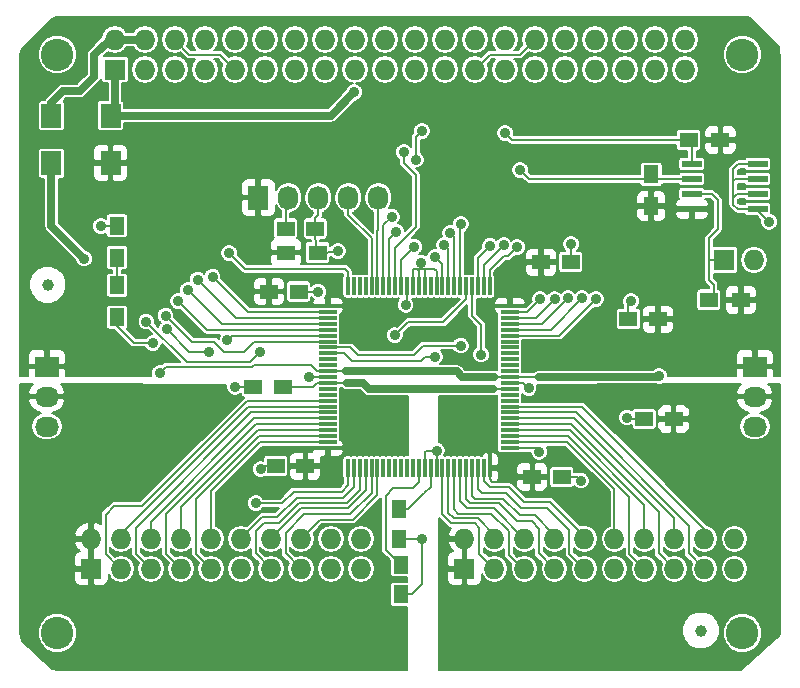
<source format=gtl>
G04 #@! TF.FileFunction,Copper,L1,Top,Signal*
%FSLAX46Y46*%
G04 Gerber Fmt 4.6, Leading zero omitted, Abs format (unit mm)*
G04 Created by KiCad (PCBNEW (after 2015-mar-04 BZR unknown)-product) date 11/20/2015 1:09:37 PM*
%MOMM*%
G01*
G04 APERTURE LIST*
%ADD10C,0.150000*%
%ADD11R,0.300000X1.500000*%
%ADD12R,1.500000X0.300000*%
%ADD13R,1.727200X2.032000*%
%ADD14O,1.727200X2.032000*%
%ADD15R,1.700000X2.000000*%
%ADD16R,2.032000X1.727200*%
%ADD17O,2.032000X1.727200*%
%ADD18R,1.727200X1.727200*%
%ADD19O,1.727200X1.727200*%
%ADD20R,1.500000X1.250000*%
%ADD21R,1.500000X1.300000*%
%ADD22R,1.300000X1.500000*%
%ADD23R,1.250000X1.500000*%
%ADD24C,1.000000*%
%ADD25C,2.750000*%
%ADD26R,1.651000X0.599440*%
%ADD27C,0.889000*%
%ADD28C,0.254000*%
%ADD29C,0.203200*%
%ADD30C,0.635000*%
G04 APERTURE END LIST*
D10*
D11*
X40098000Y-23105000D03*
X39598000Y-23105000D03*
X39098000Y-23105000D03*
X38598000Y-23105000D03*
X38098000Y-23105000D03*
X37598000Y-23105000D03*
X37098000Y-23105000D03*
X36598000Y-23105000D03*
X36098000Y-23105000D03*
X35598000Y-23105000D03*
X35098000Y-23105000D03*
X34598000Y-23105000D03*
X34098000Y-23105000D03*
X33598000Y-23105000D03*
X33098000Y-23105000D03*
X32598000Y-23105000D03*
X32098000Y-23105000D03*
X31598000Y-23105000D03*
X31098000Y-23105000D03*
X30598000Y-23105000D03*
X30098000Y-23105000D03*
X29598000Y-23105000D03*
X29098000Y-23105000D03*
X28598000Y-23105000D03*
X28098000Y-23105000D03*
D12*
X26398000Y-24805000D03*
X26398000Y-25305000D03*
X26398000Y-25805000D03*
X26398000Y-26305000D03*
X26398000Y-26805000D03*
X26398000Y-27305000D03*
X26398000Y-27805000D03*
X26398000Y-28305000D03*
X26398000Y-28805000D03*
X26398000Y-29305000D03*
X26398000Y-29805000D03*
X26398000Y-30305000D03*
X26398000Y-30805000D03*
X26398000Y-31305000D03*
X26398000Y-31805000D03*
X26398000Y-32305000D03*
X26398000Y-32805000D03*
X26398000Y-33305000D03*
X26398000Y-33805000D03*
X26398000Y-34305000D03*
X26398000Y-34805000D03*
X26398000Y-35305000D03*
X26398000Y-35805000D03*
X26398000Y-36305000D03*
X26398000Y-36805000D03*
D11*
X28098000Y-38505000D03*
X28598000Y-38505000D03*
X29098000Y-38505000D03*
X29598000Y-38505000D03*
X30098000Y-38505000D03*
X30598000Y-38505000D03*
X31098000Y-38505000D03*
X31598000Y-38505000D03*
X32098000Y-38505000D03*
X32598000Y-38505000D03*
X33098000Y-38505000D03*
X33598000Y-38505000D03*
X34098000Y-38505000D03*
X34598000Y-38505000D03*
X35098000Y-38505000D03*
X35598000Y-38505000D03*
X36098000Y-38505000D03*
X36598000Y-38505000D03*
X37098000Y-38505000D03*
X37598000Y-38505000D03*
X38098000Y-38505000D03*
X38598000Y-38505000D03*
X39098000Y-38505000D03*
X39598000Y-38505000D03*
X40098000Y-38505000D03*
D12*
X41798000Y-36805000D03*
X41798000Y-36305000D03*
X41798000Y-35805000D03*
X41798000Y-35305000D03*
X41798000Y-34805000D03*
X41798000Y-34305000D03*
X41798000Y-33805000D03*
X41798000Y-33305000D03*
X41798000Y-32805000D03*
X41798000Y-32305000D03*
X41798000Y-31805000D03*
X41798000Y-31305000D03*
X41798000Y-30805000D03*
X41798000Y-30305000D03*
X41798000Y-29805000D03*
X41798000Y-29305000D03*
X41798000Y-28805000D03*
X41798000Y-28305000D03*
X41798000Y-27805000D03*
X41798000Y-27305000D03*
X41798000Y-26805000D03*
X41798000Y-26305000D03*
X41798000Y-25805000D03*
X41798000Y-25305000D03*
X41798000Y-24805000D03*
D13*
X20509000Y-15615800D03*
D14*
X23049000Y-15615800D03*
X25589000Y-15615800D03*
X28129000Y-15615800D03*
X30669000Y-15615800D03*
D15*
X3000000Y-8700000D03*
X3000000Y-12700000D03*
X8001000Y-8668000D03*
X8001000Y-12668000D03*
D16*
X62546000Y-29916000D03*
D17*
X62546000Y-32456000D03*
X62546000Y-34996000D03*
D16*
X2602000Y-29916000D03*
D17*
X2602000Y-32456000D03*
X2602000Y-34996000D03*
D18*
X6361200Y-47035600D03*
D19*
X6361200Y-44495600D03*
X8901200Y-47035600D03*
X8901200Y-44495600D03*
X11441200Y-47035600D03*
X11441200Y-44495600D03*
X13981200Y-47035600D03*
X13981200Y-44495600D03*
X16521200Y-47035600D03*
X16521200Y-44495600D03*
X19061200Y-47035600D03*
X19061200Y-44495600D03*
X21601200Y-47035600D03*
X21601200Y-44495600D03*
X24141200Y-47035600D03*
X24141200Y-44495600D03*
X26681200Y-47035600D03*
X26681200Y-44495600D03*
X29221200Y-47035600D03*
X29221200Y-44495600D03*
D18*
X37958800Y-47035600D03*
D19*
X37958800Y-44495600D03*
X40498800Y-47035600D03*
X40498800Y-44495600D03*
X43038800Y-47035600D03*
X43038800Y-44495600D03*
X45578800Y-47035600D03*
X45578800Y-44495600D03*
X48118800Y-47035600D03*
X48118800Y-44495600D03*
X50658800Y-47035600D03*
X50658800Y-44495600D03*
X53198800Y-47035600D03*
X53198800Y-44495600D03*
X55738800Y-47035600D03*
X55738800Y-44495600D03*
X58278800Y-47035600D03*
X58278800Y-44495600D03*
X60818800Y-47035600D03*
X60818800Y-44495600D03*
D20*
X25315000Y-18232000D03*
X22815000Y-18232000D03*
X54336000Y-25908000D03*
X51836000Y-25908000D03*
X24491000Y-38354000D03*
X21991000Y-38354000D03*
D21*
X25542000Y-20264000D03*
X22842000Y-20264000D03*
D22*
X8545600Y-25728800D03*
X8545600Y-23028800D03*
X8545600Y-20699600D03*
X8545600Y-17999600D03*
D20*
X43719200Y-39263200D03*
X46219200Y-39263200D03*
X44470000Y-21082000D03*
X46970000Y-21082000D03*
X55668000Y-34361000D03*
X53168000Y-34361000D03*
D23*
X32447000Y-44501000D03*
X32447000Y-42001000D03*
X32574000Y-49200000D03*
X32574000Y-46700000D03*
D20*
X20086000Y-31623000D03*
X22586000Y-31623000D03*
X21418000Y-23566000D03*
X23918000Y-23566000D03*
D24*
X57974000Y-52268000D03*
X2667000Y-22987000D03*
D18*
X59942500Y-20899000D03*
D19*
X62482500Y-20899000D03*
D18*
X8370000Y-4770000D03*
D19*
X8370000Y-2230000D03*
X10910000Y-4770000D03*
X10910000Y-2230000D03*
X13450000Y-4770000D03*
X13450000Y-2230000D03*
X15990000Y-4770000D03*
X15990000Y-2230000D03*
X18530000Y-4770000D03*
X18530000Y-2230000D03*
X21070000Y-4770000D03*
X21070000Y-2230000D03*
X23610000Y-4770000D03*
X23610000Y-2230000D03*
X26150000Y-4770000D03*
X26150000Y-2230000D03*
X28690000Y-4770000D03*
X28690000Y-2230000D03*
X31230000Y-4770000D03*
X31230000Y-2230000D03*
X33770000Y-4770000D03*
X33770000Y-2230000D03*
X36310000Y-4770000D03*
X36310000Y-2230000D03*
X38850000Y-4770000D03*
X38850000Y-2230000D03*
X41390000Y-4770000D03*
X41390000Y-2230000D03*
X43930000Y-4770000D03*
X43930000Y-2230000D03*
X46470000Y-4770000D03*
X46470000Y-2230000D03*
X49010000Y-4770000D03*
X49010000Y-2230000D03*
X51550000Y-4770000D03*
X51550000Y-2230000D03*
X54090000Y-4770000D03*
X54090000Y-2230000D03*
X56630000Y-4770000D03*
X56630000Y-2230000D03*
D25*
X3500000Y-3500000D03*
X61500000Y-3500000D03*
X3500000Y-52500000D03*
X61500000Y-52500000D03*
D21*
X61356000Y-24264500D03*
X58656000Y-24264500D03*
D22*
X53783000Y-16343500D03*
X53783000Y-13643500D03*
D21*
X59641500Y-10739000D03*
X56941500Y-10739000D03*
D26*
X57212000Y-16581000D03*
X62800000Y-16581000D03*
X57212000Y-15311000D03*
X57212000Y-14041000D03*
X57212000Y-12771000D03*
X62800000Y-15311000D03*
X62800000Y-14041000D03*
X62800000Y-12771000D03*
D27*
X42670500Y-13279000D03*
X41400500Y-10167500D03*
X20701000Y-38608000D03*
X18542000Y-31623000D03*
X35622000Y-37028000D03*
X47814000Y-39568000D03*
X43394400Y-31744800D03*
X63752500Y-17660500D03*
X24827000Y-30805000D03*
X7174000Y-18028800D03*
X51751000Y-34234000D03*
X25589000Y-23566000D03*
X34301200Y-21127600D03*
X46990000Y-19558000D03*
X52070000Y-24384000D03*
X34352000Y-44501000D03*
X28637000Y-6675000D03*
X35495000Y-20645000D03*
X36257000Y-19629000D03*
X36765000Y-18613000D03*
X37654000Y-17851000D03*
X15365500Y-22550000D03*
X18034000Y-20320000D03*
X31812000Y-17216000D03*
X13716000Y-24384000D03*
X14540000Y-23439000D03*
X16635500Y-22296000D03*
X32193000Y-18486000D03*
X32828000Y-11755000D03*
X37654000Y-28138000D03*
X34352000Y-9977000D03*
X33844000Y-12390000D03*
X33717000Y-19756000D03*
X40130500Y-19692500D03*
X35469600Y-29103200D03*
X42416500Y-19819500D03*
X41273500Y-19629000D03*
X44385000Y-24201000D03*
X46734500Y-24137500D03*
X45591500Y-24201000D03*
X47941000Y-24137500D03*
X11034800Y-26106000D03*
X32066000Y-27274400D03*
X20636000Y-28646000D03*
X12762000Y-26766400D03*
X16318000Y-28696800D03*
X39381200Y-28900000D03*
X12660400Y-25598000D03*
X49084000Y-24201000D03*
X5777000Y-20772000D03*
X12152400Y-30474800D03*
X54468800Y-30728800D03*
X20280400Y-41498400D03*
X44308800Y-37129600D03*
X27240000Y-20137000D03*
X32980400Y-24683600D03*
X17892800Y-27680800D03*
X11593600Y-27934800D03*
D28*
X41390000Y-2230000D02*
X41390000Y-2280400D01*
X41390000Y-2230000D02*
X41390000Y-2274000D01*
D29*
X53783000Y-14041000D02*
X57212000Y-14041000D01*
X43432500Y-14041000D02*
X53783000Y-14041000D01*
X42670500Y-13279000D02*
X43432500Y-14041000D01*
D28*
X40981400Y-5178600D02*
X41390000Y-4770000D01*
D29*
X57212000Y-12771000D02*
X57212000Y-10866000D01*
X41400500Y-10167500D02*
X41972000Y-10739000D01*
X57212000Y-10866000D02*
X57339000Y-10739000D01*
X41972000Y-10739000D02*
X57339000Y-10739000D01*
X57212000Y-15311000D02*
X58926500Y-15311000D01*
X58672500Y-19057500D02*
X58672500Y-20899000D01*
X59434500Y-18295500D02*
X58672500Y-19057500D01*
X59434500Y-15819000D02*
X59434500Y-18295500D01*
X58926500Y-15311000D02*
X59434500Y-15819000D01*
X58672500Y-22613500D02*
X58672500Y-20899000D01*
X59053500Y-24264500D02*
X59053500Y-22994500D01*
X59053500Y-22994500D02*
X58672500Y-22613500D01*
X59942500Y-20899000D02*
X58672500Y-20899000D01*
X21991000Y-38354000D02*
X20955000Y-38354000D01*
X20955000Y-38354000D02*
X20701000Y-38608000D01*
X20086000Y-31623000D02*
X18542000Y-31623000D01*
X34352000Y-44501000D02*
X32447000Y-44501000D01*
X33483000Y-49200000D02*
X32574000Y-49200000D01*
X34352000Y-48331000D02*
X33483000Y-49200000D01*
X34352000Y-44501000D02*
X34352000Y-48331000D01*
X38850000Y-4770000D02*
X38860500Y-4770000D01*
X38860500Y-4770000D02*
X40130500Y-3500000D01*
X42660000Y-3500000D02*
X43930000Y-2230000D01*
X40130500Y-3500000D02*
X42660000Y-3500000D01*
X38850000Y-4770000D02*
X38850000Y-4696000D01*
X38850000Y-4770000D02*
X39114500Y-4770000D01*
X13450000Y-2230000D02*
X13450000Y-2283000D01*
X13450000Y-2283000D02*
X14667000Y-3500000D01*
X14667000Y-3500000D02*
X17260000Y-3500000D01*
X17260000Y-3500000D02*
X18530000Y-4770000D01*
X35598000Y-37052000D02*
X35622000Y-37028000D01*
X35598000Y-37052000D02*
X35598000Y-38505000D01*
X34717000Y-37028000D02*
X35622000Y-37028000D01*
X34717000Y-37028000D02*
X35622000Y-37028000D01*
X34598000Y-37147000D02*
X34717000Y-37028000D01*
X22871200Y-18288200D02*
X22815000Y-18232000D01*
X46219200Y-39263200D02*
X47509200Y-39263200D01*
X47509200Y-39263200D02*
X47814000Y-39568000D01*
X34098000Y-21788000D02*
X33971000Y-21661000D01*
X33971000Y-21661000D02*
X33590000Y-21661000D01*
X34098000Y-23105000D02*
X34098000Y-21788000D01*
X33598000Y-21669000D02*
X33598000Y-23105000D01*
X33598000Y-21669000D02*
X33590000Y-21661000D01*
X42954600Y-31305000D02*
X41798000Y-31305000D01*
X42954600Y-31305000D02*
X43394400Y-31744800D01*
X62800000Y-16581000D02*
X62800000Y-16708000D01*
X62800000Y-16708000D02*
X63752500Y-17660500D01*
X62800000Y-15311000D02*
X61022000Y-15311000D01*
X61022000Y-15311000D02*
X60704500Y-15628500D01*
X62800000Y-14041000D02*
X60895000Y-14041000D01*
X60895000Y-14041000D02*
X60704500Y-14231500D01*
X62800000Y-16581000D02*
X61085500Y-16581000D01*
X61149000Y-12771000D02*
X62800000Y-12771000D01*
X60704500Y-13215500D02*
X61149000Y-12771000D01*
X60704500Y-16200000D02*
X60704500Y-15628500D01*
X60704500Y-15628500D02*
X60704500Y-14231500D01*
X60704500Y-14231500D02*
X60704500Y-13215500D01*
X61085500Y-16581000D02*
X60704500Y-16200000D01*
X26398000Y-30805000D02*
X24827000Y-30805000D01*
X23049000Y-16530200D02*
X23049000Y-15615800D01*
X7203200Y-17999600D02*
X7174000Y-18028800D01*
X8545600Y-17999600D02*
X7203200Y-17999600D01*
X51878000Y-34361000D02*
X51751000Y-34234000D01*
X53168000Y-34361000D02*
X51878000Y-34361000D01*
X34598000Y-38505000D02*
X34598000Y-37147000D01*
X23918000Y-23566000D02*
X25589000Y-23566000D01*
X22815000Y-18232000D02*
X22815000Y-17653200D01*
X22815000Y-15849800D02*
X23049000Y-15615800D01*
X22815000Y-18232000D02*
X22815000Y-15849800D01*
X35598000Y-23105000D02*
X35598000Y-21865600D01*
X34598000Y-21729200D02*
X34529800Y-21661000D01*
X34598000Y-23105000D02*
X34598000Y-21729200D01*
X34529800Y-21661000D02*
X34301200Y-21661000D01*
X34301200Y-21661000D02*
X33590000Y-21661000D01*
X34290000Y-21661000D02*
X33590000Y-21661000D01*
X35393400Y-21661000D02*
X34290000Y-21661000D01*
X35598000Y-21865600D02*
X35393400Y-21661000D01*
X34290000Y-21138800D02*
X34301200Y-21127600D01*
X34301200Y-21127600D02*
X34301200Y-21661000D01*
X34290000Y-21661000D02*
X34290000Y-21138800D01*
X46970000Y-19578000D02*
X46990000Y-19558000D01*
X46970000Y-21082000D02*
X46970000Y-19578000D01*
X51836000Y-24618000D02*
X52070000Y-24384000D01*
X51836000Y-25908000D02*
X51836000Y-24618000D01*
X32447000Y-44501000D02*
X34352000Y-44501000D01*
D30*
X8370000Y-2230000D02*
X10910000Y-2230000D01*
X7930000Y-2230000D02*
X6604000Y-3556000D01*
X8370000Y-2230000D02*
X7930000Y-2230000D01*
X5400000Y-6600000D02*
X6604000Y-5396000D01*
X6604000Y-5396000D02*
X6604000Y-3556000D01*
X4000000Y-6600000D02*
X5400000Y-6600000D01*
X3000000Y-7600000D02*
X4000000Y-6600000D01*
X3000000Y-9049000D02*
X3000000Y-7600000D01*
X8001000Y-8668000D02*
X26644000Y-8668000D01*
X26644000Y-8668000D02*
X28637000Y-6675000D01*
X8370000Y-8648000D02*
X8001000Y-9017000D01*
X8370000Y-4770000D02*
X8370000Y-8648000D01*
D29*
X30098000Y-23105000D02*
X30098000Y-19058000D01*
X28129000Y-17089000D02*
X28129000Y-15615800D01*
X30098000Y-19058000D02*
X28129000Y-17089000D01*
X30598000Y-23105000D02*
X30598000Y-18430000D01*
X30669000Y-18359000D02*
X30669000Y-15615800D01*
X30598000Y-18430000D02*
X30669000Y-18359000D01*
X36098000Y-23105000D02*
X36098000Y-21248000D01*
X36098000Y-21248000D02*
X35495000Y-20645000D01*
X36598000Y-23105000D02*
X36598000Y-19970000D01*
X36598000Y-19970000D02*
X36257000Y-19629000D01*
X37098000Y-23105000D02*
X37098000Y-18946000D01*
X37098000Y-18946000D02*
X36765000Y-18613000D01*
X37598000Y-17907000D02*
X37598000Y-23105000D01*
X37654000Y-17851000D02*
X37598000Y-17907000D01*
X26398000Y-25805000D02*
X18620500Y-25805000D01*
X18620500Y-25805000D02*
X15365500Y-22550000D01*
X28098000Y-23105000D02*
X28098000Y-21884000D01*
X28098000Y-21884000D02*
X27849600Y-21635600D01*
X23114000Y-21635600D02*
X27849600Y-21635600D01*
X19349600Y-21635600D02*
X18034000Y-20320000D01*
X23114000Y-21635600D02*
X19349600Y-21635600D01*
X31098000Y-23105000D02*
X31098000Y-17930000D01*
X31098000Y-17930000D02*
X31812000Y-17216000D01*
X16137000Y-26805000D02*
X13716000Y-24384000D01*
X26398000Y-26805000D02*
X16137000Y-26805000D01*
X26398000Y-26305000D02*
X17406000Y-26305000D01*
X17406000Y-26305000D02*
X14540000Y-23439000D01*
X16635500Y-22296000D02*
X19644500Y-25305000D01*
X19644500Y-25305000D02*
X26398000Y-25305000D01*
X32193000Y-18486000D02*
X31598000Y-19081000D01*
X31598000Y-19081000D02*
X31598000Y-23105000D01*
X32098000Y-23105000D02*
X32098000Y-19851000D01*
X32098000Y-19851000D02*
X33844000Y-18105000D01*
X32828000Y-12644000D02*
X32828000Y-11755000D01*
X33844000Y-13660000D02*
X32828000Y-12644000D01*
X33844000Y-18105000D02*
X33844000Y-13660000D01*
X26398000Y-28305000D02*
X27813000Y-28305000D01*
X28305000Y-28305000D02*
X28956000Y-28956000D01*
X28956000Y-28956000D02*
X33655000Y-28956000D01*
X33655000Y-28956000D02*
X34473000Y-28138000D01*
X34473000Y-28138000D02*
X37654000Y-28138000D01*
X27813000Y-28305000D02*
X28305000Y-28305000D01*
X34352000Y-9977000D02*
X33844000Y-10485000D01*
X33844000Y-10485000D02*
X33844000Y-12390000D01*
X33717000Y-19756000D02*
X32598000Y-20875000D01*
X32598000Y-20875000D02*
X32598000Y-23105000D01*
X39098000Y-23105000D02*
X39098000Y-20725000D01*
X39098000Y-20725000D02*
X40130500Y-19692500D01*
X27789000Y-28805000D02*
X26398000Y-28805000D01*
X34650800Y-29103200D02*
X34290000Y-29464000D01*
X34290000Y-29464000D02*
X28448000Y-29464000D01*
X28448000Y-29464000D02*
X27789000Y-28805000D01*
X35469600Y-29103200D02*
X34650800Y-29103200D01*
X40098000Y-23105000D02*
X40098000Y-21757000D01*
X41654500Y-20581500D02*
X42416500Y-19819500D01*
X41273500Y-20581500D02*
X41654500Y-20581500D01*
X40098000Y-21757000D02*
X41273500Y-20581500D01*
X39598000Y-23105000D02*
X39598000Y-21304500D01*
X39598000Y-21304500D02*
X41273500Y-19629000D01*
X41798000Y-25305000D02*
X43281000Y-25305000D01*
X43281000Y-25305000D02*
X44385000Y-24201000D01*
X41798000Y-26305000D02*
X44567000Y-26305000D01*
X44567000Y-26305000D02*
X46734500Y-24137500D01*
X41798000Y-25805000D02*
X43987500Y-25805000D01*
X43987500Y-25805000D02*
X45591500Y-24201000D01*
X41798000Y-26805000D02*
X45273500Y-26805000D01*
X45273500Y-26805000D02*
X47941000Y-24137500D01*
X36180800Y-26156800D02*
X33183600Y-26156800D01*
X33183600Y-26156800D02*
X32066000Y-27274400D01*
X14438400Y-29509600D02*
X11034800Y-26106000D01*
X19772400Y-29509600D02*
X20636000Y-28646000D01*
X14438400Y-29509600D02*
X19772400Y-29509600D01*
X38098000Y-24239600D02*
X36180800Y-26156800D01*
X38098000Y-23105000D02*
X38098000Y-24239600D01*
X12762000Y-26766400D02*
X14641600Y-28646000D01*
X14641600Y-28646000D02*
X12762000Y-26766400D01*
X16318000Y-28696800D02*
X16267200Y-28646000D01*
X16267200Y-28646000D02*
X14641600Y-28646000D01*
X38598000Y-25644000D02*
X38598000Y-23105000D01*
X39381200Y-26427200D02*
X38598000Y-25644000D01*
X39381200Y-28900000D02*
X39381200Y-26427200D01*
X12660400Y-25598000D02*
X14867400Y-27805000D01*
X14867400Y-27805000D02*
X16797800Y-27805000D01*
X19264400Y-28646000D02*
X17638800Y-28646000D01*
X17638800Y-28646000D02*
X16797800Y-27805000D01*
X20105400Y-27805000D02*
X19264400Y-28646000D01*
X26398000Y-27805000D02*
X20105400Y-27805000D01*
X41798000Y-27305000D02*
X45980000Y-27305000D01*
X45980000Y-27305000D02*
X49084000Y-24201000D01*
D30*
X3000000Y-12700000D02*
X3000000Y-17995000D01*
X3048000Y-12399000D02*
X3000000Y-12351000D01*
D28*
X3048000Y-12399000D02*
X3000000Y-12351000D01*
D30*
X3000000Y-17995000D02*
X5777000Y-20772000D01*
D29*
X26398000Y-30305000D02*
X27951200Y-30305000D01*
X40498800Y-30805000D02*
X41798000Y-30805000D01*
X25495400Y-30305000D02*
X25208000Y-30017600D01*
X41798000Y-30805000D02*
X44308800Y-30805000D01*
D30*
X44308800Y-30805000D02*
X54468800Y-30805000D01*
X37298400Y-30322400D02*
X27951200Y-30322400D01*
X27951200Y-30322400D02*
X27951200Y-30305000D01*
X37781000Y-30805000D02*
X37298400Y-30322400D01*
X40498800Y-30805000D02*
X37781000Y-30805000D01*
D29*
X25495400Y-30305000D02*
X25208000Y-30017600D01*
X26398000Y-30305000D02*
X25495400Y-30305000D01*
D30*
X54468800Y-30728800D02*
X54468800Y-30805000D01*
D29*
X20128000Y-29789000D02*
X20000998Y-29916002D01*
X20000998Y-29916002D02*
X12711198Y-29916002D01*
X12711198Y-29916002D02*
X12152400Y-30474800D01*
X24979400Y-29789000D02*
X25208000Y-30017600D01*
X20128000Y-29789000D02*
X24979400Y-29789000D01*
X40098000Y-39471998D02*
X40295602Y-39669600D01*
X40295602Y-39669600D02*
X41464000Y-39669600D01*
X40098000Y-38505000D02*
X40098000Y-39471998D01*
X8901200Y-44063800D02*
X8901200Y-44495600D01*
X19660000Y-33305000D02*
X8901200Y-44063800D01*
X26398000Y-33305000D02*
X19660000Y-33305000D01*
X8901200Y-47035600D02*
X8799600Y-47035600D01*
X8799600Y-47035600D02*
X7580400Y-45816400D01*
X7580400Y-45816400D02*
X7580400Y-42463600D01*
X19585260Y-32805000D02*
X10663260Y-41727000D01*
X10663260Y-41727000D02*
X8317000Y-41727000D01*
X8317000Y-41727000D02*
X7580400Y-42463600D01*
X26398000Y-32805000D02*
X19585260Y-32805000D01*
X20184000Y-34305000D02*
X11441200Y-43047800D01*
X11441200Y-43047800D02*
X11441200Y-44495600D01*
X26398000Y-34305000D02*
X20184000Y-34305000D01*
X10171200Y-45765600D02*
X11441200Y-47035600D01*
X19922000Y-33805000D02*
X10171200Y-43555800D01*
X10171200Y-43555800D02*
X10171200Y-45765600D01*
X26398000Y-33805000D02*
X19922000Y-33805000D01*
X20454000Y-35305000D02*
X13981200Y-41777800D01*
X13981200Y-41777800D02*
X13981200Y-44495600D01*
X26398000Y-35305000D02*
X20454000Y-35305000D01*
X12711200Y-45765600D02*
X13981200Y-47035600D01*
X20319000Y-34805000D02*
X12711200Y-42412800D01*
X12711200Y-42412800D02*
X12711200Y-45765600D01*
X26398000Y-34805000D02*
X20319000Y-34805000D01*
X16521200Y-40431600D02*
X16521200Y-44495600D01*
X26398000Y-36305000D02*
X20647800Y-36305000D01*
X20647800Y-36305000D02*
X16521200Y-40431600D01*
X15251200Y-45765600D02*
X16521200Y-47035600D01*
X26398000Y-35805000D02*
X20573060Y-35805000D01*
X15251200Y-41126860D02*
X20573060Y-35805000D01*
X15251200Y-45765600D02*
X15251200Y-41126860D01*
X28098000Y-38505000D02*
X28049000Y-38505000D01*
X22509600Y-41498400D02*
X23495000Y-40513000D01*
X23495000Y-40513000D02*
X27559000Y-40513000D01*
X27559000Y-40513000D02*
X28098000Y-39974000D01*
X28098000Y-39974000D02*
X28098000Y-38505000D01*
X20280400Y-41498400D02*
X22509600Y-41498400D01*
X19061200Y-44292400D02*
X19061200Y-44495600D01*
X19061200Y-44495600D02*
X19061200Y-44140000D01*
X20828000Y-42672000D02*
X22098000Y-42672000D01*
X22098000Y-42672000D02*
X23749000Y-41021000D01*
X23749000Y-41021000D02*
X27686000Y-41021000D01*
X27686000Y-41021000D02*
X28598000Y-40109000D01*
X28598000Y-40109000D02*
X28598000Y-38505000D01*
X19061200Y-44438800D02*
X20828000Y-42672000D01*
X19061200Y-44495600D02*
X19061200Y-44438800D01*
X20280400Y-45714800D02*
X21601200Y-47035600D01*
X20280400Y-45714800D02*
X20280400Y-44450000D01*
X20280400Y-43854600D02*
X20955000Y-43180000D01*
X20955000Y-43180000D02*
X22225000Y-43180000D01*
X22225000Y-43180000D02*
X23957170Y-41447830D01*
X23957170Y-41447830D02*
X27985830Y-41447830D01*
X27985830Y-41447830D02*
X29098000Y-40335660D01*
X29098000Y-40335660D02*
X29098000Y-38505000D01*
X20280400Y-44450000D02*
X20280400Y-43854600D01*
X21601200Y-43632000D02*
X21601200Y-44495600D01*
X29598000Y-38505000D02*
X29598000Y-40410400D01*
X21601200Y-44495600D02*
X21601200Y-44311800D01*
X29598000Y-40410400D02*
X29598000Y-38505000D01*
X24130000Y-41910000D02*
X28098400Y-41910000D01*
X28098400Y-41910000D02*
X29598000Y-40410400D01*
X21601200Y-44438800D02*
X24130000Y-41910000D01*
X21601200Y-44495600D02*
X21601200Y-44438800D01*
X22820400Y-45714800D02*
X24141200Y-47035600D01*
X30098000Y-38505000D02*
X30098000Y-40621600D01*
X22820400Y-44450000D02*
X22820400Y-45714800D01*
X30098000Y-40621600D02*
X30098000Y-38505000D01*
X22820400Y-43981600D02*
X24384000Y-42418000D01*
X24384000Y-42418000D02*
X28301600Y-42418000D01*
X28301600Y-42418000D02*
X30098000Y-40621600D01*
X22820400Y-44450000D02*
X22820400Y-43981600D01*
X30598000Y-40782000D02*
X28510000Y-42870000D01*
X28510000Y-42870000D02*
X25766800Y-42870000D01*
X25766800Y-42870000D02*
X24141200Y-44495600D01*
X30598000Y-38505000D02*
X30598000Y-40782000D01*
X36098000Y-38505000D02*
X36098000Y-42431600D01*
X36098000Y-42431600D02*
X36841200Y-43174800D01*
X36841200Y-43174800D02*
X38822400Y-43174800D01*
X38822400Y-43174800D02*
X39228800Y-43581200D01*
X40498800Y-47035600D02*
X40498800Y-46680000D01*
X39228800Y-45765600D02*
X39228800Y-43581200D01*
X40498800Y-47035600D02*
X39228800Y-45765600D01*
X36598000Y-38505000D02*
X36598000Y-42321998D01*
X36598000Y-42321998D02*
X37044400Y-42768398D01*
X40498800Y-44495600D02*
X40498800Y-44089200D01*
X40498800Y-44140000D02*
X40498800Y-44495600D01*
X37044400Y-42768398D02*
X39127198Y-42768398D01*
X39127198Y-42768398D02*
X40498800Y-44140000D01*
X42429200Y-43022400D02*
X43648400Y-43022400D01*
X40905198Y-41498398D02*
X42429200Y-43022400D01*
X38098000Y-41129600D02*
X38466798Y-41498398D01*
X38466798Y-41498398D02*
X40905198Y-41498398D01*
X38098000Y-38505000D02*
X38098000Y-41129600D01*
X44258000Y-43632000D02*
X44258000Y-45714800D01*
X44258000Y-45714800D02*
X45578800Y-47035600D01*
X44258000Y-43632000D02*
X44258000Y-45714800D01*
X43648400Y-43022400D02*
X44258000Y-43632000D01*
X38598000Y-38505000D02*
X38598000Y-40867600D01*
X38598000Y-40867600D02*
X38822396Y-41091996D01*
X38822396Y-41091996D02*
X41209996Y-41091996D01*
X41209996Y-41091996D02*
X42632400Y-42514400D01*
X42632400Y-42514400D02*
X43953200Y-42514400D01*
X45578800Y-44495600D02*
X45578800Y-44378060D01*
X45578800Y-44140000D02*
X45578800Y-44495600D01*
X43953200Y-42514400D02*
X45578800Y-44140000D01*
X39098000Y-38505000D02*
X39098000Y-40250000D01*
X39098000Y-40250000D02*
X39482800Y-40634800D01*
X39482800Y-40634800D02*
X41514800Y-40634800D01*
X41514800Y-40634800D02*
X42741970Y-41861970D01*
X42741970Y-41861970D02*
X44977170Y-41861970D01*
X44977170Y-41861970D02*
X46848800Y-43733600D01*
X46848800Y-43733600D02*
X46848800Y-45765600D01*
X46848800Y-45765600D02*
X48118800Y-47035600D01*
X39598000Y-38505000D02*
X39598000Y-39632400D01*
X39598000Y-39632400D02*
X40092400Y-40126800D01*
X40092400Y-40126800D02*
X41768800Y-40126800D01*
X41768800Y-40126800D02*
X42988000Y-41346000D01*
X42988000Y-41346000D02*
X45172400Y-41346000D01*
X48118800Y-44292400D02*
X48118800Y-44495600D01*
X45172400Y-41346000D02*
X48118800Y-44292400D01*
X41798000Y-36805000D02*
X43984200Y-36805000D01*
X43984200Y-36805000D02*
X44308800Y-37129600D01*
X50658800Y-47035600D02*
X50608000Y-47035600D01*
X41798000Y-36305000D02*
X46668660Y-36305000D01*
X46668660Y-36305000D02*
X50658800Y-40295140D01*
X50658800Y-40295140D02*
X50658800Y-44495600D01*
X50658800Y-44495600D02*
X50658800Y-44190800D01*
X50658800Y-43936800D02*
X50658800Y-44495600D01*
X37098000Y-38505000D02*
X37098000Y-42009196D01*
X37098000Y-42009196D02*
X37450800Y-42361996D01*
X37450800Y-42361996D02*
X40244796Y-42361996D01*
X40244796Y-42361996D02*
X41718000Y-43835200D01*
X43038800Y-47035600D02*
X43038800Y-46984800D01*
X41718000Y-45867200D02*
X41718000Y-43835200D01*
X42886400Y-47035600D02*
X41718000Y-45867200D01*
X43038800Y-47035600D02*
X42886400Y-47035600D01*
X37598000Y-38505000D02*
X37598000Y-41290000D01*
X37598000Y-41290000D02*
X38212800Y-41904800D01*
X43038800Y-44495600D02*
X42988000Y-44495600D01*
X38212800Y-41904800D02*
X40448000Y-41904800D01*
X40448000Y-41904800D02*
X43038800Y-44495600D01*
X41798000Y-35805000D02*
X46743400Y-35805000D01*
X46743400Y-35805000D02*
X51928800Y-40990400D01*
X51928800Y-40990400D02*
X51928800Y-45765600D01*
X53198800Y-47035600D02*
X53198800Y-46984800D01*
X51928800Y-45765600D02*
X53198800Y-47035600D01*
X41798000Y-35305000D02*
X46887860Y-35305000D01*
X46887860Y-35305000D02*
X53198800Y-41615940D01*
X53198800Y-41615940D02*
X53198800Y-44495600D01*
X41798000Y-34805000D02*
X46962600Y-34805000D01*
X46962600Y-34805000D02*
X54418000Y-42260400D01*
X55738800Y-47035600D02*
X55688000Y-47035600D01*
X54418000Y-42260400D02*
X54418000Y-45714800D01*
X54418000Y-45714800D02*
X55738800Y-47035600D01*
X41798000Y-34305000D02*
X47275400Y-34305000D01*
X47275400Y-34305000D02*
X55738800Y-42768400D01*
X55738800Y-42768400D02*
X55738800Y-44495600D01*
X55738800Y-44495600D02*
X55637200Y-44495600D01*
X55738800Y-43682800D02*
X55738800Y-44495600D01*
X41798000Y-33805000D02*
X47385000Y-33805000D01*
X47385000Y-33805000D02*
X56958000Y-43378000D01*
X58278800Y-47035600D02*
X58228000Y-47035600D01*
X56958000Y-43378000D02*
X56958000Y-45714800D01*
X56958000Y-45714800D02*
X58278800Y-47035600D01*
X47901000Y-33305000D02*
X41798000Y-33305000D01*
X58278800Y-44495600D02*
X58126400Y-44495600D01*
X58278800Y-43682800D02*
X47901000Y-33305000D01*
X58278800Y-44495600D02*
X58278800Y-43682800D01*
X8545600Y-23028800D02*
X8545600Y-20699600D01*
X25542000Y-20264000D02*
X25491200Y-20133200D01*
X25589000Y-16174600D02*
X25589000Y-15615800D01*
X25391200Y-20113200D02*
X25542000Y-20264000D01*
X27189200Y-20187800D02*
X27240000Y-20137000D01*
X32980400Y-24683600D02*
X33098000Y-24566000D01*
X33098000Y-24566000D02*
X33098000Y-23105000D01*
X25542000Y-20264000D02*
X27189200Y-20187800D01*
X25411200Y-18328200D02*
X25315000Y-18232000D01*
X25315000Y-18232000D02*
X25391200Y-20113200D01*
X25315000Y-17363000D02*
X25589000Y-17089000D01*
X25589000Y-17089000D02*
X25589000Y-15615800D01*
X25315000Y-18232000D02*
X25315000Y-17363000D01*
X31939000Y-40203000D02*
X31304000Y-40838000D01*
X31304000Y-40838000D02*
X31304000Y-45430000D01*
X31304000Y-45430000D02*
X32574000Y-46700000D01*
X33590000Y-40203000D02*
X31939000Y-40203000D01*
X34098000Y-39695000D02*
X33590000Y-40203000D01*
X34098000Y-38505000D02*
X34098000Y-39695000D01*
X8545600Y-26461600D02*
X8545600Y-25728800D01*
X18268600Y-27305000D02*
X17892800Y-27680800D01*
X11593600Y-27934800D02*
X11542800Y-27884000D01*
X11542800Y-27884000D02*
X9968000Y-27884000D01*
X9968000Y-27884000D02*
X8545600Y-26461600D01*
X26398000Y-27305000D02*
X18268600Y-27305000D01*
X26398000Y-31305000D02*
X25464000Y-31305000D01*
X25146000Y-31623000D02*
X22586000Y-31623000D01*
X25464000Y-31305000D02*
X25146000Y-31623000D01*
X41798000Y-31805000D02*
X40397200Y-31805000D01*
X28002000Y-31305000D02*
X26398000Y-31305000D01*
X29391000Y-31305000D02*
X28002000Y-31305000D01*
D30*
X29881600Y-31795600D02*
X40397200Y-31795600D01*
X40397200Y-31795600D02*
X40397200Y-31805000D01*
X29391000Y-31305000D02*
X29881600Y-31795600D01*
X28002000Y-31305000D02*
X29391000Y-31305000D01*
D29*
X35098000Y-40092000D02*
X34544000Y-40646000D01*
X35098000Y-38505000D02*
X35098000Y-40092000D01*
X33183000Y-42001000D02*
X34544000Y-40640000D01*
X34544000Y-40640000D02*
X34544000Y-40646000D01*
X32447000Y-42001000D02*
X33183000Y-42001000D01*
G36*
X64645200Y-30703400D02*
X64578000Y-30703400D01*
X64501930Y-30703400D01*
X64501930Y-17512109D01*
X64388096Y-17236610D01*
X64177499Y-17025644D01*
X63927985Y-16922037D01*
X63936271Y-16880720D01*
X63936271Y-16281280D01*
X63913722Y-16165061D01*
X63846623Y-16062915D01*
X63745327Y-15994539D01*
X63625500Y-15970509D01*
X61974500Y-15970509D01*
X61858281Y-15993058D01*
X61756135Y-16060157D01*
X61687759Y-16161453D01*
X61685122Y-16174600D01*
X61253836Y-16174600D01*
X61110900Y-16031664D01*
X61110900Y-15796836D01*
X61190336Y-15717400D01*
X61684427Y-15717400D01*
X61686278Y-15726939D01*
X61753377Y-15829085D01*
X61854673Y-15897461D01*
X61974500Y-15921491D01*
X63625500Y-15921491D01*
X63741719Y-15898942D01*
X63843865Y-15831843D01*
X63912241Y-15730547D01*
X63936271Y-15610720D01*
X63936271Y-15011280D01*
X63913722Y-14895061D01*
X63846623Y-14792915D01*
X63745327Y-14724539D01*
X63625500Y-14700509D01*
X61974500Y-14700509D01*
X61858281Y-14723058D01*
X61756135Y-14790157D01*
X61687759Y-14891453D01*
X61685122Y-14904600D01*
X61110900Y-14904600D01*
X61110900Y-14447400D01*
X61684427Y-14447400D01*
X61686278Y-14456939D01*
X61753377Y-14559085D01*
X61854673Y-14627461D01*
X61974500Y-14651491D01*
X63625500Y-14651491D01*
X63741719Y-14628942D01*
X63843865Y-14561843D01*
X63912241Y-14460547D01*
X63936271Y-14340720D01*
X63936271Y-13741280D01*
X63913722Y-13625061D01*
X63846623Y-13522915D01*
X63745327Y-13454539D01*
X63625500Y-13430509D01*
X61974500Y-13430509D01*
X61858281Y-13453058D01*
X61756135Y-13520157D01*
X61687759Y-13621453D01*
X61685122Y-13634600D01*
X61110900Y-13634600D01*
X61110900Y-13383836D01*
X61317336Y-13177400D01*
X61684427Y-13177400D01*
X61686278Y-13186939D01*
X61753377Y-13289085D01*
X61854673Y-13357461D01*
X61974500Y-13381491D01*
X63625500Y-13381491D01*
X63741719Y-13358942D01*
X63843865Y-13291843D01*
X63912241Y-13190547D01*
X63936271Y-13070720D01*
X63936271Y-12471280D01*
X63913722Y-12355061D01*
X63846623Y-12252915D01*
X63745327Y-12184539D01*
X63625500Y-12160509D01*
X63180091Y-12160509D01*
X63180091Y-3167333D01*
X62924895Y-2549713D01*
X62452773Y-2076765D01*
X61835599Y-1820492D01*
X61167333Y-1819909D01*
X60549713Y-2075105D01*
X60076765Y-2547227D01*
X59820492Y-3164401D01*
X59819909Y-3832667D01*
X60075105Y-4450287D01*
X60547227Y-4923235D01*
X61164401Y-5179508D01*
X61832667Y-5180091D01*
X62450287Y-4924895D01*
X62923235Y-4452773D01*
X63179508Y-3835599D01*
X63180091Y-3167333D01*
X63180091Y-12160509D01*
X61974500Y-12160509D01*
X61858281Y-12183058D01*
X61756135Y-12250157D01*
X61687759Y-12351453D01*
X61685122Y-12364600D01*
X61149000Y-12364600D01*
X61001100Y-12394018D01*
X61001100Y-11510257D01*
X61001100Y-11267743D01*
X61001100Y-11043800D01*
X61001100Y-10434200D01*
X61001100Y-10210257D01*
X61001100Y-9967743D01*
X60908294Y-9743689D01*
X60736811Y-9572206D01*
X60512757Y-9479400D01*
X59946300Y-9479400D01*
X59793900Y-9631800D01*
X59793900Y-10586600D01*
X60848700Y-10586600D01*
X61001100Y-10434200D01*
X61001100Y-11043800D01*
X60848700Y-10891400D01*
X59793900Y-10891400D01*
X59793900Y-11846200D01*
X59946300Y-11998600D01*
X60512757Y-11998600D01*
X60736811Y-11905794D01*
X60908294Y-11734311D01*
X61001100Y-11510257D01*
X61001100Y-12394018D01*
X60993477Y-12395535D01*
X60861632Y-12483632D01*
X60417132Y-12928132D01*
X60329035Y-13059977D01*
X60298100Y-13215500D01*
X60298100Y-14231500D01*
X60298100Y-15628500D01*
X60298100Y-16200000D01*
X60329035Y-16355523D01*
X60417132Y-16487368D01*
X60798132Y-16868368D01*
X60929977Y-16956465D01*
X61085500Y-16987400D01*
X61684427Y-16987400D01*
X61686278Y-16996939D01*
X61753377Y-17099085D01*
X61854673Y-17167461D01*
X61974500Y-17191491D01*
X62708755Y-17191491D01*
X63010587Y-17493323D01*
X63003330Y-17510801D01*
X63003070Y-17808891D01*
X63116904Y-18084390D01*
X63327501Y-18295356D01*
X63602801Y-18409670D01*
X63900891Y-18409930D01*
X64176390Y-18296096D01*
X64387356Y-18085499D01*
X64501670Y-17810199D01*
X64501930Y-17512109D01*
X64501930Y-30703400D01*
X64171600Y-30703400D01*
X64171600Y-30658343D01*
X64171600Y-30220800D01*
X64171600Y-29611200D01*
X64171600Y-29173657D01*
X64171600Y-28931143D01*
X64078794Y-28707089D01*
X63907311Y-28535606D01*
X63683257Y-28442800D01*
X63673790Y-28442800D01*
X63673790Y-20899000D01*
X63584851Y-20451873D01*
X63331574Y-20072816D01*
X62952517Y-19819539D01*
X62505390Y-19730600D01*
X62459610Y-19730600D01*
X62012483Y-19819539D01*
X61633426Y-20072816D01*
X61380149Y-20451873D01*
X61291210Y-20899000D01*
X61380149Y-21346127D01*
X61633426Y-21725184D01*
X62012483Y-21978461D01*
X62459610Y-22067400D01*
X62505390Y-22067400D01*
X62952517Y-21978461D01*
X63331574Y-21725184D01*
X63584851Y-21346127D01*
X63673790Y-20899000D01*
X63673790Y-28442800D01*
X62850800Y-28442800D01*
X62715600Y-28578000D01*
X62715600Y-25035757D01*
X62715600Y-24793243D01*
X62715600Y-24569300D01*
X62715600Y-23959700D01*
X62715600Y-23735757D01*
X62715600Y-23493243D01*
X62622794Y-23269189D01*
X62451311Y-23097706D01*
X62227257Y-23004900D01*
X61660800Y-23004900D01*
X61508400Y-23157300D01*
X61508400Y-24112100D01*
X62563200Y-24112100D01*
X62715600Y-23959700D01*
X62715600Y-24569300D01*
X62563200Y-24416900D01*
X61508400Y-24416900D01*
X61508400Y-25371700D01*
X61660800Y-25524100D01*
X62227257Y-25524100D01*
X62451311Y-25431294D01*
X62622794Y-25259811D01*
X62715600Y-25035757D01*
X62715600Y-28578000D01*
X62698400Y-28595200D01*
X62698400Y-29763600D01*
X64019200Y-29763600D01*
X64171600Y-29611200D01*
X64171600Y-30220800D01*
X64019200Y-30068400D01*
X62698400Y-30068400D01*
X62698400Y-30088400D01*
X62393600Y-30088400D01*
X62393600Y-30068400D01*
X62393600Y-29763600D01*
X62393600Y-28595200D01*
X62241200Y-28442800D01*
X61408743Y-28442800D01*
X61203600Y-28527772D01*
X61203600Y-25371700D01*
X61203600Y-24416900D01*
X61203600Y-24112100D01*
X61203600Y-23157300D01*
X61116871Y-23070571D01*
X61116871Y-21762600D01*
X61116871Y-20035400D01*
X61094322Y-19919181D01*
X61027223Y-19817035D01*
X60925927Y-19748659D01*
X60806100Y-19724629D01*
X59078900Y-19724629D01*
X59078900Y-19225836D01*
X59721868Y-18582868D01*
X59809965Y-18451023D01*
X59809965Y-18451022D01*
X59840900Y-18295500D01*
X59840900Y-15819000D01*
X59809965Y-15663477D01*
X59721868Y-15531632D01*
X59721868Y-15531631D01*
X59489100Y-15298863D01*
X59489100Y-11846200D01*
X59489100Y-10891400D01*
X59489100Y-10586600D01*
X59489100Y-9631800D01*
X59336700Y-9479400D01*
X58770243Y-9479400D01*
X58546189Y-9572206D01*
X58374706Y-9743689D01*
X58281900Y-9967743D01*
X58281900Y-10210257D01*
X58281900Y-10434200D01*
X58434300Y-10586600D01*
X59489100Y-10586600D01*
X59489100Y-10891400D01*
X58434300Y-10891400D01*
X58281900Y-11043800D01*
X58281900Y-11267743D01*
X58281900Y-11510257D01*
X58374706Y-11734311D01*
X58546189Y-11905794D01*
X58770243Y-11998600D01*
X59336700Y-11998600D01*
X59489100Y-11846200D01*
X59489100Y-15298863D01*
X59213868Y-15023632D01*
X59082023Y-14935535D01*
X58926500Y-14904600D01*
X58348271Y-14904600D01*
X58348271Y-14340720D01*
X58348271Y-13741280D01*
X58348271Y-13070720D01*
X58348271Y-12471280D01*
X58325722Y-12355061D01*
X58258623Y-12252915D01*
X58157327Y-12184539D01*
X58037500Y-12160509D01*
X57618400Y-12160509D01*
X57618400Y-11699771D01*
X57691500Y-11699771D01*
X57807719Y-11677222D01*
X57909865Y-11610123D01*
X57978241Y-11508827D01*
X58002271Y-11389000D01*
X58002271Y-10089000D01*
X57979722Y-9972781D01*
X57912623Y-9870635D01*
X57811327Y-9802259D01*
X57798400Y-9799666D01*
X57798400Y-4792890D01*
X57798400Y-4747110D01*
X57798400Y-2252890D01*
X57798400Y-2207110D01*
X57709461Y-1759983D01*
X57456184Y-1380926D01*
X57077127Y-1127649D01*
X56630000Y-1038710D01*
X56182873Y-1127649D01*
X55803816Y-1380926D01*
X55550539Y-1759983D01*
X55461600Y-2207110D01*
X55461600Y-2252890D01*
X55550539Y-2700017D01*
X55803816Y-3079074D01*
X56182873Y-3332351D01*
X56630000Y-3421290D01*
X57077127Y-3332351D01*
X57456184Y-3079074D01*
X57709461Y-2700017D01*
X57798400Y-2252890D01*
X57798400Y-4747110D01*
X57709461Y-4299983D01*
X57456184Y-3920926D01*
X57077127Y-3667649D01*
X56630000Y-3578710D01*
X56182873Y-3667649D01*
X55803816Y-3920926D01*
X55550539Y-4299983D01*
X55461600Y-4747110D01*
X55461600Y-4792890D01*
X55550539Y-5240017D01*
X55803816Y-5619074D01*
X56182873Y-5872351D01*
X56630000Y-5961290D01*
X57077127Y-5872351D01*
X57456184Y-5619074D01*
X57709461Y-5240017D01*
X57798400Y-4792890D01*
X57798400Y-9799666D01*
X57691500Y-9778229D01*
X56191500Y-9778229D01*
X56075281Y-9800778D01*
X55973135Y-9867877D01*
X55904759Y-9969173D01*
X55880729Y-10089000D01*
X55880729Y-10332600D01*
X55258400Y-10332600D01*
X55258400Y-4792890D01*
X55258400Y-4747110D01*
X55258400Y-2252890D01*
X55258400Y-2207110D01*
X55169461Y-1759983D01*
X54916184Y-1380926D01*
X54537127Y-1127649D01*
X54090000Y-1038710D01*
X53642873Y-1127649D01*
X53263816Y-1380926D01*
X53010539Y-1759983D01*
X52921600Y-2207110D01*
X52921600Y-2252890D01*
X53010539Y-2700017D01*
X53263816Y-3079074D01*
X53642873Y-3332351D01*
X54090000Y-3421290D01*
X54537127Y-3332351D01*
X54916184Y-3079074D01*
X55169461Y-2700017D01*
X55258400Y-2252890D01*
X55258400Y-4747110D01*
X55169461Y-4299983D01*
X54916184Y-3920926D01*
X54537127Y-3667649D01*
X54090000Y-3578710D01*
X53642873Y-3667649D01*
X53263816Y-3920926D01*
X53010539Y-4299983D01*
X52921600Y-4747110D01*
X52921600Y-4792890D01*
X53010539Y-5240017D01*
X53263816Y-5619074D01*
X53642873Y-5872351D01*
X54090000Y-5961290D01*
X54537127Y-5872351D01*
X54916184Y-5619074D01*
X55169461Y-5240017D01*
X55258400Y-4792890D01*
X55258400Y-10332600D01*
X52718400Y-10332600D01*
X52718400Y-4792890D01*
X52718400Y-4747110D01*
X52718400Y-2252890D01*
X52718400Y-2207110D01*
X52629461Y-1759983D01*
X52376184Y-1380926D01*
X51997127Y-1127649D01*
X51550000Y-1038710D01*
X51102873Y-1127649D01*
X50723816Y-1380926D01*
X50470539Y-1759983D01*
X50381600Y-2207110D01*
X50381600Y-2252890D01*
X50470539Y-2700017D01*
X50723816Y-3079074D01*
X51102873Y-3332351D01*
X51550000Y-3421290D01*
X51997127Y-3332351D01*
X52376184Y-3079074D01*
X52629461Y-2700017D01*
X52718400Y-2252890D01*
X52718400Y-4747110D01*
X52629461Y-4299983D01*
X52376184Y-3920926D01*
X51997127Y-3667649D01*
X51550000Y-3578710D01*
X51102873Y-3667649D01*
X50723816Y-3920926D01*
X50470539Y-4299983D01*
X50381600Y-4747110D01*
X50381600Y-4792890D01*
X50470539Y-5240017D01*
X50723816Y-5619074D01*
X51102873Y-5872351D01*
X51550000Y-5961290D01*
X51997127Y-5872351D01*
X52376184Y-5619074D01*
X52629461Y-5240017D01*
X52718400Y-4792890D01*
X52718400Y-10332600D01*
X50178400Y-10332600D01*
X50178400Y-4792890D01*
X50178400Y-4747110D01*
X50178400Y-2252890D01*
X50178400Y-2207110D01*
X50089461Y-1759983D01*
X49836184Y-1380926D01*
X49457127Y-1127649D01*
X49010000Y-1038710D01*
X48562873Y-1127649D01*
X48183816Y-1380926D01*
X47930539Y-1759983D01*
X47841600Y-2207110D01*
X47841600Y-2252890D01*
X47930539Y-2700017D01*
X48183816Y-3079074D01*
X48562873Y-3332351D01*
X49010000Y-3421290D01*
X49457127Y-3332351D01*
X49836184Y-3079074D01*
X50089461Y-2700017D01*
X50178400Y-2252890D01*
X50178400Y-4747110D01*
X50089461Y-4299983D01*
X49836184Y-3920926D01*
X49457127Y-3667649D01*
X49010000Y-3578710D01*
X48562873Y-3667649D01*
X48183816Y-3920926D01*
X47930539Y-4299983D01*
X47841600Y-4747110D01*
X47841600Y-4792890D01*
X47930539Y-5240017D01*
X48183816Y-5619074D01*
X48562873Y-5872351D01*
X49010000Y-5961290D01*
X49457127Y-5872351D01*
X49836184Y-5619074D01*
X50089461Y-5240017D01*
X50178400Y-4792890D01*
X50178400Y-10332600D01*
X47638400Y-10332600D01*
X47638400Y-4792890D01*
X47638400Y-4747110D01*
X47638400Y-2252890D01*
X47638400Y-2207110D01*
X47549461Y-1759983D01*
X47296184Y-1380926D01*
X46917127Y-1127649D01*
X46470000Y-1038710D01*
X46022873Y-1127649D01*
X45643816Y-1380926D01*
X45390539Y-1759983D01*
X45301600Y-2207110D01*
X45301600Y-2252890D01*
X45390539Y-2700017D01*
X45643816Y-3079074D01*
X46022873Y-3332351D01*
X46470000Y-3421290D01*
X46917127Y-3332351D01*
X47296184Y-3079074D01*
X47549461Y-2700017D01*
X47638400Y-2252890D01*
X47638400Y-4747110D01*
X47549461Y-4299983D01*
X47296184Y-3920926D01*
X46917127Y-3667649D01*
X46470000Y-3578710D01*
X46022873Y-3667649D01*
X45643816Y-3920926D01*
X45390539Y-4299983D01*
X45301600Y-4747110D01*
X45301600Y-4792890D01*
X45390539Y-5240017D01*
X45643816Y-5619074D01*
X46022873Y-5872351D01*
X46470000Y-5961290D01*
X46917127Y-5872351D01*
X47296184Y-5619074D01*
X47549461Y-5240017D01*
X47638400Y-4792890D01*
X47638400Y-10332600D01*
X45098400Y-10332600D01*
X45098400Y-4792890D01*
X45098400Y-4747110D01*
X45098400Y-2252890D01*
X45098400Y-2207110D01*
X45009461Y-1759983D01*
X44756184Y-1380926D01*
X44377127Y-1127649D01*
X43930000Y-1038710D01*
X43482873Y-1127649D01*
X43103816Y-1380926D01*
X42850539Y-1759983D01*
X42761600Y-2207110D01*
X42761600Y-2252890D01*
X42850539Y-2700017D01*
X42864441Y-2720822D01*
X42491664Y-3093600D01*
X42194444Y-3093600D01*
X42216184Y-3079074D01*
X42469461Y-2700017D01*
X42558400Y-2252890D01*
X42558400Y-2207110D01*
X42469461Y-1759983D01*
X42216184Y-1380926D01*
X41837127Y-1127649D01*
X41390000Y-1038710D01*
X40942873Y-1127649D01*
X40563816Y-1380926D01*
X40310539Y-1759983D01*
X40221600Y-2207110D01*
X40221600Y-2252890D01*
X40310539Y-2700017D01*
X40563816Y-3079074D01*
X40585555Y-3093600D01*
X40130500Y-3093600D01*
X40018400Y-3115897D01*
X40018400Y-2252890D01*
X40018400Y-2207110D01*
X39929461Y-1759983D01*
X39676184Y-1380926D01*
X39297127Y-1127649D01*
X38850000Y-1038710D01*
X38402873Y-1127649D01*
X38023816Y-1380926D01*
X37770539Y-1759983D01*
X37681600Y-2207110D01*
X37681600Y-2252890D01*
X37770539Y-2700017D01*
X38023816Y-3079074D01*
X38402873Y-3332351D01*
X38850000Y-3421290D01*
X39297127Y-3332351D01*
X39676184Y-3079074D01*
X39929461Y-2700017D01*
X40018400Y-2252890D01*
X40018400Y-3115897D01*
X39974977Y-3124535D01*
X39843132Y-3212632D01*
X39351670Y-3704093D01*
X39297127Y-3667649D01*
X38850000Y-3578710D01*
X38402873Y-3667649D01*
X38023816Y-3920926D01*
X37770539Y-4299983D01*
X37681600Y-4747110D01*
X37681600Y-4792890D01*
X37770539Y-5240017D01*
X38023816Y-5619074D01*
X38402873Y-5872351D01*
X38850000Y-5961290D01*
X39297127Y-5872351D01*
X39676184Y-5619074D01*
X39929461Y-5240017D01*
X40018400Y-4792890D01*
X40018400Y-4747110D01*
X39929461Y-4299983D01*
X39919764Y-4285471D01*
X40298836Y-3906400D01*
X40585555Y-3906400D01*
X40563816Y-3920926D01*
X40310539Y-4299983D01*
X40221600Y-4747110D01*
X40221600Y-4792890D01*
X40310539Y-5240017D01*
X40563816Y-5619074D01*
X40942873Y-5872351D01*
X41390000Y-5961290D01*
X41837127Y-5872351D01*
X42216184Y-5619074D01*
X42469461Y-5240017D01*
X42558400Y-4792890D01*
X42558400Y-4747110D01*
X42469461Y-4299983D01*
X42216184Y-3920926D01*
X42194444Y-3906400D01*
X42660000Y-3906400D01*
X42815522Y-3875465D01*
X42815523Y-3875465D01*
X42947368Y-3787368D01*
X43434623Y-3300112D01*
X43482873Y-3332351D01*
X43930000Y-3421290D01*
X44377127Y-3332351D01*
X44756184Y-3079074D01*
X45009461Y-2700017D01*
X45098400Y-2252890D01*
X45098400Y-4747110D01*
X45009461Y-4299983D01*
X44756184Y-3920926D01*
X44377127Y-3667649D01*
X43930000Y-3578710D01*
X43482873Y-3667649D01*
X43103816Y-3920926D01*
X42850539Y-4299983D01*
X42761600Y-4747110D01*
X42761600Y-4792890D01*
X42850539Y-5240017D01*
X43103816Y-5619074D01*
X43482873Y-5872351D01*
X43930000Y-5961290D01*
X44377127Y-5872351D01*
X44756184Y-5619074D01*
X45009461Y-5240017D01*
X45098400Y-4792890D01*
X45098400Y-10332600D01*
X42143274Y-10332600D01*
X42149670Y-10317199D01*
X42149930Y-10019109D01*
X42036096Y-9743610D01*
X41825499Y-9532644D01*
X41550199Y-9418330D01*
X41252109Y-9418070D01*
X40976610Y-9531904D01*
X40765644Y-9742501D01*
X40651330Y-10017801D01*
X40651070Y-10315891D01*
X40764904Y-10591390D01*
X40975501Y-10802356D01*
X41250801Y-10916670D01*
X41548891Y-10916930D01*
X41567503Y-10909239D01*
X41684632Y-11026368D01*
X41816477Y-11114465D01*
X41972000Y-11145400D01*
X55880729Y-11145400D01*
X55880729Y-11389000D01*
X55903278Y-11505219D01*
X55970377Y-11607365D01*
X56071673Y-11675741D01*
X56191500Y-11699771D01*
X56805600Y-11699771D01*
X56805600Y-12160509D01*
X56386500Y-12160509D01*
X56270281Y-12183058D01*
X56168135Y-12250157D01*
X56099759Y-12351453D01*
X56075729Y-12471280D01*
X56075729Y-13070720D01*
X56098278Y-13186939D01*
X56165377Y-13289085D01*
X56266673Y-13357461D01*
X56386500Y-13381491D01*
X58037500Y-13381491D01*
X58153719Y-13358942D01*
X58255865Y-13291843D01*
X58324241Y-13190547D01*
X58348271Y-13070720D01*
X58348271Y-13741280D01*
X58325722Y-13625061D01*
X58258623Y-13522915D01*
X58157327Y-13454539D01*
X58037500Y-13430509D01*
X56386500Y-13430509D01*
X56270281Y-13453058D01*
X56168135Y-13520157D01*
X56099759Y-13621453D01*
X56097122Y-13634600D01*
X54743771Y-13634600D01*
X54743771Y-12893500D01*
X54721222Y-12777281D01*
X54654123Y-12675135D01*
X54552827Y-12606759D01*
X54433000Y-12582729D01*
X53133000Y-12582729D01*
X53016781Y-12605278D01*
X52914635Y-12672377D01*
X52846259Y-12773673D01*
X52822229Y-12893500D01*
X52822229Y-13634600D01*
X43600836Y-13634600D01*
X43412412Y-13446176D01*
X43419670Y-13428699D01*
X43419930Y-13130609D01*
X43306096Y-12855110D01*
X43095499Y-12644144D01*
X42820199Y-12529830D01*
X42522109Y-12529570D01*
X42246610Y-12643404D01*
X42035644Y-12854001D01*
X41921330Y-13129301D01*
X41921070Y-13427391D01*
X42034904Y-13702890D01*
X42245501Y-13913856D01*
X42520801Y-14028170D01*
X42818891Y-14028430D01*
X42837503Y-14020739D01*
X43145132Y-14328368D01*
X43276977Y-14416465D01*
X43276978Y-14416465D01*
X43432500Y-14447400D01*
X52832686Y-14447400D01*
X52844778Y-14509719D01*
X52911877Y-14611865D01*
X53013173Y-14680241D01*
X53133000Y-14704271D01*
X54433000Y-14704271D01*
X54549219Y-14681722D01*
X54651365Y-14614623D01*
X54719741Y-14513327D01*
X54732961Y-14447400D01*
X56096427Y-14447400D01*
X56098278Y-14456939D01*
X56165377Y-14559085D01*
X56266673Y-14627461D01*
X56386500Y-14651491D01*
X58037500Y-14651491D01*
X58153719Y-14628942D01*
X58255865Y-14561843D01*
X58324241Y-14460547D01*
X58348271Y-14340720D01*
X58348271Y-14904600D01*
X58327572Y-14904600D01*
X58325722Y-14895061D01*
X58258623Y-14792915D01*
X58157327Y-14724539D01*
X58037500Y-14700509D01*
X56386500Y-14700509D01*
X56270281Y-14723058D01*
X56168135Y-14790157D01*
X56099759Y-14891453D01*
X56075729Y-15011280D01*
X56075729Y-15610720D01*
X56098278Y-15726939D01*
X56105455Y-15737865D01*
X56041189Y-15764486D01*
X55869706Y-15935969D01*
X55776900Y-16160023D01*
X55776900Y-16278740D01*
X55929300Y-16431140D01*
X57059600Y-16431140D01*
X57059600Y-16408600D01*
X57364400Y-16408600D01*
X57364400Y-16431140D01*
X58494700Y-16431140D01*
X58647100Y-16278740D01*
X58647100Y-16160023D01*
X58554294Y-15935969D01*
X58382811Y-15764486D01*
X58319135Y-15738110D01*
X58324241Y-15730547D01*
X58326877Y-15717400D01*
X58758163Y-15717400D01*
X59028100Y-15987336D01*
X59028100Y-18127164D01*
X58647100Y-18508164D01*
X58647100Y-17001977D01*
X58647100Y-16883260D01*
X58494700Y-16730860D01*
X57364400Y-16730860D01*
X57364400Y-17337920D01*
X57516800Y-17490320D01*
X57916243Y-17490320D01*
X58158757Y-17490320D01*
X58382811Y-17397514D01*
X58554294Y-17226031D01*
X58647100Y-17001977D01*
X58647100Y-18508164D01*
X58385132Y-18770132D01*
X58297035Y-18901977D01*
X58266100Y-19057500D01*
X58266100Y-20899000D01*
X58266100Y-22613500D01*
X58297035Y-22769023D01*
X58385132Y-22900868D01*
X58647100Y-23162836D01*
X58647100Y-23303729D01*
X57906000Y-23303729D01*
X57789781Y-23326278D01*
X57687635Y-23393377D01*
X57619259Y-23494673D01*
X57595229Y-23614500D01*
X57595229Y-24914500D01*
X57617778Y-25030719D01*
X57684877Y-25132865D01*
X57786173Y-25201241D01*
X57906000Y-25225271D01*
X59406000Y-25225271D01*
X59522219Y-25202722D01*
X59624365Y-25135623D01*
X59692741Y-25034327D01*
X59716771Y-24914500D01*
X59716771Y-23614500D01*
X59694222Y-23498281D01*
X59627123Y-23396135D01*
X59525827Y-23327759D01*
X59459900Y-23314538D01*
X59459900Y-22994500D01*
X59428965Y-22838977D01*
X59340868Y-22707132D01*
X59078900Y-22445164D01*
X59078900Y-22073371D01*
X60806100Y-22073371D01*
X60922319Y-22050822D01*
X61024465Y-21983723D01*
X61092841Y-21882427D01*
X61116871Y-21762600D01*
X61116871Y-23070571D01*
X61051200Y-23004900D01*
X60484743Y-23004900D01*
X60260689Y-23097706D01*
X60089206Y-23269189D01*
X59996400Y-23493243D01*
X59996400Y-23735757D01*
X59996400Y-23959700D01*
X60148800Y-24112100D01*
X61203600Y-24112100D01*
X61203600Y-24416900D01*
X60148800Y-24416900D01*
X59996400Y-24569300D01*
X59996400Y-24793243D01*
X59996400Y-25035757D01*
X60089206Y-25259811D01*
X60260689Y-25431294D01*
X60484743Y-25524100D01*
X61051200Y-25524100D01*
X61203600Y-25371700D01*
X61203600Y-28527772D01*
X61184689Y-28535606D01*
X61013206Y-28707089D01*
X60920400Y-28931143D01*
X60920400Y-29173657D01*
X60920400Y-29611200D01*
X61072800Y-29763600D01*
X62393600Y-29763600D01*
X62393600Y-30068400D01*
X61072800Y-30068400D01*
X60920400Y-30220800D01*
X60920400Y-30658343D01*
X60920400Y-30703400D01*
X57059600Y-30703400D01*
X57059600Y-17337920D01*
X57059600Y-16730860D01*
X55929300Y-16730860D01*
X55776900Y-16883260D01*
X55776900Y-17001977D01*
X55869706Y-17226031D01*
X56041189Y-17397514D01*
X56265243Y-17490320D01*
X56507757Y-17490320D01*
X56907200Y-17490320D01*
X57059600Y-17337920D01*
X57059600Y-30703400D01*
X55695600Y-30703400D01*
X55695600Y-26654257D01*
X55695600Y-26411743D01*
X55695600Y-26212800D01*
X55695600Y-25603200D01*
X55695600Y-25404257D01*
X55695600Y-25161743D01*
X55602794Y-24937689D01*
X55431311Y-24766206D01*
X55207257Y-24673400D01*
X55042600Y-24673400D01*
X55042600Y-17214757D01*
X55042600Y-16648300D01*
X55042600Y-16038700D01*
X55042600Y-15472243D01*
X54949794Y-15248189D01*
X54778311Y-15076706D01*
X54554257Y-14983900D01*
X54311743Y-14983900D01*
X54087800Y-14983900D01*
X53935400Y-15136300D01*
X53935400Y-16191100D01*
X54890200Y-16191100D01*
X55042600Y-16038700D01*
X55042600Y-16648300D01*
X54890200Y-16495900D01*
X53935400Y-16495900D01*
X53935400Y-17550700D01*
X54087800Y-17703100D01*
X54311743Y-17703100D01*
X54554257Y-17703100D01*
X54778311Y-17610294D01*
X54949794Y-17438811D01*
X55042600Y-17214757D01*
X55042600Y-24673400D01*
X54640800Y-24673400D01*
X54488400Y-24825800D01*
X54488400Y-25755600D01*
X55543200Y-25755600D01*
X55695600Y-25603200D01*
X55695600Y-26212800D01*
X55543200Y-26060400D01*
X54488400Y-26060400D01*
X54488400Y-26990200D01*
X54640800Y-27142600D01*
X55207257Y-27142600D01*
X55431311Y-27049794D01*
X55602794Y-26878311D01*
X55695600Y-26654257D01*
X55695600Y-30703400D01*
X55218122Y-30703400D01*
X55218230Y-30580409D01*
X55104396Y-30304910D01*
X54893799Y-30093944D01*
X54618499Y-29979630D01*
X54320409Y-29979370D01*
X54183600Y-30035898D01*
X54183600Y-26990200D01*
X54183600Y-26060400D01*
X54183600Y-25755600D01*
X54183600Y-24825800D01*
X54031200Y-24673400D01*
X53630600Y-24673400D01*
X53630600Y-17550700D01*
X53630600Y-16495900D01*
X53630600Y-16191100D01*
X53630600Y-15136300D01*
X53478200Y-14983900D01*
X53254257Y-14983900D01*
X53011743Y-14983900D01*
X52787689Y-15076706D01*
X52616206Y-15248189D01*
X52523400Y-15472243D01*
X52523400Y-16038700D01*
X52675800Y-16191100D01*
X53630600Y-16191100D01*
X53630600Y-16495900D01*
X52675800Y-16495900D01*
X52523400Y-16648300D01*
X52523400Y-17214757D01*
X52616206Y-17438811D01*
X52787689Y-17610294D01*
X53011743Y-17703100D01*
X53254257Y-17703100D01*
X53478200Y-17703100D01*
X53630600Y-17550700D01*
X53630600Y-24673400D01*
X53464743Y-24673400D01*
X53240689Y-24766206D01*
X53069206Y-24937689D01*
X52976400Y-25161743D01*
X52976400Y-25404257D01*
X52976400Y-25603200D01*
X53128800Y-25755600D01*
X54183600Y-25755600D01*
X54183600Y-26060400D01*
X53128800Y-26060400D01*
X52976400Y-26212800D01*
X52976400Y-26411743D01*
X52976400Y-26654257D01*
X53069206Y-26878311D01*
X53240689Y-27049794D01*
X53464743Y-27142600D01*
X54031200Y-27142600D01*
X54183600Y-26990200D01*
X54183600Y-30035898D01*
X54044910Y-30093204D01*
X53955257Y-30182700D01*
X52896771Y-30182700D01*
X52896771Y-26533000D01*
X52896771Y-25283000D01*
X52874222Y-25166781D01*
X52807123Y-25064635D01*
X52705827Y-24996259D01*
X52586000Y-24972229D01*
X52541339Y-24972229D01*
X52704856Y-24808999D01*
X52819170Y-24533699D01*
X52819430Y-24235609D01*
X52705596Y-23960110D01*
X52494999Y-23749144D01*
X52219699Y-23634830D01*
X51921609Y-23634570D01*
X51646110Y-23748404D01*
X51435144Y-23959001D01*
X51320830Y-24234301D01*
X51320570Y-24532391D01*
X51429600Y-24796263D01*
X51429600Y-24972229D01*
X51086000Y-24972229D01*
X50969781Y-24994778D01*
X50867635Y-25061877D01*
X50799259Y-25163173D01*
X50775229Y-25283000D01*
X50775229Y-26533000D01*
X50797778Y-26649219D01*
X50864877Y-26751365D01*
X50966173Y-26819741D01*
X51086000Y-26843771D01*
X52586000Y-26843771D01*
X52702219Y-26821222D01*
X52804365Y-26754123D01*
X52872741Y-26652827D01*
X52896771Y-26533000D01*
X52896771Y-30182700D01*
X44308800Y-30182700D01*
X44070656Y-30230070D01*
X43868767Y-30364967D01*
X43846294Y-30398600D01*
X42858771Y-30398600D01*
X42858771Y-30155000D01*
X42839048Y-30053348D01*
X42858771Y-29955000D01*
X42858771Y-29655000D01*
X42839048Y-29553348D01*
X42858771Y-29455000D01*
X42858771Y-29155000D01*
X42839048Y-29053348D01*
X42858771Y-28955000D01*
X42858771Y-28655000D01*
X42839048Y-28553348D01*
X42858771Y-28455000D01*
X42858771Y-28155000D01*
X42839048Y-28053348D01*
X42858771Y-27955000D01*
X42858771Y-27711400D01*
X45980000Y-27711400D01*
X46135522Y-27680465D01*
X46135523Y-27680465D01*
X46267368Y-27592368D01*
X48916823Y-24942912D01*
X48934301Y-24950170D01*
X49232391Y-24950430D01*
X49507890Y-24836596D01*
X49718856Y-24625999D01*
X49833170Y-24350699D01*
X49833430Y-24052609D01*
X49719596Y-23777110D01*
X49508999Y-23566144D01*
X49233699Y-23451830D01*
X48935609Y-23451570D01*
X48660110Y-23565404D01*
X48544177Y-23681134D01*
X48365999Y-23502644D01*
X48090699Y-23388330D01*
X48030771Y-23388277D01*
X48030771Y-21707000D01*
X48030771Y-20457000D01*
X48008222Y-20340781D01*
X47941123Y-20238635D01*
X47839827Y-20170259D01*
X47720000Y-20146229D01*
X47461339Y-20146229D01*
X47624856Y-19982999D01*
X47739170Y-19707699D01*
X47739430Y-19409609D01*
X47625596Y-19134110D01*
X47414999Y-18923144D01*
X47139699Y-18808830D01*
X46841609Y-18808570D01*
X46566110Y-18922404D01*
X46355144Y-19133001D01*
X46240830Y-19408301D01*
X46240570Y-19706391D01*
X46354404Y-19981890D01*
X46518455Y-20146229D01*
X46220000Y-20146229D01*
X46103781Y-20168778D01*
X46001635Y-20235877D01*
X45933259Y-20337173D01*
X45909229Y-20457000D01*
X45909229Y-21707000D01*
X45931778Y-21823219D01*
X45998877Y-21925365D01*
X46100173Y-21993741D01*
X46220000Y-22017771D01*
X47720000Y-22017771D01*
X47836219Y-21995222D01*
X47938365Y-21928123D01*
X48006741Y-21826827D01*
X48030771Y-21707000D01*
X48030771Y-23388277D01*
X47792609Y-23388070D01*
X47517110Y-23501904D01*
X47337621Y-23681078D01*
X47159499Y-23502644D01*
X46884199Y-23388330D01*
X46586109Y-23388070D01*
X46310610Y-23501904D01*
X46131177Y-23681023D01*
X46016499Y-23566144D01*
X45829600Y-23488537D01*
X45829600Y-21828257D01*
X45829600Y-21585743D01*
X45829600Y-21386800D01*
X45829600Y-20777200D01*
X45829600Y-20578257D01*
X45829600Y-20335743D01*
X45736794Y-20111689D01*
X45565311Y-19940206D01*
X45341257Y-19847400D01*
X44774800Y-19847400D01*
X44622400Y-19999800D01*
X44622400Y-20929600D01*
X45677200Y-20929600D01*
X45829600Y-20777200D01*
X45829600Y-21386800D01*
X45677200Y-21234400D01*
X44622400Y-21234400D01*
X44622400Y-22164200D01*
X44774800Y-22316600D01*
X45341257Y-22316600D01*
X45565311Y-22223794D01*
X45736794Y-22052311D01*
X45829600Y-21828257D01*
X45829600Y-23488537D01*
X45741199Y-23451830D01*
X45443109Y-23451570D01*
X45167610Y-23565404D01*
X44988121Y-23744578D01*
X44809999Y-23566144D01*
X44534699Y-23451830D01*
X44317600Y-23451640D01*
X44317600Y-22164200D01*
X44317600Y-21234400D01*
X44317600Y-20929600D01*
X44317600Y-19999800D01*
X44165200Y-19847400D01*
X43598743Y-19847400D01*
X43374689Y-19940206D01*
X43203206Y-20111689D01*
X43165930Y-20201681D01*
X43165930Y-19671109D01*
X43052096Y-19395610D01*
X42841499Y-19184644D01*
X42566199Y-19070330D01*
X42268109Y-19070070D01*
X41992610Y-19183904D01*
X41927280Y-19249119D01*
X41909096Y-19205110D01*
X41698499Y-18994144D01*
X41423199Y-18879830D01*
X41125109Y-18879570D01*
X40849610Y-18993404D01*
X40670177Y-19172523D01*
X40555499Y-19057644D01*
X40280199Y-18943330D01*
X39982109Y-18943070D01*
X39706610Y-19056904D01*
X39495644Y-19267501D01*
X39381330Y-19542801D01*
X39381070Y-19840891D01*
X39388760Y-19859503D01*
X38810632Y-20437632D01*
X38722535Y-20569477D01*
X38691600Y-20725000D01*
X38691600Y-22044229D01*
X38448000Y-22044229D01*
X38346348Y-22063951D01*
X38248000Y-22044229D01*
X38004400Y-22044229D01*
X38004400Y-18516961D01*
X38077890Y-18486596D01*
X38288856Y-18275999D01*
X38403170Y-18000699D01*
X38403430Y-17702609D01*
X38289596Y-17427110D01*
X38078999Y-17216144D01*
X37803699Y-17101830D01*
X37505609Y-17101570D01*
X37478400Y-17112812D01*
X37478400Y-4792890D01*
X37478400Y-4747110D01*
X37478400Y-2252890D01*
X37478400Y-2207110D01*
X37389461Y-1759983D01*
X37136184Y-1380926D01*
X36757127Y-1127649D01*
X36310000Y-1038710D01*
X35862873Y-1127649D01*
X35483816Y-1380926D01*
X35230539Y-1759983D01*
X35141600Y-2207110D01*
X35141600Y-2252890D01*
X35230539Y-2700017D01*
X35483816Y-3079074D01*
X35862873Y-3332351D01*
X36310000Y-3421290D01*
X36757127Y-3332351D01*
X37136184Y-3079074D01*
X37389461Y-2700017D01*
X37478400Y-2252890D01*
X37478400Y-4747110D01*
X37389461Y-4299983D01*
X37136184Y-3920926D01*
X36757127Y-3667649D01*
X36310000Y-3578710D01*
X35862873Y-3667649D01*
X35483816Y-3920926D01*
X35230539Y-4299983D01*
X35141600Y-4747110D01*
X35141600Y-4792890D01*
X35230539Y-5240017D01*
X35483816Y-5619074D01*
X35862873Y-5872351D01*
X36310000Y-5961290D01*
X36757127Y-5872351D01*
X37136184Y-5619074D01*
X37389461Y-5240017D01*
X37478400Y-4792890D01*
X37478400Y-17112812D01*
X37230110Y-17215404D01*
X37019144Y-17426001D01*
X36904830Y-17701301D01*
X36904688Y-17863821D01*
X36616609Y-17863570D01*
X36341110Y-17977404D01*
X36130144Y-18188001D01*
X36015830Y-18463301D01*
X36015570Y-18761391D01*
X36070847Y-18895172D01*
X35833110Y-18993404D01*
X35622144Y-19204001D01*
X35507830Y-19479301D01*
X35507570Y-19777391D01*
X35556476Y-19895753D01*
X35346609Y-19895570D01*
X35071110Y-20009404D01*
X34860144Y-20220001D01*
X34745830Y-20495301D01*
X34745815Y-20512394D01*
X34726199Y-20492744D01*
X34450899Y-20378430D01*
X34154338Y-20378171D01*
X34351856Y-20180999D01*
X34466170Y-19905699D01*
X34466430Y-19607609D01*
X34352596Y-19332110D01*
X34141999Y-19121144D01*
X33866699Y-19006830D01*
X33568609Y-19006570D01*
X33480943Y-19042792D01*
X34131368Y-18392368D01*
X34219465Y-18260523D01*
X34219465Y-18260522D01*
X34250400Y-18105000D01*
X34250400Y-13660000D01*
X34219465Y-13504478D01*
X34219465Y-13504477D01*
X34131368Y-13372632D01*
X33898083Y-13139347D01*
X33992391Y-13139430D01*
X34267890Y-13025596D01*
X34478856Y-12814999D01*
X34593170Y-12539699D01*
X34593430Y-12241609D01*
X34479596Y-11966110D01*
X34268999Y-11755144D01*
X34250400Y-11747421D01*
X34250400Y-10726211D01*
X34500391Y-10726430D01*
X34775890Y-10612596D01*
X34986856Y-10401999D01*
X35101170Y-10126699D01*
X35101430Y-9828609D01*
X34987596Y-9553110D01*
X34938400Y-9503827D01*
X34938400Y-4792890D01*
X34938400Y-4747110D01*
X34938400Y-2252890D01*
X34938400Y-2207110D01*
X34849461Y-1759983D01*
X34596184Y-1380926D01*
X34217127Y-1127649D01*
X33770000Y-1038710D01*
X33322873Y-1127649D01*
X32943816Y-1380926D01*
X32690539Y-1759983D01*
X32601600Y-2207110D01*
X32601600Y-2252890D01*
X32690539Y-2700017D01*
X32943816Y-3079074D01*
X33322873Y-3332351D01*
X33770000Y-3421290D01*
X34217127Y-3332351D01*
X34596184Y-3079074D01*
X34849461Y-2700017D01*
X34938400Y-2252890D01*
X34938400Y-4747110D01*
X34849461Y-4299983D01*
X34596184Y-3920926D01*
X34217127Y-3667649D01*
X33770000Y-3578710D01*
X33322873Y-3667649D01*
X32943816Y-3920926D01*
X32690539Y-4299983D01*
X32601600Y-4747110D01*
X32601600Y-4792890D01*
X32690539Y-5240017D01*
X32943816Y-5619074D01*
X33322873Y-5872351D01*
X33770000Y-5961290D01*
X34217127Y-5872351D01*
X34596184Y-5619074D01*
X34849461Y-5240017D01*
X34938400Y-4792890D01*
X34938400Y-9503827D01*
X34776999Y-9342144D01*
X34501699Y-9227830D01*
X34203609Y-9227570D01*
X33928110Y-9341404D01*
X33717144Y-9552001D01*
X33602830Y-9827301D01*
X33602570Y-10125391D01*
X33610260Y-10144003D01*
X33556632Y-10197632D01*
X33468535Y-10329477D01*
X33437600Y-10485000D01*
X33437600Y-11305068D01*
X33252999Y-11120144D01*
X32977699Y-11005830D01*
X32679609Y-11005570D01*
X32404110Y-11119404D01*
X32398400Y-11125104D01*
X32398400Y-4792890D01*
X32398400Y-4747110D01*
X32398400Y-2252890D01*
X32398400Y-2207110D01*
X32309461Y-1759983D01*
X32056184Y-1380926D01*
X31677127Y-1127649D01*
X31230000Y-1038710D01*
X30782873Y-1127649D01*
X30403816Y-1380926D01*
X30150539Y-1759983D01*
X30061600Y-2207110D01*
X30061600Y-2252890D01*
X30150539Y-2700017D01*
X30403816Y-3079074D01*
X30782873Y-3332351D01*
X31230000Y-3421290D01*
X31677127Y-3332351D01*
X32056184Y-3079074D01*
X32309461Y-2700017D01*
X32398400Y-2252890D01*
X32398400Y-4747110D01*
X32309461Y-4299983D01*
X32056184Y-3920926D01*
X31677127Y-3667649D01*
X31230000Y-3578710D01*
X30782873Y-3667649D01*
X30403816Y-3920926D01*
X30150539Y-4299983D01*
X30061600Y-4747110D01*
X30061600Y-4792890D01*
X30150539Y-5240017D01*
X30403816Y-5619074D01*
X30782873Y-5872351D01*
X31230000Y-5961290D01*
X31677127Y-5872351D01*
X32056184Y-5619074D01*
X32309461Y-5240017D01*
X32398400Y-4792890D01*
X32398400Y-11125104D01*
X32193144Y-11330001D01*
X32078830Y-11605301D01*
X32078570Y-11903391D01*
X32192404Y-12178890D01*
X32403001Y-12389856D01*
X32421600Y-12397578D01*
X32421600Y-12644000D01*
X32452535Y-12799523D01*
X32540632Y-12931368D01*
X33437600Y-13828336D01*
X33437600Y-17936664D01*
X32942347Y-18431916D01*
X32942430Y-18337609D01*
X32828596Y-18062110D01*
X32617999Y-17851144D01*
X32348460Y-17739222D01*
X32446856Y-17640999D01*
X32561170Y-17365699D01*
X32561430Y-17067609D01*
X32447596Y-16792110D01*
X32236999Y-16581144D01*
X31961699Y-16466830D01*
X31663609Y-16466570D01*
X31572806Y-16504088D01*
X31748461Y-16241203D01*
X31837400Y-15794076D01*
X31837400Y-15437524D01*
X31748461Y-14990397D01*
X31495184Y-14611340D01*
X31116127Y-14358063D01*
X30669000Y-14269124D01*
X30221873Y-14358063D01*
X29858400Y-14600927D01*
X29858400Y-4792890D01*
X29858400Y-4747110D01*
X29858400Y-2252890D01*
X29858400Y-2207110D01*
X29769461Y-1759983D01*
X29516184Y-1380926D01*
X29137127Y-1127649D01*
X28690000Y-1038710D01*
X28242873Y-1127649D01*
X27863816Y-1380926D01*
X27610539Y-1759983D01*
X27521600Y-2207110D01*
X27521600Y-2252890D01*
X27610539Y-2700017D01*
X27863816Y-3079074D01*
X28242873Y-3332351D01*
X28690000Y-3421290D01*
X29137127Y-3332351D01*
X29516184Y-3079074D01*
X29769461Y-2700017D01*
X29858400Y-2252890D01*
X29858400Y-4747110D01*
X29769461Y-4299983D01*
X29516184Y-3920926D01*
X29137127Y-3667649D01*
X28690000Y-3578710D01*
X28242873Y-3667649D01*
X27863816Y-3920926D01*
X27610539Y-4299983D01*
X27521600Y-4747110D01*
X27521600Y-4792890D01*
X27610539Y-5240017D01*
X27863816Y-5619074D01*
X28242873Y-5872351D01*
X28510519Y-5925589D01*
X28488609Y-5925570D01*
X28213110Y-6039404D01*
X28002144Y-6250001D01*
X27887830Y-6525301D01*
X27887813Y-6544121D01*
X27318400Y-7113534D01*
X27318400Y-4792890D01*
X27318400Y-4747110D01*
X27318400Y-2252890D01*
X27318400Y-2207110D01*
X27229461Y-1759983D01*
X26976184Y-1380926D01*
X26597127Y-1127649D01*
X26150000Y-1038710D01*
X25702873Y-1127649D01*
X25323816Y-1380926D01*
X25070539Y-1759983D01*
X24981600Y-2207110D01*
X24981600Y-2252890D01*
X25070539Y-2700017D01*
X25323816Y-3079074D01*
X25702873Y-3332351D01*
X26150000Y-3421290D01*
X26597127Y-3332351D01*
X26976184Y-3079074D01*
X27229461Y-2700017D01*
X27318400Y-2252890D01*
X27318400Y-4747110D01*
X27229461Y-4299983D01*
X26976184Y-3920926D01*
X26597127Y-3667649D01*
X26150000Y-3578710D01*
X25702873Y-3667649D01*
X25323816Y-3920926D01*
X25070539Y-4299983D01*
X24981600Y-4747110D01*
X24981600Y-4792890D01*
X25070539Y-5240017D01*
X25323816Y-5619074D01*
X25702873Y-5872351D01*
X26150000Y-5961290D01*
X26597127Y-5872351D01*
X26976184Y-5619074D01*
X27229461Y-5240017D01*
X27318400Y-4792890D01*
X27318400Y-7113534D01*
X26386234Y-8045700D01*
X24778400Y-8045700D01*
X24778400Y-4792890D01*
X24778400Y-4747110D01*
X24778400Y-2252890D01*
X24778400Y-2207110D01*
X24689461Y-1759983D01*
X24436184Y-1380926D01*
X24057127Y-1127649D01*
X23610000Y-1038710D01*
X23162873Y-1127649D01*
X22783816Y-1380926D01*
X22530539Y-1759983D01*
X22441600Y-2207110D01*
X22441600Y-2252890D01*
X22530539Y-2700017D01*
X22783816Y-3079074D01*
X23162873Y-3332351D01*
X23610000Y-3421290D01*
X24057127Y-3332351D01*
X24436184Y-3079074D01*
X24689461Y-2700017D01*
X24778400Y-2252890D01*
X24778400Y-4747110D01*
X24689461Y-4299983D01*
X24436184Y-3920926D01*
X24057127Y-3667649D01*
X23610000Y-3578710D01*
X23162873Y-3667649D01*
X22783816Y-3920926D01*
X22530539Y-4299983D01*
X22441600Y-4747110D01*
X22441600Y-4792890D01*
X22530539Y-5240017D01*
X22783816Y-5619074D01*
X23162873Y-5872351D01*
X23610000Y-5961290D01*
X24057127Y-5872351D01*
X24436184Y-5619074D01*
X24689461Y-5240017D01*
X24778400Y-4792890D01*
X24778400Y-8045700D01*
X22238400Y-8045700D01*
X22238400Y-4792890D01*
X22238400Y-4747110D01*
X22238400Y-2252890D01*
X22238400Y-2207110D01*
X22149461Y-1759983D01*
X21896184Y-1380926D01*
X21517127Y-1127649D01*
X21070000Y-1038710D01*
X20622873Y-1127649D01*
X20243816Y-1380926D01*
X19990539Y-1759983D01*
X19901600Y-2207110D01*
X19901600Y-2252890D01*
X19990539Y-2700017D01*
X20243816Y-3079074D01*
X20622873Y-3332351D01*
X21070000Y-3421290D01*
X21517127Y-3332351D01*
X21896184Y-3079074D01*
X22149461Y-2700017D01*
X22238400Y-2252890D01*
X22238400Y-4747110D01*
X22149461Y-4299983D01*
X21896184Y-3920926D01*
X21517127Y-3667649D01*
X21070000Y-3578710D01*
X20622873Y-3667649D01*
X20243816Y-3920926D01*
X19990539Y-4299983D01*
X19901600Y-4747110D01*
X19901600Y-4792890D01*
X19990539Y-5240017D01*
X20243816Y-5619074D01*
X20622873Y-5872351D01*
X21070000Y-5961290D01*
X21517127Y-5872351D01*
X21896184Y-5619074D01*
X22149461Y-5240017D01*
X22238400Y-4792890D01*
X22238400Y-8045700D01*
X19698400Y-8045700D01*
X19698400Y-4792890D01*
X19698400Y-4747110D01*
X19698400Y-2252890D01*
X19698400Y-2207110D01*
X19609461Y-1759983D01*
X19356184Y-1380926D01*
X18977127Y-1127649D01*
X18530000Y-1038710D01*
X18082873Y-1127649D01*
X17703816Y-1380926D01*
X17450539Y-1759983D01*
X17361600Y-2207110D01*
X17361600Y-2252890D01*
X17450539Y-2700017D01*
X17703816Y-3079074D01*
X18082873Y-3332351D01*
X18530000Y-3421290D01*
X18977127Y-3332351D01*
X19356184Y-3079074D01*
X19609461Y-2700017D01*
X19698400Y-2252890D01*
X19698400Y-4747110D01*
X19609461Y-4299983D01*
X19356184Y-3920926D01*
X18977127Y-3667649D01*
X18530000Y-3578710D01*
X18082873Y-3667649D01*
X18034623Y-3699887D01*
X17547368Y-3212632D01*
X17415523Y-3124535D01*
X17260000Y-3093600D01*
X16794444Y-3093600D01*
X16816184Y-3079074D01*
X17069461Y-2700017D01*
X17158400Y-2252890D01*
X17158400Y-2207110D01*
X17069461Y-1759983D01*
X16816184Y-1380926D01*
X16437127Y-1127649D01*
X15990000Y-1038710D01*
X15542873Y-1127649D01*
X15163816Y-1380926D01*
X14910539Y-1759983D01*
X14821600Y-2207110D01*
X14821600Y-2252890D01*
X14910539Y-2700017D01*
X15163816Y-3079074D01*
X15185555Y-3093600D01*
X14835336Y-3093600D01*
X14494330Y-2752594D01*
X14529461Y-2700017D01*
X14618400Y-2252890D01*
X14618400Y-2207110D01*
X14529461Y-1759983D01*
X14276184Y-1380926D01*
X13897127Y-1127649D01*
X13450000Y-1038710D01*
X13002873Y-1127649D01*
X12623816Y-1380926D01*
X12370539Y-1759983D01*
X12281600Y-2207110D01*
X12281600Y-2252890D01*
X12370539Y-2700017D01*
X12623816Y-3079074D01*
X13002873Y-3332351D01*
X13450000Y-3421290D01*
X13897127Y-3332351D01*
X13913604Y-3321340D01*
X14379632Y-3787368D01*
X14511477Y-3875465D01*
X14511478Y-3875465D01*
X14667000Y-3906400D01*
X15185555Y-3906400D01*
X15163816Y-3920926D01*
X14910539Y-4299983D01*
X14821600Y-4747110D01*
X14821600Y-4792890D01*
X14910539Y-5240017D01*
X15163816Y-5619074D01*
X15542873Y-5872351D01*
X15990000Y-5961290D01*
X16437127Y-5872351D01*
X16816184Y-5619074D01*
X17069461Y-5240017D01*
X17158400Y-4792890D01*
X17158400Y-4747110D01*
X17069461Y-4299983D01*
X16816184Y-3920926D01*
X16794444Y-3906400D01*
X17091664Y-3906400D01*
X17464441Y-4279177D01*
X17450539Y-4299983D01*
X17361600Y-4747110D01*
X17361600Y-4792890D01*
X17450539Y-5240017D01*
X17703816Y-5619074D01*
X18082873Y-5872351D01*
X18530000Y-5961290D01*
X18977127Y-5872351D01*
X19356184Y-5619074D01*
X19609461Y-5240017D01*
X19698400Y-4792890D01*
X19698400Y-8045700D01*
X14618400Y-8045700D01*
X14618400Y-4792890D01*
X14618400Y-4747110D01*
X14529461Y-4299983D01*
X14276184Y-3920926D01*
X13897127Y-3667649D01*
X13450000Y-3578710D01*
X13002873Y-3667649D01*
X12623816Y-3920926D01*
X12370539Y-4299983D01*
X12281600Y-4747110D01*
X12281600Y-4792890D01*
X12370539Y-5240017D01*
X12623816Y-5619074D01*
X13002873Y-5872351D01*
X13450000Y-5961290D01*
X13897127Y-5872351D01*
X14276184Y-5619074D01*
X14529461Y-5240017D01*
X14618400Y-4792890D01*
X14618400Y-8045700D01*
X12078400Y-8045700D01*
X12078400Y-4792890D01*
X12078400Y-4747110D01*
X11989461Y-4299983D01*
X11736184Y-3920926D01*
X11357127Y-3667649D01*
X10910000Y-3578710D01*
X10462873Y-3667649D01*
X10083816Y-3920926D01*
X9830539Y-4299983D01*
X9741600Y-4747110D01*
X9741600Y-4792890D01*
X9830539Y-5240017D01*
X10083816Y-5619074D01*
X10462873Y-5872351D01*
X10910000Y-5961290D01*
X11357127Y-5872351D01*
X11736184Y-5619074D01*
X11989461Y-5240017D01*
X12078400Y-4792890D01*
X12078400Y-8045700D01*
X9161771Y-8045700D01*
X9161771Y-7668000D01*
X9139222Y-7551781D01*
X9072123Y-7449635D01*
X8992300Y-7395753D01*
X8992300Y-5944371D01*
X9233600Y-5944371D01*
X9349819Y-5921822D01*
X9451965Y-5854723D01*
X9520341Y-5753427D01*
X9544371Y-5633600D01*
X9544371Y-3906400D01*
X9521822Y-3790181D01*
X9454723Y-3688035D01*
X9353427Y-3619659D01*
X9233600Y-3595629D01*
X7506400Y-3595629D01*
X7429520Y-3610545D01*
X7793894Y-3246170D01*
X7922873Y-3332351D01*
X8370000Y-3421290D01*
X8817127Y-3332351D01*
X9196184Y-3079074D01*
X9347709Y-2852300D01*
X9932290Y-2852300D01*
X10083816Y-3079074D01*
X10462873Y-3332351D01*
X10910000Y-3421290D01*
X11357127Y-3332351D01*
X11736184Y-3079074D01*
X11989461Y-2700017D01*
X12078400Y-2252890D01*
X12078400Y-2207110D01*
X11989461Y-1759983D01*
X11736184Y-1380926D01*
X11357127Y-1127649D01*
X10910000Y-1038710D01*
X10462873Y-1127649D01*
X10083816Y-1380926D01*
X9932290Y-1607700D01*
X9347709Y-1607700D01*
X9196184Y-1380926D01*
X8817127Y-1127649D01*
X8370000Y-1038710D01*
X7922873Y-1127649D01*
X7543816Y-1380926D01*
X7290539Y-1759983D01*
X7233575Y-2046359D01*
X6163967Y-3115967D01*
X6029070Y-3317856D01*
X5981699Y-3556000D01*
X5981700Y-3556005D01*
X5981700Y-5138234D01*
X5180091Y-5939843D01*
X5180091Y-3167333D01*
X4924895Y-2549713D01*
X4452773Y-2076765D01*
X3835599Y-1820492D01*
X3167333Y-1819909D01*
X2549713Y-2075105D01*
X2076765Y-2547227D01*
X1820492Y-3164401D01*
X1819909Y-3832667D01*
X2075105Y-4450287D01*
X2547227Y-4923235D01*
X3164401Y-5179508D01*
X3832667Y-5180091D01*
X4450287Y-4924895D01*
X4923235Y-4452773D01*
X5179508Y-3835599D01*
X5180091Y-3167333D01*
X5180091Y-5939843D01*
X5142234Y-5977700D01*
X4000005Y-5977700D01*
X4000000Y-5977699D01*
X3801367Y-6017210D01*
X3761856Y-6025070D01*
X3559967Y-6159967D01*
X3559964Y-6159970D01*
X2559967Y-7159967D01*
X2425070Y-7361856D01*
X2419625Y-7389229D01*
X2150000Y-7389229D01*
X2033781Y-7411778D01*
X1931635Y-7478877D01*
X1863259Y-7580173D01*
X1839229Y-7700000D01*
X1839229Y-9700000D01*
X1861778Y-9816219D01*
X1928877Y-9918365D01*
X2030173Y-9986741D01*
X2150000Y-10010771D01*
X3850000Y-10010771D01*
X3966219Y-9988222D01*
X4068365Y-9921123D01*
X4136741Y-9819827D01*
X4160771Y-9700000D01*
X4160771Y-7700000D01*
X4138222Y-7583781D01*
X4071123Y-7481635D01*
X4027724Y-7452340D01*
X4257765Y-7222300D01*
X5399994Y-7222300D01*
X5400000Y-7222301D01*
X5400000Y-7222300D01*
X5638144Y-7174930D01*
X5840033Y-7040033D01*
X7044029Y-5836035D01*
X7044032Y-5836033D01*
X7044033Y-5836033D01*
X7178930Y-5634144D01*
X7195629Y-5550194D01*
X7195629Y-5633600D01*
X7218178Y-5749819D01*
X7285277Y-5851965D01*
X7386573Y-5920341D01*
X7506400Y-5944371D01*
X7747700Y-5944371D01*
X7747700Y-7357229D01*
X7151000Y-7357229D01*
X7034781Y-7379778D01*
X6932635Y-7446877D01*
X6864259Y-7548173D01*
X6840229Y-7668000D01*
X6840229Y-9668000D01*
X6862778Y-9784219D01*
X6929877Y-9886365D01*
X7031173Y-9954741D01*
X7151000Y-9978771D01*
X8851000Y-9978771D01*
X8967219Y-9956222D01*
X9069365Y-9889123D01*
X9137741Y-9787827D01*
X9161771Y-9668000D01*
X9161771Y-9290300D01*
X26643994Y-9290300D01*
X26644000Y-9290301D01*
X26644000Y-9290300D01*
X26882144Y-9242930D01*
X27084033Y-9108033D01*
X28767650Y-7424414D01*
X28785391Y-7424430D01*
X29060890Y-7310596D01*
X29271856Y-7099999D01*
X29386170Y-6824699D01*
X29386430Y-6526609D01*
X29272596Y-6251110D01*
X29061999Y-6040144D01*
X28813118Y-5936800D01*
X29137127Y-5872351D01*
X29516184Y-5619074D01*
X29769461Y-5240017D01*
X29858400Y-4792890D01*
X29858400Y-14600927D01*
X29842816Y-14611340D01*
X29589539Y-14990397D01*
X29500600Y-15437524D01*
X29500600Y-15794076D01*
X29589539Y-16241203D01*
X29842816Y-16620260D01*
X30221873Y-16873537D01*
X30262600Y-16881638D01*
X30262600Y-18214516D01*
X30222535Y-18274477D01*
X30191600Y-18430000D01*
X30191600Y-18576863D01*
X28535400Y-16920663D01*
X28535400Y-16881638D01*
X28576127Y-16873537D01*
X28955184Y-16620260D01*
X29208461Y-16241203D01*
X29297400Y-15794076D01*
X29297400Y-15437524D01*
X29208461Y-14990397D01*
X28955184Y-14611340D01*
X28576127Y-14358063D01*
X28129000Y-14269124D01*
X27681873Y-14358063D01*
X27302816Y-14611340D01*
X27049539Y-14990397D01*
X26960600Y-15437524D01*
X26960600Y-15794076D01*
X27049539Y-16241203D01*
X27302816Y-16620260D01*
X27681873Y-16873537D01*
X27722600Y-16881638D01*
X27722600Y-17089000D01*
X27753535Y-17244523D01*
X27841632Y-17376368D01*
X29691600Y-19226336D01*
X29691600Y-22044229D01*
X29448000Y-22044229D01*
X29346348Y-22063951D01*
X29248000Y-22044229D01*
X28948000Y-22044229D01*
X28846348Y-22063951D01*
X28748000Y-22044229D01*
X28504400Y-22044229D01*
X28504400Y-21884000D01*
X28473465Y-21728478D01*
X28473465Y-21728477D01*
X28385368Y-21596632D01*
X28136968Y-21348232D01*
X28005123Y-21260135D01*
X27989430Y-21257013D01*
X27989430Y-19988609D01*
X27875596Y-19713110D01*
X27664999Y-19502144D01*
X27389699Y-19387830D01*
X27091609Y-19387570D01*
X26816110Y-19501404D01*
X26605144Y-19712001D01*
X26602771Y-19717715D01*
X26602771Y-19614000D01*
X26580222Y-19497781D01*
X26513123Y-19395635D01*
X26411827Y-19327259D01*
X26292000Y-19303229D01*
X25765124Y-19303229D01*
X25759637Y-19167771D01*
X26065000Y-19167771D01*
X26181219Y-19145222D01*
X26283365Y-19078123D01*
X26351741Y-18976827D01*
X26375771Y-18857000D01*
X26375771Y-17607000D01*
X26353222Y-17490781D01*
X26286123Y-17388635D01*
X26184827Y-17320259D01*
X26065000Y-17296229D01*
X25929916Y-17296229D01*
X25964465Y-17244523D01*
X25964466Y-17244522D01*
X25995400Y-17089000D01*
X25995400Y-16881638D01*
X26036127Y-16873537D01*
X26415184Y-16620260D01*
X26668461Y-16241203D01*
X26757400Y-15794076D01*
X26757400Y-15437524D01*
X26668461Y-14990397D01*
X26415184Y-14611340D01*
X26036127Y-14358063D01*
X25589000Y-14269124D01*
X25141873Y-14358063D01*
X24762816Y-14611340D01*
X24509539Y-14990397D01*
X24420600Y-15437524D01*
X24420600Y-15794076D01*
X24509539Y-16241203D01*
X24762816Y-16620260D01*
X25141873Y-16873537D01*
X25182600Y-16881638D01*
X25182600Y-16920663D01*
X25027632Y-17075632D01*
X24939535Y-17207477D01*
X24921881Y-17296229D01*
X24565000Y-17296229D01*
X24448781Y-17318778D01*
X24346635Y-17385877D01*
X24278259Y-17487173D01*
X24254229Y-17607000D01*
X24254229Y-18857000D01*
X24276778Y-18973219D01*
X24343877Y-19075365D01*
X24445173Y-19143741D01*
X24565000Y-19167771D01*
X24946171Y-19167771D01*
X24951657Y-19303229D01*
X24792000Y-19303229D01*
X24675781Y-19325778D01*
X24573635Y-19392877D01*
X24505259Y-19494173D01*
X24481229Y-19614000D01*
X24481229Y-20914000D01*
X24503778Y-21030219D01*
X24570877Y-21132365D01*
X24672173Y-21200741D01*
X24792000Y-21224771D01*
X26292000Y-21224771D01*
X26408219Y-21202222D01*
X26510365Y-21135123D01*
X26578741Y-21033827D01*
X26602771Y-20914000D01*
X26602771Y-20621763D01*
X26662416Y-20619003D01*
X26815001Y-20771856D01*
X27090301Y-20886170D01*
X27388391Y-20886430D01*
X27663890Y-20772596D01*
X27874856Y-20561999D01*
X27989170Y-20286699D01*
X27989430Y-19988609D01*
X27989430Y-21257013D01*
X27849600Y-21229200D01*
X24217400Y-21229200D01*
X24217400Y-15794076D01*
X24217400Y-15437524D01*
X24128461Y-14990397D01*
X23875184Y-14611340D01*
X23496127Y-14358063D01*
X23049000Y-14269124D01*
X22601873Y-14358063D01*
X22222816Y-14611340D01*
X21982200Y-14971448D01*
X21982200Y-14478543D01*
X21889394Y-14254489D01*
X21717911Y-14083006D01*
X21493857Y-13990200D01*
X21251343Y-13990200D01*
X20813800Y-13990200D01*
X20661400Y-14142600D01*
X20661400Y-15463400D01*
X20681400Y-15463400D01*
X20681400Y-15768200D01*
X20661400Y-15768200D01*
X20661400Y-17089000D01*
X20813800Y-17241400D01*
X21251343Y-17241400D01*
X21493857Y-17241400D01*
X21717911Y-17148594D01*
X21889394Y-16977111D01*
X21982200Y-16753057D01*
X21982200Y-16260151D01*
X22222816Y-16620260D01*
X22408600Y-16744396D01*
X22408600Y-17296229D01*
X22065000Y-17296229D01*
X21948781Y-17318778D01*
X21846635Y-17385877D01*
X21778259Y-17487173D01*
X21754229Y-17607000D01*
X21754229Y-18857000D01*
X21776778Y-18973219D01*
X21834367Y-19060888D01*
X21746689Y-19097206D01*
X21575206Y-19268689D01*
X21482400Y-19492743D01*
X21482400Y-19735257D01*
X21482400Y-19959200D01*
X21634800Y-20111600D01*
X22689600Y-20111600D01*
X22689600Y-20091600D01*
X22994400Y-20091600D01*
X22994400Y-20111600D01*
X24049200Y-20111600D01*
X24201600Y-19959200D01*
X24201600Y-19735257D01*
X24201600Y-19492743D01*
X24108794Y-19268689D01*
X23937311Y-19097206D01*
X23806936Y-19043203D01*
X23851741Y-18976827D01*
X23875771Y-18857000D01*
X23875771Y-17607000D01*
X23853222Y-17490781D01*
X23786123Y-17388635D01*
X23684827Y-17320259D01*
X23565000Y-17296229D01*
X23221400Y-17296229D01*
X23221400Y-16928183D01*
X23496127Y-16873537D01*
X23875184Y-16620260D01*
X24128461Y-16241203D01*
X24217400Y-15794076D01*
X24217400Y-21229200D01*
X24121266Y-21229200D01*
X24201600Y-21035257D01*
X24201600Y-20792743D01*
X24201600Y-20568800D01*
X24049200Y-20416400D01*
X22994400Y-20416400D01*
X22994400Y-20436400D01*
X22689600Y-20436400D01*
X22689600Y-20416400D01*
X21634800Y-20416400D01*
X21482400Y-20568800D01*
X21482400Y-20792743D01*
X21482400Y-21035257D01*
X21562733Y-21229200D01*
X20356600Y-21229200D01*
X20356600Y-17089000D01*
X20356600Y-15768200D01*
X20356600Y-15463400D01*
X20356600Y-14142600D01*
X20204200Y-13990200D01*
X19766657Y-13990200D01*
X19524143Y-13990200D01*
X19300089Y-14083006D01*
X19128606Y-14254489D01*
X19035800Y-14478543D01*
X19035800Y-15311000D01*
X19188200Y-15463400D01*
X20356600Y-15463400D01*
X20356600Y-15768200D01*
X19188200Y-15768200D01*
X19035800Y-15920600D01*
X19035800Y-16753057D01*
X19128606Y-16977111D01*
X19300089Y-17148594D01*
X19524143Y-17241400D01*
X19766657Y-17241400D01*
X20204200Y-17241400D01*
X20356600Y-17089000D01*
X20356600Y-21229200D01*
X19517936Y-21229200D01*
X18775912Y-20487176D01*
X18783170Y-20469699D01*
X18783430Y-20171609D01*
X18669596Y-19896110D01*
X18458999Y-19685144D01*
X18183699Y-19570830D01*
X17885609Y-19570570D01*
X17610110Y-19684404D01*
X17399144Y-19895001D01*
X17284830Y-20170301D01*
X17284570Y-20468391D01*
X17398404Y-20743890D01*
X17609001Y-20954856D01*
X17884301Y-21069170D01*
X18182391Y-21069430D01*
X18201003Y-21061739D01*
X19062232Y-21922968D01*
X19194077Y-22011065D01*
X19349600Y-22042000D01*
X23114000Y-22042000D01*
X27681264Y-22042000D01*
X27691600Y-22052336D01*
X27691600Y-22190224D01*
X27661259Y-22235173D01*
X27637229Y-22355000D01*
X27637229Y-23855000D01*
X27659778Y-23971219D01*
X27726877Y-24073365D01*
X27828173Y-24141741D01*
X27948000Y-24165771D01*
X28248000Y-24165771D01*
X28349651Y-24146048D01*
X28448000Y-24165771D01*
X28748000Y-24165771D01*
X28849651Y-24146048D01*
X28948000Y-24165771D01*
X29248000Y-24165771D01*
X29349651Y-24146048D01*
X29448000Y-24165771D01*
X29748000Y-24165771D01*
X29849651Y-24146048D01*
X29948000Y-24165771D01*
X30248000Y-24165771D01*
X30349651Y-24146048D01*
X30448000Y-24165771D01*
X30748000Y-24165771D01*
X30849651Y-24146048D01*
X30948000Y-24165771D01*
X31248000Y-24165771D01*
X31349651Y-24146048D01*
X31448000Y-24165771D01*
X31748000Y-24165771D01*
X31849651Y-24146048D01*
X31948000Y-24165771D01*
X32248000Y-24165771D01*
X32349651Y-24146048D01*
X32440119Y-24164190D01*
X32345544Y-24258601D01*
X32231230Y-24533901D01*
X32230970Y-24831991D01*
X32344804Y-25107490D01*
X32555401Y-25318456D01*
X32830701Y-25432770D01*
X33128791Y-25433030D01*
X33404290Y-25319196D01*
X33615256Y-25108599D01*
X33729570Y-24833299D01*
X33729830Y-24535209D01*
X33615996Y-24259710D01*
X33522221Y-24165771D01*
X33748000Y-24165771D01*
X33849651Y-24146048D01*
X33948000Y-24165771D01*
X34248000Y-24165771D01*
X34349651Y-24146048D01*
X34448000Y-24165771D01*
X34748000Y-24165771D01*
X34849651Y-24146048D01*
X34948000Y-24165771D01*
X35248000Y-24165771D01*
X35349651Y-24146048D01*
X35448000Y-24165771D01*
X35748000Y-24165771D01*
X35849651Y-24146048D01*
X35948000Y-24165771D01*
X36248000Y-24165771D01*
X36349651Y-24146048D01*
X36448000Y-24165771D01*
X36748000Y-24165771D01*
X36849651Y-24146048D01*
X36948000Y-24165771D01*
X37248000Y-24165771D01*
X37349651Y-24146048D01*
X37448000Y-24165771D01*
X37597093Y-24165771D01*
X36012464Y-25750400D01*
X33183600Y-25750400D01*
X33028077Y-25781335D01*
X32896232Y-25869432D01*
X32233176Y-26532487D01*
X32215699Y-26525230D01*
X31917609Y-26524970D01*
X31642110Y-26638804D01*
X31431144Y-26849401D01*
X31316830Y-27124701D01*
X31316570Y-27422791D01*
X31430404Y-27698290D01*
X31641001Y-27909256D01*
X31916301Y-28023570D01*
X32214391Y-28023830D01*
X32489890Y-27909996D01*
X32700856Y-27699399D01*
X32815170Y-27424099D01*
X32815430Y-27126009D01*
X32807739Y-27107396D01*
X33351936Y-26563200D01*
X36180800Y-26563200D01*
X36336322Y-26532265D01*
X36336323Y-26532265D01*
X36468168Y-26444168D01*
X38191600Y-24720736D01*
X38191600Y-25644000D01*
X38222535Y-25799523D01*
X38310632Y-25931368D01*
X38974800Y-26595536D01*
X38974800Y-28257177D01*
X38957310Y-28264404D01*
X38746344Y-28475001D01*
X38632030Y-28750301D01*
X38631770Y-29048391D01*
X38745604Y-29323890D01*
X38956201Y-29534856D01*
X39231501Y-29649170D01*
X39529591Y-29649430D01*
X39805090Y-29535596D01*
X40016056Y-29324999D01*
X40130370Y-29049699D01*
X40130630Y-28751609D01*
X40016796Y-28476110D01*
X39806199Y-28265144D01*
X39787600Y-28257421D01*
X39787600Y-26427200D01*
X39756665Y-26271677D01*
X39668568Y-26139832D01*
X39004400Y-25475664D01*
X39004400Y-24165771D01*
X39248000Y-24165771D01*
X39349651Y-24146048D01*
X39448000Y-24165771D01*
X39748000Y-24165771D01*
X39849651Y-24146048D01*
X39948000Y-24165771D01*
X40248000Y-24165771D01*
X40364219Y-24143222D01*
X40466365Y-24076123D01*
X40534741Y-23974827D01*
X40558771Y-23855000D01*
X40558771Y-22355000D01*
X40536222Y-22238781D01*
X40504400Y-22190337D01*
X40504400Y-21925336D01*
X41441836Y-20987900D01*
X41654500Y-20987900D01*
X41810022Y-20956965D01*
X41810023Y-20956965D01*
X41941868Y-20868868D01*
X42249323Y-20561412D01*
X42266801Y-20568670D01*
X42564891Y-20568930D01*
X42840390Y-20455096D01*
X43051356Y-20244499D01*
X43165670Y-19969199D01*
X43165930Y-19671109D01*
X43165930Y-20201681D01*
X43110400Y-20335743D01*
X43110400Y-20578257D01*
X43110400Y-20777200D01*
X43262800Y-20929600D01*
X44317600Y-20929600D01*
X44317600Y-21234400D01*
X43262800Y-21234400D01*
X43110400Y-21386800D01*
X43110400Y-21585743D01*
X43110400Y-21828257D01*
X43203206Y-22052311D01*
X43374689Y-22223794D01*
X43598743Y-22316600D01*
X44165200Y-22316600D01*
X44317600Y-22164200D01*
X44317600Y-23451640D01*
X44236609Y-23451570D01*
X43961110Y-23565404D01*
X43750144Y-23776001D01*
X43635830Y-24051301D01*
X43635570Y-24349391D01*
X43643260Y-24368003D01*
X43157600Y-24853664D01*
X43157600Y-24577600D01*
X43157600Y-24533743D01*
X43064794Y-24309689D01*
X42893311Y-24138206D01*
X42669257Y-24045400D01*
X42102800Y-24045400D01*
X41950400Y-24197800D01*
X41950400Y-24730000D01*
X43005200Y-24730000D01*
X43157600Y-24577600D01*
X43157600Y-24853664D01*
X43112664Y-24898600D01*
X43023800Y-24898600D01*
X43005200Y-24880000D01*
X42685220Y-24880000D01*
X42667827Y-24868259D01*
X42548000Y-24844229D01*
X41645600Y-24844229D01*
X41645600Y-24730000D01*
X41645600Y-24197800D01*
X41493200Y-24045400D01*
X40926743Y-24045400D01*
X40702689Y-24138206D01*
X40531206Y-24309689D01*
X40438400Y-24533743D01*
X40438400Y-24577600D01*
X40590800Y-24730000D01*
X41645600Y-24730000D01*
X41645600Y-24844229D01*
X41048000Y-24844229D01*
X40931781Y-24866778D01*
X40911652Y-24880000D01*
X40590800Y-24880000D01*
X40438400Y-25032400D01*
X40438400Y-25076257D01*
X40531206Y-25300311D01*
X40702689Y-25471794D01*
X40743790Y-25488818D01*
X40756951Y-25556651D01*
X40737229Y-25655000D01*
X40737229Y-25955000D01*
X40756951Y-26056651D01*
X40737229Y-26155000D01*
X40737229Y-26455000D01*
X40756951Y-26556651D01*
X40737229Y-26655000D01*
X40737229Y-26955000D01*
X40756951Y-27056651D01*
X40737229Y-27155000D01*
X40737229Y-27455000D01*
X40756951Y-27556651D01*
X40737229Y-27655000D01*
X40737229Y-27955000D01*
X40756951Y-28056651D01*
X40737229Y-28155000D01*
X40737229Y-28455000D01*
X40756951Y-28556651D01*
X40737229Y-28655000D01*
X40737229Y-28955000D01*
X40756951Y-29056651D01*
X40737229Y-29155000D01*
X40737229Y-29455000D01*
X40756951Y-29556651D01*
X40737229Y-29655000D01*
X40737229Y-29955000D01*
X40756951Y-30056651D01*
X40737229Y-30155000D01*
X40737229Y-30230260D01*
X40736944Y-30230070D01*
X40498800Y-30182700D01*
X38038765Y-30182700D01*
X37738433Y-29882367D01*
X37536544Y-29747470D01*
X37298400Y-29700099D01*
X37298394Y-29700100D01*
X35932253Y-29700100D01*
X36104456Y-29528199D01*
X36218770Y-29252899D01*
X36219030Y-28954809D01*
X36105196Y-28679310D01*
X35970521Y-28544400D01*
X37011177Y-28544400D01*
X37018404Y-28561890D01*
X37229001Y-28772856D01*
X37504301Y-28887170D01*
X37802391Y-28887430D01*
X38077890Y-28773596D01*
X38288856Y-28562999D01*
X38403170Y-28287699D01*
X38403430Y-27989609D01*
X38289596Y-27714110D01*
X38078999Y-27503144D01*
X37803699Y-27388830D01*
X37505609Y-27388570D01*
X37230110Y-27502404D01*
X37019144Y-27713001D01*
X37011421Y-27731600D01*
X34473000Y-27731600D01*
X34317477Y-27762535D01*
X34185632Y-27850632D01*
X33486664Y-28549600D01*
X29124336Y-28549600D01*
X28592368Y-28017632D01*
X28460523Y-27929535D01*
X28305000Y-27898600D01*
X27813000Y-27898600D01*
X27458771Y-27898600D01*
X27458771Y-27655000D01*
X27439048Y-27553348D01*
X27458771Y-27455000D01*
X27458771Y-27155000D01*
X27439048Y-27053348D01*
X27458771Y-26955000D01*
X27458771Y-26655000D01*
X27439048Y-26553348D01*
X27458771Y-26455000D01*
X27458771Y-26155000D01*
X27439048Y-26053348D01*
X27458771Y-25955000D01*
X27458771Y-25655000D01*
X27439048Y-25553348D01*
X27451969Y-25488918D01*
X27493311Y-25471794D01*
X27664794Y-25300311D01*
X27757600Y-25076257D01*
X27757600Y-25032400D01*
X27757600Y-24577600D01*
X27757600Y-24533743D01*
X27664794Y-24309689D01*
X27493311Y-24138206D01*
X27269257Y-24045400D01*
X26702800Y-24045400D01*
X26550400Y-24197800D01*
X26550400Y-24730000D01*
X27605200Y-24730000D01*
X27757600Y-24577600D01*
X27757600Y-25032400D01*
X27605200Y-24880000D01*
X27285220Y-24880000D01*
X27267827Y-24868259D01*
X27148000Y-24844229D01*
X26338430Y-24844229D01*
X26338430Y-23417609D01*
X26224596Y-23142110D01*
X26013999Y-22931144D01*
X25738699Y-22816830D01*
X25440609Y-22816570D01*
X25165110Y-22930404D01*
X24978771Y-23116417D01*
X24978771Y-22941000D01*
X24956222Y-22824781D01*
X24889123Y-22722635D01*
X24787827Y-22654259D01*
X24668000Y-22630229D01*
X23168000Y-22630229D01*
X23051781Y-22652778D01*
X22949635Y-22719877D01*
X22881259Y-22821173D01*
X22857229Y-22941000D01*
X22857229Y-24191000D01*
X22879778Y-24307219D01*
X22946877Y-24409365D01*
X23048173Y-24477741D01*
X23168000Y-24501771D01*
X24668000Y-24501771D01*
X24784219Y-24479222D01*
X24886365Y-24412123D01*
X24954741Y-24310827D01*
X24978771Y-24191000D01*
X24978771Y-24015301D01*
X25164001Y-24200856D01*
X25217729Y-24223165D01*
X25131206Y-24309689D01*
X25038400Y-24533743D01*
X25038400Y-24577600D01*
X25190800Y-24730000D01*
X26245600Y-24730000D01*
X26245600Y-24197800D01*
X26131246Y-24083446D01*
X26223856Y-23990999D01*
X26338170Y-23715699D01*
X26338430Y-23417609D01*
X26338430Y-24844229D01*
X25648000Y-24844229D01*
X25531781Y-24866778D01*
X25511652Y-24880000D01*
X25190800Y-24880000D01*
X25172200Y-24898600D01*
X25038400Y-24898600D01*
X22777600Y-24898600D01*
X22777600Y-24312257D01*
X22777600Y-24069743D01*
X22777600Y-23870800D01*
X22777600Y-23261200D01*
X22777600Y-23062257D01*
X22777600Y-22819743D01*
X22684794Y-22595689D01*
X22513311Y-22424206D01*
X22289257Y-22331400D01*
X21722800Y-22331400D01*
X21570400Y-22483800D01*
X21570400Y-23413600D01*
X22625200Y-23413600D01*
X22777600Y-23261200D01*
X22777600Y-23870800D01*
X22625200Y-23718400D01*
X21570400Y-23718400D01*
X21570400Y-24648200D01*
X21722800Y-24800600D01*
X22289257Y-24800600D01*
X22513311Y-24707794D01*
X22684794Y-24536311D01*
X22777600Y-24312257D01*
X22777600Y-24898600D01*
X21265600Y-24898600D01*
X21265600Y-24648200D01*
X21265600Y-23718400D01*
X21265600Y-23413600D01*
X21265600Y-22483800D01*
X21113200Y-22331400D01*
X20546743Y-22331400D01*
X20322689Y-22424206D01*
X20151206Y-22595689D01*
X20058400Y-22819743D01*
X20058400Y-23062257D01*
X20058400Y-23261200D01*
X20210800Y-23413600D01*
X21265600Y-23413600D01*
X21265600Y-23718400D01*
X20210800Y-23718400D01*
X20058400Y-23870800D01*
X20058400Y-24069743D01*
X20058400Y-24312257D01*
X20151206Y-24536311D01*
X20322689Y-24707794D01*
X20546743Y-24800600D01*
X21113200Y-24800600D01*
X21265600Y-24648200D01*
X21265600Y-24898600D01*
X19812836Y-24898600D01*
X17377412Y-22463176D01*
X17384670Y-22445699D01*
X17384930Y-22147609D01*
X17271096Y-21872110D01*
X17060499Y-21661144D01*
X16785199Y-21546830D01*
X16487109Y-21546570D01*
X16211610Y-21660404D01*
X16000644Y-21871001D01*
X15925965Y-22050847D01*
X15790499Y-21915144D01*
X15515199Y-21800830D01*
X15217109Y-21800570D01*
X14941610Y-21914404D01*
X14730644Y-22125001D01*
X14616330Y-22400301D01*
X14616077Y-22689765D01*
X14391609Y-22689570D01*
X14116110Y-22803404D01*
X13905144Y-23014001D01*
X13790830Y-23289301D01*
X13790570Y-23587391D01*
X13810151Y-23634781D01*
X13567609Y-23634570D01*
X13292110Y-23748404D01*
X13081144Y-23959001D01*
X12966830Y-24234301D01*
X12966570Y-24532391D01*
X13080404Y-24807890D01*
X13291001Y-25018856D01*
X13566301Y-25133170D01*
X13864391Y-25133430D01*
X13883003Y-25125739D01*
X15849632Y-27092368D01*
X15981477Y-27180465D01*
X16137000Y-27211400D01*
X17302422Y-27211400D01*
X17257944Y-27255801D01*
X17143630Y-27531101D01*
X17143590Y-27576054D01*
X17085168Y-27517632D01*
X16953323Y-27429535D01*
X16797800Y-27398600D01*
X15035736Y-27398600D01*
X13402312Y-25765176D01*
X13409570Y-25747699D01*
X13409830Y-25449609D01*
X13295996Y-25174110D01*
X13085399Y-24963144D01*
X12810099Y-24848830D01*
X12512009Y-24848570D01*
X12236510Y-24962404D01*
X12025544Y-25173001D01*
X11911230Y-25448301D01*
X11910970Y-25746391D01*
X12024804Y-26021890D01*
X12235401Y-26232856D01*
X12235738Y-26232996D01*
X12127144Y-26341401D01*
X12044343Y-26540807D01*
X11776712Y-26273176D01*
X11783970Y-26255699D01*
X11784230Y-25957609D01*
X11670396Y-25682110D01*
X11459799Y-25471144D01*
X11184499Y-25356830D01*
X10886409Y-25356570D01*
X10610910Y-25470404D01*
X10399944Y-25681001D01*
X10285630Y-25956301D01*
X10285370Y-26254391D01*
X10399204Y-26529890D01*
X10609801Y-26740856D01*
X10885101Y-26855170D01*
X11183191Y-26855430D01*
X11201803Y-26847739D01*
X11539516Y-27185452D01*
X11445209Y-27185370D01*
X11169710Y-27299204D01*
X10991001Y-27477600D01*
X10136336Y-27477600D01*
X9380585Y-26721849D01*
X9413965Y-26699923D01*
X9482341Y-26598627D01*
X9506371Y-26478800D01*
X9506371Y-24978800D01*
X9506371Y-23778800D01*
X9506371Y-22278800D01*
X9483822Y-22162581D01*
X9416723Y-22060435D01*
X9315427Y-21992059D01*
X9195600Y-21968029D01*
X8952000Y-21968029D01*
X8952000Y-21760371D01*
X9195600Y-21760371D01*
X9311819Y-21737822D01*
X9413965Y-21670723D01*
X9482341Y-21569427D01*
X9506371Y-21449600D01*
X9506371Y-19949600D01*
X9506371Y-18749600D01*
X9506371Y-17249600D01*
X9483822Y-17133381D01*
X9460600Y-17098029D01*
X9460600Y-13789257D01*
X9460600Y-12972800D01*
X9460600Y-12363200D01*
X9460600Y-11546743D01*
X9367794Y-11322689D01*
X9196311Y-11151206D01*
X8972257Y-11058400D01*
X8729743Y-11058400D01*
X8305800Y-11058400D01*
X8153400Y-11210800D01*
X8153400Y-12515600D01*
X9308200Y-12515600D01*
X9460600Y-12363200D01*
X9460600Y-12972800D01*
X9308200Y-12820400D01*
X8153400Y-12820400D01*
X8153400Y-14125200D01*
X8305800Y-14277600D01*
X8729743Y-14277600D01*
X8972257Y-14277600D01*
X9196311Y-14184794D01*
X9367794Y-14013311D01*
X9460600Y-13789257D01*
X9460600Y-17098029D01*
X9416723Y-17031235D01*
X9315427Y-16962859D01*
X9195600Y-16938829D01*
X7895600Y-16938829D01*
X7848600Y-16947948D01*
X7848600Y-14125200D01*
X7848600Y-12820400D01*
X7848600Y-12515600D01*
X7848600Y-11210800D01*
X7696200Y-11058400D01*
X7272257Y-11058400D01*
X7029743Y-11058400D01*
X6805689Y-11151206D01*
X6634206Y-11322689D01*
X6541400Y-11546743D01*
X6541400Y-12363200D01*
X6693800Y-12515600D01*
X7848600Y-12515600D01*
X7848600Y-12820400D01*
X6693800Y-12820400D01*
X6541400Y-12972800D01*
X6541400Y-13789257D01*
X6634206Y-14013311D01*
X6805689Y-14184794D01*
X7029743Y-14277600D01*
X7272257Y-14277600D01*
X7696200Y-14277600D01*
X7848600Y-14125200D01*
X7848600Y-16947948D01*
X7779381Y-16961378D01*
X7677235Y-17028477D01*
X7608859Y-17129773D01*
X7584829Y-17249600D01*
X7584829Y-17388060D01*
X7323699Y-17279630D01*
X7025609Y-17279370D01*
X6750110Y-17393204D01*
X6539144Y-17603801D01*
X6424830Y-17879101D01*
X6424570Y-18177191D01*
X6538404Y-18452690D01*
X6749001Y-18663656D01*
X7024301Y-18777970D01*
X7322391Y-18778230D01*
X7584829Y-18669792D01*
X7584829Y-18749600D01*
X7607378Y-18865819D01*
X7674477Y-18967965D01*
X7775773Y-19036341D01*
X7895600Y-19060371D01*
X9195600Y-19060371D01*
X9311819Y-19037822D01*
X9413965Y-18970723D01*
X9482341Y-18869427D01*
X9506371Y-18749600D01*
X9506371Y-19949600D01*
X9483822Y-19833381D01*
X9416723Y-19731235D01*
X9315427Y-19662859D01*
X9195600Y-19638829D01*
X7895600Y-19638829D01*
X7779381Y-19661378D01*
X7677235Y-19728477D01*
X7608859Y-19829773D01*
X7584829Y-19949600D01*
X7584829Y-21449600D01*
X7607378Y-21565819D01*
X7674477Y-21667965D01*
X7775773Y-21736341D01*
X7895600Y-21760371D01*
X8139200Y-21760371D01*
X8139200Y-21968029D01*
X7895600Y-21968029D01*
X7779381Y-21990578D01*
X7677235Y-22057677D01*
X7608859Y-22158973D01*
X7584829Y-22278800D01*
X7584829Y-23778800D01*
X7607378Y-23895019D01*
X7674477Y-23997165D01*
X7775773Y-24065541D01*
X7895600Y-24089571D01*
X9195600Y-24089571D01*
X9311819Y-24067022D01*
X9413965Y-23999923D01*
X9482341Y-23898627D01*
X9506371Y-23778800D01*
X9506371Y-24978800D01*
X9483822Y-24862581D01*
X9416723Y-24760435D01*
X9315427Y-24692059D01*
X9195600Y-24668029D01*
X7895600Y-24668029D01*
X7779381Y-24690578D01*
X7677235Y-24757677D01*
X7608859Y-24858973D01*
X7584829Y-24978800D01*
X7584829Y-26478800D01*
X7607378Y-26595019D01*
X7674477Y-26697165D01*
X7775773Y-26765541D01*
X7895600Y-26789571D01*
X8298835Y-26789571D01*
X9680632Y-28171368D01*
X9812477Y-28259465D01*
X9968000Y-28290400D01*
X10929787Y-28290400D01*
X10958004Y-28358690D01*
X11168601Y-28569656D01*
X11443901Y-28683970D01*
X11741991Y-28684230D01*
X12017490Y-28570396D01*
X12228456Y-28359799D01*
X12342770Y-28084499D01*
X12342853Y-27988789D01*
X13863666Y-29509602D01*
X12711198Y-29509602D01*
X12555675Y-29540537D01*
X12423830Y-29628634D01*
X12319576Y-29732887D01*
X12302099Y-29725630D01*
X12004009Y-29725370D01*
X11728510Y-29839204D01*
X11517544Y-30049801D01*
X11403230Y-30325101D01*
X11402970Y-30623191D01*
X11436111Y-30703400D01*
X6526430Y-30703400D01*
X6526430Y-20623609D01*
X6412596Y-20348110D01*
X6201999Y-20137144D01*
X5926699Y-20022830D01*
X5907879Y-20022813D01*
X3622300Y-17737234D01*
X3622300Y-14010771D01*
X3850000Y-14010771D01*
X3966219Y-13988222D01*
X4068365Y-13921123D01*
X4136741Y-13819827D01*
X4160771Y-13700000D01*
X4160771Y-11700000D01*
X4138222Y-11583781D01*
X4071123Y-11481635D01*
X3969827Y-11413259D01*
X3850000Y-11389229D01*
X2150000Y-11389229D01*
X2033781Y-11411778D01*
X1931635Y-11478877D01*
X1863259Y-11580173D01*
X1839229Y-11700000D01*
X1839229Y-13700000D01*
X1861778Y-13816219D01*
X1928877Y-13918365D01*
X2030173Y-13986741D01*
X2150000Y-14010771D01*
X2377700Y-14010771D01*
X2377700Y-17994994D01*
X2377699Y-17995000D01*
X2425070Y-18233144D01*
X2559967Y-18435033D01*
X5027585Y-20902651D01*
X5027570Y-20920391D01*
X5141404Y-21195890D01*
X5352001Y-21406856D01*
X5627301Y-21521170D01*
X5925391Y-21521430D01*
X6200890Y-21407596D01*
X6411856Y-21196999D01*
X6526170Y-20921699D01*
X6526430Y-20623609D01*
X6526430Y-30703400D01*
X4268877Y-30703400D01*
X4268877Y-22669820D01*
X4025562Y-22080952D01*
X3575418Y-21630021D01*
X2986976Y-21385679D01*
X2349820Y-21385123D01*
X1760952Y-21628438D01*
X1310021Y-22078582D01*
X1065679Y-22667024D01*
X1065123Y-23304180D01*
X1308438Y-23893048D01*
X1758582Y-24343979D01*
X2347024Y-24588321D01*
X2984180Y-24588877D01*
X3573048Y-24345562D01*
X4023979Y-23895418D01*
X4268321Y-23306976D01*
X4268877Y-22669820D01*
X4268877Y-30703400D01*
X4227600Y-30703400D01*
X4227600Y-30658343D01*
X4227600Y-30220800D01*
X4227600Y-29611200D01*
X4227600Y-29173657D01*
X4227600Y-28931143D01*
X4134794Y-28707089D01*
X3963311Y-28535606D01*
X3739257Y-28442800D01*
X2906800Y-28442800D01*
X2754400Y-28595200D01*
X2754400Y-29763600D01*
X4075200Y-29763600D01*
X4227600Y-29611200D01*
X4227600Y-30220800D01*
X4075200Y-30068400D01*
X2754400Y-30068400D01*
X2754400Y-30088400D01*
X2449600Y-30088400D01*
X2449600Y-30068400D01*
X2449600Y-29763600D01*
X2449600Y-28595200D01*
X2297200Y-28442800D01*
X1464743Y-28442800D01*
X1240689Y-28535606D01*
X1069206Y-28707089D01*
X976400Y-28931143D01*
X976400Y-29173657D01*
X976400Y-29611200D01*
X1128800Y-29763600D01*
X2449600Y-29763600D01*
X2449600Y-30068400D01*
X1128800Y-30068400D01*
X976400Y-30220800D01*
X976400Y-30658343D01*
X976400Y-30703400D01*
X354800Y-30703400D01*
X354800Y-3534946D01*
X460561Y-3003248D01*
X3126503Y-436044D01*
X3534946Y-354800D01*
X61939417Y-354800D01*
X62111727Y-415412D01*
X64584047Y-2887731D01*
X64645200Y-4009660D01*
X64645200Y-30703400D01*
X64645200Y-30703400D01*
G37*
X64645200Y-30703400D02*
X64578000Y-30703400D01*
X64501930Y-30703400D01*
X64501930Y-17512109D01*
X64388096Y-17236610D01*
X64177499Y-17025644D01*
X63927985Y-16922037D01*
X63936271Y-16880720D01*
X63936271Y-16281280D01*
X63913722Y-16165061D01*
X63846623Y-16062915D01*
X63745327Y-15994539D01*
X63625500Y-15970509D01*
X61974500Y-15970509D01*
X61858281Y-15993058D01*
X61756135Y-16060157D01*
X61687759Y-16161453D01*
X61685122Y-16174600D01*
X61253836Y-16174600D01*
X61110900Y-16031664D01*
X61110900Y-15796836D01*
X61190336Y-15717400D01*
X61684427Y-15717400D01*
X61686278Y-15726939D01*
X61753377Y-15829085D01*
X61854673Y-15897461D01*
X61974500Y-15921491D01*
X63625500Y-15921491D01*
X63741719Y-15898942D01*
X63843865Y-15831843D01*
X63912241Y-15730547D01*
X63936271Y-15610720D01*
X63936271Y-15011280D01*
X63913722Y-14895061D01*
X63846623Y-14792915D01*
X63745327Y-14724539D01*
X63625500Y-14700509D01*
X61974500Y-14700509D01*
X61858281Y-14723058D01*
X61756135Y-14790157D01*
X61687759Y-14891453D01*
X61685122Y-14904600D01*
X61110900Y-14904600D01*
X61110900Y-14447400D01*
X61684427Y-14447400D01*
X61686278Y-14456939D01*
X61753377Y-14559085D01*
X61854673Y-14627461D01*
X61974500Y-14651491D01*
X63625500Y-14651491D01*
X63741719Y-14628942D01*
X63843865Y-14561843D01*
X63912241Y-14460547D01*
X63936271Y-14340720D01*
X63936271Y-13741280D01*
X63913722Y-13625061D01*
X63846623Y-13522915D01*
X63745327Y-13454539D01*
X63625500Y-13430509D01*
X61974500Y-13430509D01*
X61858281Y-13453058D01*
X61756135Y-13520157D01*
X61687759Y-13621453D01*
X61685122Y-13634600D01*
X61110900Y-13634600D01*
X61110900Y-13383836D01*
X61317336Y-13177400D01*
X61684427Y-13177400D01*
X61686278Y-13186939D01*
X61753377Y-13289085D01*
X61854673Y-13357461D01*
X61974500Y-13381491D01*
X63625500Y-13381491D01*
X63741719Y-13358942D01*
X63843865Y-13291843D01*
X63912241Y-13190547D01*
X63936271Y-13070720D01*
X63936271Y-12471280D01*
X63913722Y-12355061D01*
X63846623Y-12252915D01*
X63745327Y-12184539D01*
X63625500Y-12160509D01*
X63180091Y-12160509D01*
X63180091Y-3167333D01*
X62924895Y-2549713D01*
X62452773Y-2076765D01*
X61835599Y-1820492D01*
X61167333Y-1819909D01*
X60549713Y-2075105D01*
X60076765Y-2547227D01*
X59820492Y-3164401D01*
X59819909Y-3832667D01*
X60075105Y-4450287D01*
X60547227Y-4923235D01*
X61164401Y-5179508D01*
X61832667Y-5180091D01*
X62450287Y-4924895D01*
X62923235Y-4452773D01*
X63179508Y-3835599D01*
X63180091Y-3167333D01*
X63180091Y-12160509D01*
X61974500Y-12160509D01*
X61858281Y-12183058D01*
X61756135Y-12250157D01*
X61687759Y-12351453D01*
X61685122Y-12364600D01*
X61149000Y-12364600D01*
X61001100Y-12394018D01*
X61001100Y-11510257D01*
X61001100Y-11267743D01*
X61001100Y-11043800D01*
X61001100Y-10434200D01*
X61001100Y-10210257D01*
X61001100Y-9967743D01*
X60908294Y-9743689D01*
X60736811Y-9572206D01*
X60512757Y-9479400D01*
X59946300Y-9479400D01*
X59793900Y-9631800D01*
X59793900Y-10586600D01*
X60848700Y-10586600D01*
X61001100Y-10434200D01*
X61001100Y-11043800D01*
X60848700Y-10891400D01*
X59793900Y-10891400D01*
X59793900Y-11846200D01*
X59946300Y-11998600D01*
X60512757Y-11998600D01*
X60736811Y-11905794D01*
X60908294Y-11734311D01*
X61001100Y-11510257D01*
X61001100Y-12394018D01*
X60993477Y-12395535D01*
X60861632Y-12483632D01*
X60417132Y-12928132D01*
X60329035Y-13059977D01*
X60298100Y-13215500D01*
X60298100Y-14231500D01*
X60298100Y-15628500D01*
X60298100Y-16200000D01*
X60329035Y-16355523D01*
X60417132Y-16487368D01*
X60798132Y-16868368D01*
X60929977Y-16956465D01*
X61085500Y-16987400D01*
X61684427Y-16987400D01*
X61686278Y-16996939D01*
X61753377Y-17099085D01*
X61854673Y-17167461D01*
X61974500Y-17191491D01*
X62708755Y-17191491D01*
X63010587Y-17493323D01*
X63003330Y-17510801D01*
X63003070Y-17808891D01*
X63116904Y-18084390D01*
X63327501Y-18295356D01*
X63602801Y-18409670D01*
X63900891Y-18409930D01*
X64176390Y-18296096D01*
X64387356Y-18085499D01*
X64501670Y-17810199D01*
X64501930Y-17512109D01*
X64501930Y-30703400D01*
X64171600Y-30703400D01*
X64171600Y-30658343D01*
X64171600Y-30220800D01*
X64171600Y-29611200D01*
X64171600Y-29173657D01*
X64171600Y-28931143D01*
X64078794Y-28707089D01*
X63907311Y-28535606D01*
X63683257Y-28442800D01*
X63673790Y-28442800D01*
X63673790Y-20899000D01*
X63584851Y-20451873D01*
X63331574Y-20072816D01*
X62952517Y-19819539D01*
X62505390Y-19730600D01*
X62459610Y-19730600D01*
X62012483Y-19819539D01*
X61633426Y-20072816D01*
X61380149Y-20451873D01*
X61291210Y-20899000D01*
X61380149Y-21346127D01*
X61633426Y-21725184D01*
X62012483Y-21978461D01*
X62459610Y-22067400D01*
X62505390Y-22067400D01*
X62952517Y-21978461D01*
X63331574Y-21725184D01*
X63584851Y-21346127D01*
X63673790Y-20899000D01*
X63673790Y-28442800D01*
X62850800Y-28442800D01*
X62715600Y-28578000D01*
X62715600Y-25035757D01*
X62715600Y-24793243D01*
X62715600Y-24569300D01*
X62715600Y-23959700D01*
X62715600Y-23735757D01*
X62715600Y-23493243D01*
X62622794Y-23269189D01*
X62451311Y-23097706D01*
X62227257Y-23004900D01*
X61660800Y-23004900D01*
X61508400Y-23157300D01*
X61508400Y-24112100D01*
X62563200Y-24112100D01*
X62715600Y-23959700D01*
X62715600Y-24569300D01*
X62563200Y-24416900D01*
X61508400Y-24416900D01*
X61508400Y-25371700D01*
X61660800Y-25524100D01*
X62227257Y-25524100D01*
X62451311Y-25431294D01*
X62622794Y-25259811D01*
X62715600Y-25035757D01*
X62715600Y-28578000D01*
X62698400Y-28595200D01*
X62698400Y-29763600D01*
X64019200Y-29763600D01*
X64171600Y-29611200D01*
X64171600Y-30220800D01*
X64019200Y-30068400D01*
X62698400Y-30068400D01*
X62698400Y-30088400D01*
X62393600Y-30088400D01*
X62393600Y-30068400D01*
X62393600Y-29763600D01*
X62393600Y-28595200D01*
X62241200Y-28442800D01*
X61408743Y-28442800D01*
X61203600Y-28527772D01*
X61203600Y-25371700D01*
X61203600Y-24416900D01*
X61203600Y-24112100D01*
X61203600Y-23157300D01*
X61116871Y-23070571D01*
X61116871Y-21762600D01*
X61116871Y-20035400D01*
X61094322Y-19919181D01*
X61027223Y-19817035D01*
X60925927Y-19748659D01*
X60806100Y-19724629D01*
X59078900Y-19724629D01*
X59078900Y-19225836D01*
X59721868Y-18582868D01*
X59809965Y-18451023D01*
X59809965Y-18451022D01*
X59840900Y-18295500D01*
X59840900Y-15819000D01*
X59809965Y-15663477D01*
X59721868Y-15531632D01*
X59721868Y-15531631D01*
X59489100Y-15298863D01*
X59489100Y-11846200D01*
X59489100Y-10891400D01*
X59489100Y-10586600D01*
X59489100Y-9631800D01*
X59336700Y-9479400D01*
X58770243Y-9479400D01*
X58546189Y-9572206D01*
X58374706Y-9743689D01*
X58281900Y-9967743D01*
X58281900Y-10210257D01*
X58281900Y-10434200D01*
X58434300Y-10586600D01*
X59489100Y-10586600D01*
X59489100Y-10891400D01*
X58434300Y-10891400D01*
X58281900Y-11043800D01*
X58281900Y-11267743D01*
X58281900Y-11510257D01*
X58374706Y-11734311D01*
X58546189Y-11905794D01*
X58770243Y-11998600D01*
X59336700Y-11998600D01*
X59489100Y-11846200D01*
X59489100Y-15298863D01*
X59213868Y-15023632D01*
X59082023Y-14935535D01*
X58926500Y-14904600D01*
X58348271Y-14904600D01*
X58348271Y-14340720D01*
X58348271Y-13741280D01*
X58348271Y-13070720D01*
X58348271Y-12471280D01*
X58325722Y-12355061D01*
X58258623Y-12252915D01*
X58157327Y-12184539D01*
X58037500Y-12160509D01*
X57618400Y-12160509D01*
X57618400Y-11699771D01*
X57691500Y-11699771D01*
X57807719Y-11677222D01*
X57909865Y-11610123D01*
X57978241Y-11508827D01*
X58002271Y-11389000D01*
X58002271Y-10089000D01*
X57979722Y-9972781D01*
X57912623Y-9870635D01*
X57811327Y-9802259D01*
X57798400Y-9799666D01*
X57798400Y-4792890D01*
X57798400Y-4747110D01*
X57798400Y-2252890D01*
X57798400Y-2207110D01*
X57709461Y-1759983D01*
X57456184Y-1380926D01*
X57077127Y-1127649D01*
X56630000Y-1038710D01*
X56182873Y-1127649D01*
X55803816Y-1380926D01*
X55550539Y-1759983D01*
X55461600Y-2207110D01*
X55461600Y-2252890D01*
X55550539Y-2700017D01*
X55803816Y-3079074D01*
X56182873Y-3332351D01*
X56630000Y-3421290D01*
X57077127Y-3332351D01*
X57456184Y-3079074D01*
X57709461Y-2700017D01*
X57798400Y-2252890D01*
X57798400Y-4747110D01*
X57709461Y-4299983D01*
X57456184Y-3920926D01*
X57077127Y-3667649D01*
X56630000Y-3578710D01*
X56182873Y-3667649D01*
X55803816Y-3920926D01*
X55550539Y-4299983D01*
X55461600Y-4747110D01*
X55461600Y-4792890D01*
X55550539Y-5240017D01*
X55803816Y-5619074D01*
X56182873Y-5872351D01*
X56630000Y-5961290D01*
X57077127Y-5872351D01*
X57456184Y-5619074D01*
X57709461Y-5240017D01*
X57798400Y-4792890D01*
X57798400Y-9799666D01*
X57691500Y-9778229D01*
X56191500Y-9778229D01*
X56075281Y-9800778D01*
X55973135Y-9867877D01*
X55904759Y-9969173D01*
X55880729Y-10089000D01*
X55880729Y-10332600D01*
X55258400Y-10332600D01*
X55258400Y-4792890D01*
X55258400Y-4747110D01*
X55258400Y-2252890D01*
X55258400Y-2207110D01*
X55169461Y-1759983D01*
X54916184Y-1380926D01*
X54537127Y-1127649D01*
X54090000Y-1038710D01*
X53642873Y-1127649D01*
X53263816Y-1380926D01*
X53010539Y-1759983D01*
X52921600Y-2207110D01*
X52921600Y-2252890D01*
X53010539Y-2700017D01*
X53263816Y-3079074D01*
X53642873Y-3332351D01*
X54090000Y-3421290D01*
X54537127Y-3332351D01*
X54916184Y-3079074D01*
X55169461Y-2700017D01*
X55258400Y-2252890D01*
X55258400Y-4747110D01*
X55169461Y-4299983D01*
X54916184Y-3920926D01*
X54537127Y-3667649D01*
X54090000Y-3578710D01*
X53642873Y-3667649D01*
X53263816Y-3920926D01*
X53010539Y-4299983D01*
X52921600Y-4747110D01*
X52921600Y-4792890D01*
X53010539Y-5240017D01*
X53263816Y-5619074D01*
X53642873Y-5872351D01*
X54090000Y-5961290D01*
X54537127Y-5872351D01*
X54916184Y-5619074D01*
X55169461Y-5240017D01*
X55258400Y-4792890D01*
X55258400Y-10332600D01*
X52718400Y-10332600D01*
X52718400Y-4792890D01*
X52718400Y-4747110D01*
X52718400Y-2252890D01*
X52718400Y-2207110D01*
X52629461Y-1759983D01*
X52376184Y-1380926D01*
X51997127Y-1127649D01*
X51550000Y-1038710D01*
X51102873Y-1127649D01*
X50723816Y-1380926D01*
X50470539Y-1759983D01*
X50381600Y-2207110D01*
X50381600Y-2252890D01*
X50470539Y-2700017D01*
X50723816Y-3079074D01*
X51102873Y-3332351D01*
X51550000Y-3421290D01*
X51997127Y-3332351D01*
X52376184Y-3079074D01*
X52629461Y-2700017D01*
X52718400Y-2252890D01*
X52718400Y-4747110D01*
X52629461Y-4299983D01*
X52376184Y-3920926D01*
X51997127Y-3667649D01*
X51550000Y-3578710D01*
X51102873Y-3667649D01*
X50723816Y-3920926D01*
X50470539Y-4299983D01*
X50381600Y-4747110D01*
X50381600Y-4792890D01*
X50470539Y-5240017D01*
X50723816Y-5619074D01*
X51102873Y-5872351D01*
X51550000Y-5961290D01*
X51997127Y-5872351D01*
X52376184Y-5619074D01*
X52629461Y-5240017D01*
X52718400Y-4792890D01*
X52718400Y-10332600D01*
X50178400Y-10332600D01*
X50178400Y-4792890D01*
X50178400Y-4747110D01*
X50178400Y-2252890D01*
X50178400Y-2207110D01*
X50089461Y-1759983D01*
X49836184Y-1380926D01*
X49457127Y-1127649D01*
X49010000Y-1038710D01*
X48562873Y-1127649D01*
X48183816Y-1380926D01*
X47930539Y-1759983D01*
X47841600Y-2207110D01*
X47841600Y-2252890D01*
X47930539Y-2700017D01*
X48183816Y-3079074D01*
X48562873Y-3332351D01*
X49010000Y-3421290D01*
X49457127Y-3332351D01*
X49836184Y-3079074D01*
X50089461Y-2700017D01*
X50178400Y-2252890D01*
X50178400Y-4747110D01*
X50089461Y-4299983D01*
X49836184Y-3920926D01*
X49457127Y-3667649D01*
X49010000Y-3578710D01*
X48562873Y-3667649D01*
X48183816Y-3920926D01*
X47930539Y-4299983D01*
X47841600Y-4747110D01*
X47841600Y-4792890D01*
X47930539Y-5240017D01*
X48183816Y-5619074D01*
X48562873Y-5872351D01*
X49010000Y-5961290D01*
X49457127Y-5872351D01*
X49836184Y-5619074D01*
X50089461Y-5240017D01*
X50178400Y-4792890D01*
X50178400Y-10332600D01*
X47638400Y-10332600D01*
X47638400Y-4792890D01*
X47638400Y-4747110D01*
X47638400Y-2252890D01*
X47638400Y-2207110D01*
X47549461Y-1759983D01*
X47296184Y-1380926D01*
X46917127Y-1127649D01*
X46470000Y-1038710D01*
X46022873Y-1127649D01*
X45643816Y-1380926D01*
X45390539Y-1759983D01*
X45301600Y-2207110D01*
X45301600Y-2252890D01*
X45390539Y-2700017D01*
X45643816Y-3079074D01*
X46022873Y-3332351D01*
X46470000Y-3421290D01*
X46917127Y-3332351D01*
X47296184Y-3079074D01*
X47549461Y-2700017D01*
X47638400Y-2252890D01*
X47638400Y-4747110D01*
X47549461Y-4299983D01*
X47296184Y-3920926D01*
X46917127Y-3667649D01*
X46470000Y-3578710D01*
X46022873Y-3667649D01*
X45643816Y-3920926D01*
X45390539Y-4299983D01*
X45301600Y-4747110D01*
X45301600Y-4792890D01*
X45390539Y-5240017D01*
X45643816Y-5619074D01*
X46022873Y-5872351D01*
X46470000Y-5961290D01*
X46917127Y-5872351D01*
X47296184Y-5619074D01*
X47549461Y-5240017D01*
X47638400Y-4792890D01*
X47638400Y-10332600D01*
X45098400Y-10332600D01*
X45098400Y-4792890D01*
X45098400Y-4747110D01*
X45098400Y-2252890D01*
X45098400Y-2207110D01*
X45009461Y-1759983D01*
X44756184Y-1380926D01*
X44377127Y-1127649D01*
X43930000Y-1038710D01*
X43482873Y-1127649D01*
X43103816Y-1380926D01*
X42850539Y-1759983D01*
X42761600Y-2207110D01*
X42761600Y-2252890D01*
X42850539Y-2700017D01*
X42864441Y-2720822D01*
X42491664Y-3093600D01*
X42194444Y-3093600D01*
X42216184Y-3079074D01*
X42469461Y-2700017D01*
X42558400Y-2252890D01*
X42558400Y-2207110D01*
X42469461Y-1759983D01*
X42216184Y-1380926D01*
X41837127Y-1127649D01*
X41390000Y-1038710D01*
X40942873Y-1127649D01*
X40563816Y-1380926D01*
X40310539Y-1759983D01*
X40221600Y-2207110D01*
X40221600Y-2252890D01*
X40310539Y-2700017D01*
X40563816Y-3079074D01*
X40585555Y-3093600D01*
X40130500Y-3093600D01*
X40018400Y-3115897D01*
X40018400Y-2252890D01*
X40018400Y-2207110D01*
X39929461Y-1759983D01*
X39676184Y-1380926D01*
X39297127Y-1127649D01*
X38850000Y-1038710D01*
X38402873Y-1127649D01*
X38023816Y-1380926D01*
X37770539Y-1759983D01*
X37681600Y-2207110D01*
X37681600Y-2252890D01*
X37770539Y-2700017D01*
X38023816Y-3079074D01*
X38402873Y-3332351D01*
X38850000Y-3421290D01*
X39297127Y-3332351D01*
X39676184Y-3079074D01*
X39929461Y-2700017D01*
X40018400Y-2252890D01*
X40018400Y-3115897D01*
X39974977Y-3124535D01*
X39843132Y-3212632D01*
X39351670Y-3704093D01*
X39297127Y-3667649D01*
X38850000Y-3578710D01*
X38402873Y-3667649D01*
X38023816Y-3920926D01*
X37770539Y-4299983D01*
X37681600Y-4747110D01*
X37681600Y-4792890D01*
X37770539Y-5240017D01*
X38023816Y-5619074D01*
X38402873Y-5872351D01*
X38850000Y-5961290D01*
X39297127Y-5872351D01*
X39676184Y-5619074D01*
X39929461Y-5240017D01*
X40018400Y-4792890D01*
X40018400Y-4747110D01*
X39929461Y-4299983D01*
X39919764Y-4285471D01*
X40298836Y-3906400D01*
X40585555Y-3906400D01*
X40563816Y-3920926D01*
X40310539Y-4299983D01*
X40221600Y-4747110D01*
X40221600Y-4792890D01*
X40310539Y-5240017D01*
X40563816Y-5619074D01*
X40942873Y-5872351D01*
X41390000Y-5961290D01*
X41837127Y-5872351D01*
X42216184Y-5619074D01*
X42469461Y-5240017D01*
X42558400Y-4792890D01*
X42558400Y-4747110D01*
X42469461Y-4299983D01*
X42216184Y-3920926D01*
X42194444Y-3906400D01*
X42660000Y-3906400D01*
X42815522Y-3875465D01*
X42815523Y-3875465D01*
X42947368Y-3787368D01*
X43434623Y-3300112D01*
X43482873Y-3332351D01*
X43930000Y-3421290D01*
X44377127Y-3332351D01*
X44756184Y-3079074D01*
X45009461Y-2700017D01*
X45098400Y-2252890D01*
X45098400Y-4747110D01*
X45009461Y-4299983D01*
X44756184Y-3920926D01*
X44377127Y-3667649D01*
X43930000Y-3578710D01*
X43482873Y-3667649D01*
X43103816Y-3920926D01*
X42850539Y-4299983D01*
X42761600Y-4747110D01*
X42761600Y-4792890D01*
X42850539Y-5240017D01*
X43103816Y-5619074D01*
X43482873Y-5872351D01*
X43930000Y-5961290D01*
X44377127Y-5872351D01*
X44756184Y-5619074D01*
X45009461Y-5240017D01*
X45098400Y-4792890D01*
X45098400Y-10332600D01*
X42143274Y-10332600D01*
X42149670Y-10317199D01*
X42149930Y-10019109D01*
X42036096Y-9743610D01*
X41825499Y-9532644D01*
X41550199Y-9418330D01*
X41252109Y-9418070D01*
X40976610Y-9531904D01*
X40765644Y-9742501D01*
X40651330Y-10017801D01*
X40651070Y-10315891D01*
X40764904Y-10591390D01*
X40975501Y-10802356D01*
X41250801Y-10916670D01*
X41548891Y-10916930D01*
X41567503Y-10909239D01*
X41684632Y-11026368D01*
X41816477Y-11114465D01*
X41972000Y-11145400D01*
X55880729Y-11145400D01*
X55880729Y-11389000D01*
X55903278Y-11505219D01*
X55970377Y-11607365D01*
X56071673Y-11675741D01*
X56191500Y-11699771D01*
X56805600Y-11699771D01*
X56805600Y-12160509D01*
X56386500Y-12160509D01*
X56270281Y-12183058D01*
X56168135Y-12250157D01*
X56099759Y-12351453D01*
X56075729Y-12471280D01*
X56075729Y-13070720D01*
X56098278Y-13186939D01*
X56165377Y-13289085D01*
X56266673Y-13357461D01*
X56386500Y-13381491D01*
X58037500Y-13381491D01*
X58153719Y-13358942D01*
X58255865Y-13291843D01*
X58324241Y-13190547D01*
X58348271Y-13070720D01*
X58348271Y-13741280D01*
X58325722Y-13625061D01*
X58258623Y-13522915D01*
X58157327Y-13454539D01*
X58037500Y-13430509D01*
X56386500Y-13430509D01*
X56270281Y-13453058D01*
X56168135Y-13520157D01*
X56099759Y-13621453D01*
X56097122Y-13634600D01*
X54743771Y-13634600D01*
X54743771Y-12893500D01*
X54721222Y-12777281D01*
X54654123Y-12675135D01*
X54552827Y-12606759D01*
X54433000Y-12582729D01*
X53133000Y-12582729D01*
X53016781Y-12605278D01*
X52914635Y-12672377D01*
X52846259Y-12773673D01*
X52822229Y-12893500D01*
X52822229Y-13634600D01*
X43600836Y-13634600D01*
X43412412Y-13446176D01*
X43419670Y-13428699D01*
X43419930Y-13130609D01*
X43306096Y-12855110D01*
X43095499Y-12644144D01*
X42820199Y-12529830D01*
X42522109Y-12529570D01*
X42246610Y-12643404D01*
X42035644Y-12854001D01*
X41921330Y-13129301D01*
X41921070Y-13427391D01*
X42034904Y-13702890D01*
X42245501Y-13913856D01*
X42520801Y-14028170D01*
X42818891Y-14028430D01*
X42837503Y-14020739D01*
X43145132Y-14328368D01*
X43276977Y-14416465D01*
X43276978Y-14416465D01*
X43432500Y-14447400D01*
X52832686Y-14447400D01*
X52844778Y-14509719D01*
X52911877Y-14611865D01*
X53013173Y-14680241D01*
X53133000Y-14704271D01*
X54433000Y-14704271D01*
X54549219Y-14681722D01*
X54651365Y-14614623D01*
X54719741Y-14513327D01*
X54732961Y-14447400D01*
X56096427Y-14447400D01*
X56098278Y-14456939D01*
X56165377Y-14559085D01*
X56266673Y-14627461D01*
X56386500Y-14651491D01*
X58037500Y-14651491D01*
X58153719Y-14628942D01*
X58255865Y-14561843D01*
X58324241Y-14460547D01*
X58348271Y-14340720D01*
X58348271Y-14904600D01*
X58327572Y-14904600D01*
X58325722Y-14895061D01*
X58258623Y-14792915D01*
X58157327Y-14724539D01*
X58037500Y-14700509D01*
X56386500Y-14700509D01*
X56270281Y-14723058D01*
X56168135Y-14790157D01*
X56099759Y-14891453D01*
X56075729Y-15011280D01*
X56075729Y-15610720D01*
X56098278Y-15726939D01*
X56105455Y-15737865D01*
X56041189Y-15764486D01*
X55869706Y-15935969D01*
X55776900Y-16160023D01*
X55776900Y-16278740D01*
X55929300Y-16431140D01*
X57059600Y-16431140D01*
X57059600Y-16408600D01*
X57364400Y-16408600D01*
X57364400Y-16431140D01*
X58494700Y-16431140D01*
X58647100Y-16278740D01*
X58647100Y-16160023D01*
X58554294Y-15935969D01*
X58382811Y-15764486D01*
X58319135Y-15738110D01*
X58324241Y-15730547D01*
X58326877Y-15717400D01*
X58758163Y-15717400D01*
X59028100Y-15987336D01*
X59028100Y-18127164D01*
X58647100Y-18508164D01*
X58647100Y-17001977D01*
X58647100Y-16883260D01*
X58494700Y-16730860D01*
X57364400Y-16730860D01*
X57364400Y-17337920D01*
X57516800Y-17490320D01*
X57916243Y-17490320D01*
X58158757Y-17490320D01*
X58382811Y-17397514D01*
X58554294Y-17226031D01*
X58647100Y-17001977D01*
X58647100Y-18508164D01*
X58385132Y-18770132D01*
X58297035Y-18901977D01*
X58266100Y-19057500D01*
X58266100Y-20899000D01*
X58266100Y-22613500D01*
X58297035Y-22769023D01*
X58385132Y-22900868D01*
X58647100Y-23162836D01*
X58647100Y-23303729D01*
X57906000Y-23303729D01*
X57789781Y-23326278D01*
X57687635Y-23393377D01*
X57619259Y-23494673D01*
X57595229Y-23614500D01*
X57595229Y-24914500D01*
X57617778Y-25030719D01*
X57684877Y-25132865D01*
X57786173Y-25201241D01*
X57906000Y-25225271D01*
X59406000Y-25225271D01*
X59522219Y-25202722D01*
X59624365Y-25135623D01*
X59692741Y-25034327D01*
X59716771Y-24914500D01*
X59716771Y-23614500D01*
X59694222Y-23498281D01*
X59627123Y-23396135D01*
X59525827Y-23327759D01*
X59459900Y-23314538D01*
X59459900Y-22994500D01*
X59428965Y-22838977D01*
X59340868Y-22707132D01*
X59078900Y-22445164D01*
X59078900Y-22073371D01*
X60806100Y-22073371D01*
X60922319Y-22050822D01*
X61024465Y-21983723D01*
X61092841Y-21882427D01*
X61116871Y-21762600D01*
X61116871Y-23070571D01*
X61051200Y-23004900D01*
X60484743Y-23004900D01*
X60260689Y-23097706D01*
X60089206Y-23269189D01*
X59996400Y-23493243D01*
X59996400Y-23735757D01*
X59996400Y-23959700D01*
X60148800Y-24112100D01*
X61203600Y-24112100D01*
X61203600Y-24416900D01*
X60148800Y-24416900D01*
X59996400Y-24569300D01*
X59996400Y-24793243D01*
X59996400Y-25035757D01*
X60089206Y-25259811D01*
X60260689Y-25431294D01*
X60484743Y-25524100D01*
X61051200Y-25524100D01*
X61203600Y-25371700D01*
X61203600Y-28527772D01*
X61184689Y-28535606D01*
X61013206Y-28707089D01*
X60920400Y-28931143D01*
X60920400Y-29173657D01*
X60920400Y-29611200D01*
X61072800Y-29763600D01*
X62393600Y-29763600D01*
X62393600Y-30068400D01*
X61072800Y-30068400D01*
X60920400Y-30220800D01*
X60920400Y-30658343D01*
X60920400Y-30703400D01*
X57059600Y-30703400D01*
X57059600Y-17337920D01*
X57059600Y-16730860D01*
X55929300Y-16730860D01*
X55776900Y-16883260D01*
X55776900Y-17001977D01*
X55869706Y-17226031D01*
X56041189Y-17397514D01*
X56265243Y-17490320D01*
X56507757Y-17490320D01*
X56907200Y-17490320D01*
X57059600Y-17337920D01*
X57059600Y-30703400D01*
X55695600Y-30703400D01*
X55695600Y-26654257D01*
X55695600Y-26411743D01*
X55695600Y-26212800D01*
X55695600Y-25603200D01*
X55695600Y-25404257D01*
X55695600Y-25161743D01*
X55602794Y-24937689D01*
X55431311Y-24766206D01*
X55207257Y-24673400D01*
X55042600Y-24673400D01*
X55042600Y-17214757D01*
X55042600Y-16648300D01*
X55042600Y-16038700D01*
X55042600Y-15472243D01*
X54949794Y-15248189D01*
X54778311Y-15076706D01*
X54554257Y-14983900D01*
X54311743Y-14983900D01*
X54087800Y-14983900D01*
X53935400Y-15136300D01*
X53935400Y-16191100D01*
X54890200Y-16191100D01*
X55042600Y-16038700D01*
X55042600Y-16648300D01*
X54890200Y-16495900D01*
X53935400Y-16495900D01*
X53935400Y-17550700D01*
X54087800Y-17703100D01*
X54311743Y-17703100D01*
X54554257Y-17703100D01*
X54778311Y-17610294D01*
X54949794Y-17438811D01*
X55042600Y-17214757D01*
X55042600Y-24673400D01*
X54640800Y-24673400D01*
X54488400Y-24825800D01*
X54488400Y-25755600D01*
X55543200Y-25755600D01*
X55695600Y-25603200D01*
X55695600Y-26212800D01*
X55543200Y-26060400D01*
X54488400Y-26060400D01*
X54488400Y-26990200D01*
X54640800Y-27142600D01*
X55207257Y-27142600D01*
X55431311Y-27049794D01*
X55602794Y-26878311D01*
X55695600Y-26654257D01*
X55695600Y-30703400D01*
X55218122Y-30703400D01*
X55218230Y-30580409D01*
X55104396Y-30304910D01*
X54893799Y-30093944D01*
X54618499Y-29979630D01*
X54320409Y-29979370D01*
X54183600Y-30035898D01*
X54183600Y-26990200D01*
X54183600Y-26060400D01*
X54183600Y-25755600D01*
X54183600Y-24825800D01*
X54031200Y-24673400D01*
X53630600Y-24673400D01*
X53630600Y-17550700D01*
X53630600Y-16495900D01*
X53630600Y-16191100D01*
X53630600Y-15136300D01*
X53478200Y-14983900D01*
X53254257Y-14983900D01*
X53011743Y-14983900D01*
X52787689Y-15076706D01*
X52616206Y-15248189D01*
X52523400Y-15472243D01*
X52523400Y-16038700D01*
X52675800Y-16191100D01*
X53630600Y-16191100D01*
X53630600Y-16495900D01*
X52675800Y-16495900D01*
X52523400Y-16648300D01*
X52523400Y-17214757D01*
X52616206Y-17438811D01*
X52787689Y-17610294D01*
X53011743Y-17703100D01*
X53254257Y-17703100D01*
X53478200Y-17703100D01*
X53630600Y-17550700D01*
X53630600Y-24673400D01*
X53464743Y-24673400D01*
X53240689Y-24766206D01*
X53069206Y-24937689D01*
X52976400Y-25161743D01*
X52976400Y-25404257D01*
X52976400Y-25603200D01*
X53128800Y-25755600D01*
X54183600Y-25755600D01*
X54183600Y-26060400D01*
X53128800Y-26060400D01*
X52976400Y-26212800D01*
X52976400Y-26411743D01*
X52976400Y-26654257D01*
X53069206Y-26878311D01*
X53240689Y-27049794D01*
X53464743Y-27142600D01*
X54031200Y-27142600D01*
X54183600Y-26990200D01*
X54183600Y-30035898D01*
X54044910Y-30093204D01*
X53955257Y-30182700D01*
X52896771Y-30182700D01*
X52896771Y-26533000D01*
X52896771Y-25283000D01*
X52874222Y-25166781D01*
X52807123Y-25064635D01*
X52705827Y-24996259D01*
X52586000Y-24972229D01*
X52541339Y-24972229D01*
X52704856Y-24808999D01*
X52819170Y-24533699D01*
X52819430Y-24235609D01*
X52705596Y-23960110D01*
X52494999Y-23749144D01*
X52219699Y-23634830D01*
X51921609Y-23634570D01*
X51646110Y-23748404D01*
X51435144Y-23959001D01*
X51320830Y-24234301D01*
X51320570Y-24532391D01*
X51429600Y-24796263D01*
X51429600Y-24972229D01*
X51086000Y-24972229D01*
X50969781Y-24994778D01*
X50867635Y-25061877D01*
X50799259Y-25163173D01*
X50775229Y-25283000D01*
X50775229Y-26533000D01*
X50797778Y-26649219D01*
X50864877Y-26751365D01*
X50966173Y-26819741D01*
X51086000Y-26843771D01*
X52586000Y-26843771D01*
X52702219Y-26821222D01*
X52804365Y-26754123D01*
X52872741Y-26652827D01*
X52896771Y-26533000D01*
X52896771Y-30182700D01*
X44308800Y-30182700D01*
X44070656Y-30230070D01*
X43868767Y-30364967D01*
X43846294Y-30398600D01*
X42858771Y-30398600D01*
X42858771Y-30155000D01*
X42839048Y-30053348D01*
X42858771Y-29955000D01*
X42858771Y-29655000D01*
X42839048Y-29553348D01*
X42858771Y-29455000D01*
X42858771Y-29155000D01*
X42839048Y-29053348D01*
X42858771Y-28955000D01*
X42858771Y-28655000D01*
X42839048Y-28553348D01*
X42858771Y-28455000D01*
X42858771Y-28155000D01*
X42839048Y-28053348D01*
X42858771Y-27955000D01*
X42858771Y-27711400D01*
X45980000Y-27711400D01*
X46135522Y-27680465D01*
X46135523Y-27680465D01*
X46267368Y-27592368D01*
X48916823Y-24942912D01*
X48934301Y-24950170D01*
X49232391Y-24950430D01*
X49507890Y-24836596D01*
X49718856Y-24625999D01*
X49833170Y-24350699D01*
X49833430Y-24052609D01*
X49719596Y-23777110D01*
X49508999Y-23566144D01*
X49233699Y-23451830D01*
X48935609Y-23451570D01*
X48660110Y-23565404D01*
X48544177Y-23681134D01*
X48365999Y-23502644D01*
X48090699Y-23388330D01*
X48030771Y-23388277D01*
X48030771Y-21707000D01*
X48030771Y-20457000D01*
X48008222Y-20340781D01*
X47941123Y-20238635D01*
X47839827Y-20170259D01*
X47720000Y-20146229D01*
X47461339Y-20146229D01*
X47624856Y-19982999D01*
X47739170Y-19707699D01*
X47739430Y-19409609D01*
X47625596Y-19134110D01*
X47414999Y-18923144D01*
X47139699Y-18808830D01*
X46841609Y-18808570D01*
X46566110Y-18922404D01*
X46355144Y-19133001D01*
X46240830Y-19408301D01*
X46240570Y-19706391D01*
X46354404Y-19981890D01*
X46518455Y-20146229D01*
X46220000Y-20146229D01*
X46103781Y-20168778D01*
X46001635Y-20235877D01*
X45933259Y-20337173D01*
X45909229Y-20457000D01*
X45909229Y-21707000D01*
X45931778Y-21823219D01*
X45998877Y-21925365D01*
X46100173Y-21993741D01*
X46220000Y-22017771D01*
X47720000Y-22017771D01*
X47836219Y-21995222D01*
X47938365Y-21928123D01*
X48006741Y-21826827D01*
X48030771Y-21707000D01*
X48030771Y-23388277D01*
X47792609Y-23388070D01*
X47517110Y-23501904D01*
X47337621Y-23681078D01*
X47159499Y-23502644D01*
X46884199Y-23388330D01*
X46586109Y-23388070D01*
X46310610Y-23501904D01*
X46131177Y-23681023D01*
X46016499Y-23566144D01*
X45829600Y-23488537D01*
X45829600Y-21828257D01*
X45829600Y-21585743D01*
X45829600Y-21386800D01*
X45829600Y-20777200D01*
X45829600Y-20578257D01*
X45829600Y-20335743D01*
X45736794Y-20111689D01*
X45565311Y-19940206D01*
X45341257Y-19847400D01*
X44774800Y-19847400D01*
X44622400Y-19999800D01*
X44622400Y-20929600D01*
X45677200Y-20929600D01*
X45829600Y-20777200D01*
X45829600Y-21386800D01*
X45677200Y-21234400D01*
X44622400Y-21234400D01*
X44622400Y-22164200D01*
X44774800Y-22316600D01*
X45341257Y-22316600D01*
X45565311Y-22223794D01*
X45736794Y-22052311D01*
X45829600Y-21828257D01*
X45829600Y-23488537D01*
X45741199Y-23451830D01*
X45443109Y-23451570D01*
X45167610Y-23565404D01*
X44988121Y-23744578D01*
X44809999Y-23566144D01*
X44534699Y-23451830D01*
X44317600Y-23451640D01*
X44317600Y-22164200D01*
X44317600Y-21234400D01*
X44317600Y-20929600D01*
X44317600Y-19999800D01*
X44165200Y-19847400D01*
X43598743Y-19847400D01*
X43374689Y-19940206D01*
X43203206Y-20111689D01*
X43165930Y-20201681D01*
X43165930Y-19671109D01*
X43052096Y-19395610D01*
X42841499Y-19184644D01*
X42566199Y-19070330D01*
X42268109Y-19070070D01*
X41992610Y-19183904D01*
X41927280Y-19249119D01*
X41909096Y-19205110D01*
X41698499Y-18994144D01*
X41423199Y-18879830D01*
X41125109Y-18879570D01*
X40849610Y-18993404D01*
X40670177Y-19172523D01*
X40555499Y-19057644D01*
X40280199Y-18943330D01*
X39982109Y-18943070D01*
X39706610Y-19056904D01*
X39495644Y-19267501D01*
X39381330Y-19542801D01*
X39381070Y-19840891D01*
X39388760Y-19859503D01*
X38810632Y-20437632D01*
X38722535Y-20569477D01*
X38691600Y-20725000D01*
X38691600Y-22044229D01*
X38448000Y-22044229D01*
X38346348Y-22063951D01*
X38248000Y-22044229D01*
X38004400Y-22044229D01*
X38004400Y-18516961D01*
X38077890Y-18486596D01*
X38288856Y-18275999D01*
X38403170Y-18000699D01*
X38403430Y-17702609D01*
X38289596Y-17427110D01*
X38078999Y-17216144D01*
X37803699Y-17101830D01*
X37505609Y-17101570D01*
X37478400Y-17112812D01*
X37478400Y-4792890D01*
X37478400Y-4747110D01*
X37478400Y-2252890D01*
X37478400Y-2207110D01*
X37389461Y-1759983D01*
X37136184Y-1380926D01*
X36757127Y-1127649D01*
X36310000Y-1038710D01*
X35862873Y-1127649D01*
X35483816Y-1380926D01*
X35230539Y-1759983D01*
X35141600Y-2207110D01*
X35141600Y-2252890D01*
X35230539Y-2700017D01*
X35483816Y-3079074D01*
X35862873Y-3332351D01*
X36310000Y-3421290D01*
X36757127Y-3332351D01*
X37136184Y-3079074D01*
X37389461Y-2700017D01*
X37478400Y-2252890D01*
X37478400Y-4747110D01*
X37389461Y-4299983D01*
X37136184Y-3920926D01*
X36757127Y-3667649D01*
X36310000Y-3578710D01*
X35862873Y-3667649D01*
X35483816Y-3920926D01*
X35230539Y-4299983D01*
X35141600Y-4747110D01*
X35141600Y-4792890D01*
X35230539Y-5240017D01*
X35483816Y-5619074D01*
X35862873Y-5872351D01*
X36310000Y-5961290D01*
X36757127Y-5872351D01*
X37136184Y-5619074D01*
X37389461Y-5240017D01*
X37478400Y-4792890D01*
X37478400Y-17112812D01*
X37230110Y-17215404D01*
X37019144Y-17426001D01*
X36904830Y-17701301D01*
X36904688Y-17863821D01*
X36616609Y-17863570D01*
X36341110Y-17977404D01*
X36130144Y-18188001D01*
X36015830Y-18463301D01*
X36015570Y-18761391D01*
X36070847Y-18895172D01*
X35833110Y-18993404D01*
X35622144Y-19204001D01*
X35507830Y-19479301D01*
X35507570Y-19777391D01*
X35556476Y-19895753D01*
X35346609Y-19895570D01*
X35071110Y-20009404D01*
X34860144Y-20220001D01*
X34745830Y-20495301D01*
X34745815Y-20512394D01*
X34726199Y-20492744D01*
X34450899Y-20378430D01*
X34154338Y-20378171D01*
X34351856Y-20180999D01*
X34466170Y-19905699D01*
X34466430Y-19607609D01*
X34352596Y-19332110D01*
X34141999Y-19121144D01*
X33866699Y-19006830D01*
X33568609Y-19006570D01*
X33480943Y-19042792D01*
X34131368Y-18392368D01*
X34219465Y-18260523D01*
X34219465Y-18260522D01*
X34250400Y-18105000D01*
X34250400Y-13660000D01*
X34219465Y-13504478D01*
X34219465Y-13504477D01*
X34131368Y-13372632D01*
X33898083Y-13139347D01*
X33992391Y-13139430D01*
X34267890Y-13025596D01*
X34478856Y-12814999D01*
X34593170Y-12539699D01*
X34593430Y-12241609D01*
X34479596Y-11966110D01*
X34268999Y-11755144D01*
X34250400Y-11747421D01*
X34250400Y-10726211D01*
X34500391Y-10726430D01*
X34775890Y-10612596D01*
X34986856Y-10401999D01*
X35101170Y-10126699D01*
X35101430Y-9828609D01*
X34987596Y-9553110D01*
X34938400Y-9503827D01*
X34938400Y-4792890D01*
X34938400Y-4747110D01*
X34938400Y-2252890D01*
X34938400Y-2207110D01*
X34849461Y-1759983D01*
X34596184Y-1380926D01*
X34217127Y-1127649D01*
X33770000Y-1038710D01*
X33322873Y-1127649D01*
X32943816Y-1380926D01*
X32690539Y-1759983D01*
X32601600Y-2207110D01*
X32601600Y-2252890D01*
X32690539Y-2700017D01*
X32943816Y-3079074D01*
X33322873Y-3332351D01*
X33770000Y-3421290D01*
X34217127Y-3332351D01*
X34596184Y-3079074D01*
X34849461Y-2700017D01*
X34938400Y-2252890D01*
X34938400Y-4747110D01*
X34849461Y-4299983D01*
X34596184Y-3920926D01*
X34217127Y-3667649D01*
X33770000Y-3578710D01*
X33322873Y-3667649D01*
X32943816Y-3920926D01*
X32690539Y-4299983D01*
X32601600Y-4747110D01*
X32601600Y-4792890D01*
X32690539Y-5240017D01*
X32943816Y-5619074D01*
X33322873Y-5872351D01*
X33770000Y-5961290D01*
X34217127Y-5872351D01*
X34596184Y-5619074D01*
X34849461Y-5240017D01*
X34938400Y-4792890D01*
X34938400Y-9503827D01*
X34776999Y-9342144D01*
X34501699Y-9227830D01*
X34203609Y-9227570D01*
X33928110Y-9341404D01*
X33717144Y-9552001D01*
X33602830Y-9827301D01*
X33602570Y-10125391D01*
X33610260Y-10144003D01*
X33556632Y-10197632D01*
X33468535Y-10329477D01*
X33437600Y-10485000D01*
X33437600Y-11305068D01*
X33252999Y-11120144D01*
X32977699Y-11005830D01*
X32679609Y-11005570D01*
X32404110Y-11119404D01*
X32398400Y-11125104D01*
X32398400Y-4792890D01*
X32398400Y-4747110D01*
X32398400Y-2252890D01*
X32398400Y-2207110D01*
X32309461Y-1759983D01*
X32056184Y-1380926D01*
X31677127Y-1127649D01*
X31230000Y-1038710D01*
X30782873Y-1127649D01*
X30403816Y-1380926D01*
X30150539Y-1759983D01*
X30061600Y-2207110D01*
X30061600Y-2252890D01*
X30150539Y-2700017D01*
X30403816Y-3079074D01*
X30782873Y-3332351D01*
X31230000Y-3421290D01*
X31677127Y-3332351D01*
X32056184Y-3079074D01*
X32309461Y-2700017D01*
X32398400Y-2252890D01*
X32398400Y-4747110D01*
X32309461Y-4299983D01*
X32056184Y-3920926D01*
X31677127Y-3667649D01*
X31230000Y-3578710D01*
X30782873Y-3667649D01*
X30403816Y-3920926D01*
X30150539Y-4299983D01*
X30061600Y-4747110D01*
X30061600Y-4792890D01*
X30150539Y-5240017D01*
X30403816Y-5619074D01*
X30782873Y-5872351D01*
X31230000Y-5961290D01*
X31677127Y-5872351D01*
X32056184Y-5619074D01*
X32309461Y-5240017D01*
X32398400Y-4792890D01*
X32398400Y-11125104D01*
X32193144Y-11330001D01*
X32078830Y-11605301D01*
X32078570Y-11903391D01*
X32192404Y-12178890D01*
X32403001Y-12389856D01*
X32421600Y-12397578D01*
X32421600Y-12644000D01*
X32452535Y-12799523D01*
X32540632Y-12931368D01*
X33437600Y-13828336D01*
X33437600Y-17936664D01*
X32942347Y-18431916D01*
X32942430Y-18337609D01*
X32828596Y-18062110D01*
X32617999Y-17851144D01*
X32348460Y-17739222D01*
X32446856Y-17640999D01*
X32561170Y-17365699D01*
X32561430Y-17067609D01*
X32447596Y-16792110D01*
X32236999Y-16581144D01*
X31961699Y-16466830D01*
X31663609Y-16466570D01*
X31572806Y-16504088D01*
X31748461Y-16241203D01*
X31837400Y-15794076D01*
X31837400Y-15437524D01*
X31748461Y-14990397D01*
X31495184Y-14611340D01*
X31116127Y-14358063D01*
X30669000Y-14269124D01*
X30221873Y-14358063D01*
X29858400Y-14600927D01*
X29858400Y-4792890D01*
X29858400Y-4747110D01*
X29858400Y-2252890D01*
X29858400Y-2207110D01*
X29769461Y-1759983D01*
X29516184Y-1380926D01*
X29137127Y-1127649D01*
X28690000Y-1038710D01*
X28242873Y-1127649D01*
X27863816Y-1380926D01*
X27610539Y-1759983D01*
X27521600Y-2207110D01*
X27521600Y-2252890D01*
X27610539Y-2700017D01*
X27863816Y-3079074D01*
X28242873Y-3332351D01*
X28690000Y-3421290D01*
X29137127Y-3332351D01*
X29516184Y-3079074D01*
X29769461Y-2700017D01*
X29858400Y-2252890D01*
X29858400Y-4747110D01*
X29769461Y-4299983D01*
X29516184Y-3920926D01*
X29137127Y-3667649D01*
X28690000Y-3578710D01*
X28242873Y-3667649D01*
X27863816Y-3920926D01*
X27610539Y-4299983D01*
X27521600Y-4747110D01*
X27521600Y-4792890D01*
X27610539Y-5240017D01*
X27863816Y-5619074D01*
X28242873Y-5872351D01*
X28510519Y-5925589D01*
X28488609Y-5925570D01*
X28213110Y-6039404D01*
X28002144Y-6250001D01*
X27887830Y-6525301D01*
X27887813Y-6544121D01*
X27318400Y-7113534D01*
X27318400Y-4792890D01*
X27318400Y-4747110D01*
X27318400Y-2252890D01*
X27318400Y-2207110D01*
X27229461Y-1759983D01*
X26976184Y-1380926D01*
X26597127Y-1127649D01*
X26150000Y-1038710D01*
X25702873Y-1127649D01*
X25323816Y-1380926D01*
X25070539Y-1759983D01*
X24981600Y-2207110D01*
X24981600Y-2252890D01*
X25070539Y-2700017D01*
X25323816Y-3079074D01*
X25702873Y-3332351D01*
X26150000Y-3421290D01*
X26597127Y-3332351D01*
X26976184Y-3079074D01*
X27229461Y-2700017D01*
X27318400Y-2252890D01*
X27318400Y-4747110D01*
X27229461Y-4299983D01*
X26976184Y-3920926D01*
X26597127Y-3667649D01*
X26150000Y-3578710D01*
X25702873Y-3667649D01*
X25323816Y-3920926D01*
X25070539Y-4299983D01*
X24981600Y-4747110D01*
X24981600Y-4792890D01*
X25070539Y-5240017D01*
X25323816Y-5619074D01*
X25702873Y-5872351D01*
X26150000Y-5961290D01*
X26597127Y-5872351D01*
X26976184Y-5619074D01*
X27229461Y-5240017D01*
X27318400Y-4792890D01*
X27318400Y-7113534D01*
X26386234Y-8045700D01*
X24778400Y-8045700D01*
X24778400Y-4792890D01*
X24778400Y-4747110D01*
X24778400Y-2252890D01*
X24778400Y-2207110D01*
X24689461Y-1759983D01*
X24436184Y-1380926D01*
X24057127Y-1127649D01*
X23610000Y-1038710D01*
X23162873Y-1127649D01*
X22783816Y-1380926D01*
X22530539Y-1759983D01*
X22441600Y-2207110D01*
X22441600Y-2252890D01*
X22530539Y-2700017D01*
X22783816Y-3079074D01*
X23162873Y-3332351D01*
X23610000Y-3421290D01*
X24057127Y-3332351D01*
X24436184Y-3079074D01*
X24689461Y-2700017D01*
X24778400Y-2252890D01*
X24778400Y-4747110D01*
X24689461Y-4299983D01*
X24436184Y-3920926D01*
X24057127Y-3667649D01*
X23610000Y-3578710D01*
X23162873Y-3667649D01*
X22783816Y-3920926D01*
X22530539Y-4299983D01*
X22441600Y-4747110D01*
X22441600Y-4792890D01*
X22530539Y-5240017D01*
X22783816Y-5619074D01*
X23162873Y-5872351D01*
X23610000Y-5961290D01*
X24057127Y-5872351D01*
X24436184Y-5619074D01*
X24689461Y-5240017D01*
X24778400Y-4792890D01*
X24778400Y-8045700D01*
X22238400Y-8045700D01*
X22238400Y-4792890D01*
X22238400Y-4747110D01*
X22238400Y-2252890D01*
X22238400Y-2207110D01*
X22149461Y-1759983D01*
X21896184Y-1380926D01*
X21517127Y-1127649D01*
X21070000Y-1038710D01*
X20622873Y-1127649D01*
X20243816Y-1380926D01*
X19990539Y-1759983D01*
X19901600Y-2207110D01*
X19901600Y-2252890D01*
X19990539Y-2700017D01*
X20243816Y-3079074D01*
X20622873Y-3332351D01*
X21070000Y-3421290D01*
X21517127Y-3332351D01*
X21896184Y-3079074D01*
X22149461Y-2700017D01*
X22238400Y-2252890D01*
X22238400Y-4747110D01*
X22149461Y-4299983D01*
X21896184Y-3920926D01*
X21517127Y-3667649D01*
X21070000Y-3578710D01*
X20622873Y-3667649D01*
X20243816Y-3920926D01*
X19990539Y-4299983D01*
X19901600Y-4747110D01*
X19901600Y-4792890D01*
X19990539Y-5240017D01*
X20243816Y-5619074D01*
X20622873Y-5872351D01*
X21070000Y-5961290D01*
X21517127Y-5872351D01*
X21896184Y-5619074D01*
X22149461Y-5240017D01*
X22238400Y-4792890D01*
X22238400Y-8045700D01*
X19698400Y-8045700D01*
X19698400Y-4792890D01*
X19698400Y-4747110D01*
X19698400Y-2252890D01*
X19698400Y-2207110D01*
X19609461Y-1759983D01*
X19356184Y-1380926D01*
X18977127Y-1127649D01*
X18530000Y-1038710D01*
X18082873Y-1127649D01*
X17703816Y-1380926D01*
X17450539Y-1759983D01*
X17361600Y-2207110D01*
X17361600Y-2252890D01*
X17450539Y-2700017D01*
X17703816Y-3079074D01*
X18082873Y-3332351D01*
X18530000Y-3421290D01*
X18977127Y-3332351D01*
X19356184Y-3079074D01*
X19609461Y-2700017D01*
X19698400Y-2252890D01*
X19698400Y-4747110D01*
X19609461Y-4299983D01*
X19356184Y-3920926D01*
X18977127Y-3667649D01*
X18530000Y-3578710D01*
X18082873Y-3667649D01*
X18034623Y-3699887D01*
X17547368Y-3212632D01*
X17415523Y-3124535D01*
X17260000Y-3093600D01*
X16794444Y-3093600D01*
X16816184Y-3079074D01*
X17069461Y-2700017D01*
X17158400Y-2252890D01*
X17158400Y-2207110D01*
X17069461Y-1759983D01*
X16816184Y-1380926D01*
X16437127Y-1127649D01*
X15990000Y-1038710D01*
X15542873Y-1127649D01*
X15163816Y-1380926D01*
X14910539Y-1759983D01*
X14821600Y-2207110D01*
X14821600Y-2252890D01*
X14910539Y-2700017D01*
X15163816Y-3079074D01*
X15185555Y-3093600D01*
X14835336Y-3093600D01*
X14494330Y-2752594D01*
X14529461Y-2700017D01*
X14618400Y-2252890D01*
X14618400Y-2207110D01*
X14529461Y-1759983D01*
X14276184Y-1380926D01*
X13897127Y-1127649D01*
X13450000Y-1038710D01*
X13002873Y-1127649D01*
X12623816Y-1380926D01*
X12370539Y-1759983D01*
X12281600Y-2207110D01*
X12281600Y-2252890D01*
X12370539Y-2700017D01*
X12623816Y-3079074D01*
X13002873Y-3332351D01*
X13450000Y-3421290D01*
X13897127Y-3332351D01*
X13913604Y-3321340D01*
X14379632Y-3787368D01*
X14511477Y-3875465D01*
X14511478Y-3875465D01*
X14667000Y-3906400D01*
X15185555Y-3906400D01*
X15163816Y-3920926D01*
X14910539Y-4299983D01*
X14821600Y-4747110D01*
X14821600Y-4792890D01*
X14910539Y-5240017D01*
X15163816Y-5619074D01*
X15542873Y-5872351D01*
X15990000Y-5961290D01*
X16437127Y-5872351D01*
X16816184Y-5619074D01*
X17069461Y-5240017D01*
X17158400Y-4792890D01*
X17158400Y-4747110D01*
X17069461Y-4299983D01*
X16816184Y-3920926D01*
X16794444Y-3906400D01*
X17091664Y-3906400D01*
X17464441Y-4279177D01*
X17450539Y-4299983D01*
X17361600Y-4747110D01*
X17361600Y-4792890D01*
X17450539Y-5240017D01*
X17703816Y-5619074D01*
X18082873Y-5872351D01*
X18530000Y-5961290D01*
X18977127Y-5872351D01*
X19356184Y-5619074D01*
X19609461Y-5240017D01*
X19698400Y-4792890D01*
X19698400Y-8045700D01*
X14618400Y-8045700D01*
X14618400Y-4792890D01*
X14618400Y-4747110D01*
X14529461Y-4299983D01*
X14276184Y-3920926D01*
X13897127Y-3667649D01*
X13450000Y-3578710D01*
X13002873Y-3667649D01*
X12623816Y-3920926D01*
X12370539Y-4299983D01*
X12281600Y-4747110D01*
X12281600Y-4792890D01*
X12370539Y-5240017D01*
X12623816Y-5619074D01*
X13002873Y-5872351D01*
X13450000Y-5961290D01*
X13897127Y-5872351D01*
X14276184Y-5619074D01*
X14529461Y-5240017D01*
X14618400Y-4792890D01*
X14618400Y-8045700D01*
X12078400Y-8045700D01*
X12078400Y-4792890D01*
X12078400Y-4747110D01*
X11989461Y-4299983D01*
X11736184Y-3920926D01*
X11357127Y-3667649D01*
X10910000Y-3578710D01*
X10462873Y-3667649D01*
X10083816Y-3920926D01*
X9830539Y-4299983D01*
X9741600Y-4747110D01*
X9741600Y-4792890D01*
X9830539Y-5240017D01*
X10083816Y-5619074D01*
X10462873Y-5872351D01*
X10910000Y-5961290D01*
X11357127Y-5872351D01*
X11736184Y-5619074D01*
X11989461Y-5240017D01*
X12078400Y-4792890D01*
X12078400Y-8045700D01*
X9161771Y-8045700D01*
X9161771Y-7668000D01*
X9139222Y-7551781D01*
X9072123Y-7449635D01*
X8992300Y-7395753D01*
X8992300Y-5944371D01*
X9233600Y-5944371D01*
X9349819Y-5921822D01*
X9451965Y-5854723D01*
X9520341Y-5753427D01*
X9544371Y-5633600D01*
X9544371Y-3906400D01*
X9521822Y-3790181D01*
X9454723Y-3688035D01*
X9353427Y-3619659D01*
X9233600Y-3595629D01*
X7506400Y-3595629D01*
X7429520Y-3610545D01*
X7793894Y-3246170D01*
X7922873Y-3332351D01*
X8370000Y-3421290D01*
X8817127Y-3332351D01*
X9196184Y-3079074D01*
X9347709Y-2852300D01*
X9932290Y-2852300D01*
X10083816Y-3079074D01*
X10462873Y-3332351D01*
X10910000Y-3421290D01*
X11357127Y-3332351D01*
X11736184Y-3079074D01*
X11989461Y-2700017D01*
X12078400Y-2252890D01*
X12078400Y-2207110D01*
X11989461Y-1759983D01*
X11736184Y-1380926D01*
X11357127Y-1127649D01*
X10910000Y-1038710D01*
X10462873Y-1127649D01*
X10083816Y-1380926D01*
X9932290Y-1607700D01*
X9347709Y-1607700D01*
X9196184Y-1380926D01*
X8817127Y-1127649D01*
X8370000Y-1038710D01*
X7922873Y-1127649D01*
X7543816Y-1380926D01*
X7290539Y-1759983D01*
X7233575Y-2046359D01*
X6163967Y-3115967D01*
X6029070Y-3317856D01*
X5981699Y-3556000D01*
X5981700Y-3556005D01*
X5981700Y-5138234D01*
X5180091Y-5939843D01*
X5180091Y-3167333D01*
X4924895Y-2549713D01*
X4452773Y-2076765D01*
X3835599Y-1820492D01*
X3167333Y-1819909D01*
X2549713Y-2075105D01*
X2076765Y-2547227D01*
X1820492Y-3164401D01*
X1819909Y-3832667D01*
X2075105Y-4450287D01*
X2547227Y-4923235D01*
X3164401Y-5179508D01*
X3832667Y-5180091D01*
X4450287Y-4924895D01*
X4923235Y-4452773D01*
X5179508Y-3835599D01*
X5180091Y-3167333D01*
X5180091Y-5939843D01*
X5142234Y-5977700D01*
X4000005Y-5977700D01*
X4000000Y-5977699D01*
X3801367Y-6017210D01*
X3761856Y-6025070D01*
X3559967Y-6159967D01*
X3559964Y-6159970D01*
X2559967Y-7159967D01*
X2425070Y-7361856D01*
X2419625Y-7389229D01*
X2150000Y-7389229D01*
X2033781Y-7411778D01*
X1931635Y-7478877D01*
X1863259Y-7580173D01*
X1839229Y-7700000D01*
X1839229Y-9700000D01*
X1861778Y-9816219D01*
X1928877Y-9918365D01*
X2030173Y-9986741D01*
X2150000Y-10010771D01*
X3850000Y-10010771D01*
X3966219Y-9988222D01*
X4068365Y-9921123D01*
X4136741Y-9819827D01*
X4160771Y-9700000D01*
X4160771Y-7700000D01*
X4138222Y-7583781D01*
X4071123Y-7481635D01*
X4027724Y-7452340D01*
X4257765Y-7222300D01*
X5399994Y-7222300D01*
X5400000Y-7222301D01*
X5400000Y-7222300D01*
X5638144Y-7174930D01*
X5840033Y-7040033D01*
X7044029Y-5836035D01*
X7044032Y-5836033D01*
X7044033Y-5836033D01*
X7178930Y-5634144D01*
X7195629Y-5550194D01*
X7195629Y-5633600D01*
X7218178Y-5749819D01*
X7285277Y-5851965D01*
X7386573Y-5920341D01*
X7506400Y-5944371D01*
X7747700Y-5944371D01*
X7747700Y-7357229D01*
X7151000Y-7357229D01*
X7034781Y-7379778D01*
X6932635Y-7446877D01*
X6864259Y-7548173D01*
X6840229Y-7668000D01*
X6840229Y-9668000D01*
X6862778Y-9784219D01*
X6929877Y-9886365D01*
X7031173Y-9954741D01*
X7151000Y-9978771D01*
X8851000Y-9978771D01*
X8967219Y-9956222D01*
X9069365Y-9889123D01*
X9137741Y-9787827D01*
X9161771Y-9668000D01*
X9161771Y-9290300D01*
X26643994Y-9290300D01*
X26644000Y-9290301D01*
X26644000Y-9290300D01*
X26882144Y-9242930D01*
X27084033Y-9108033D01*
X28767650Y-7424414D01*
X28785391Y-7424430D01*
X29060890Y-7310596D01*
X29271856Y-7099999D01*
X29386170Y-6824699D01*
X29386430Y-6526609D01*
X29272596Y-6251110D01*
X29061999Y-6040144D01*
X28813118Y-5936800D01*
X29137127Y-5872351D01*
X29516184Y-5619074D01*
X29769461Y-5240017D01*
X29858400Y-4792890D01*
X29858400Y-14600927D01*
X29842816Y-14611340D01*
X29589539Y-14990397D01*
X29500600Y-15437524D01*
X29500600Y-15794076D01*
X29589539Y-16241203D01*
X29842816Y-16620260D01*
X30221873Y-16873537D01*
X30262600Y-16881638D01*
X30262600Y-18214516D01*
X30222535Y-18274477D01*
X30191600Y-18430000D01*
X30191600Y-18576863D01*
X28535400Y-16920663D01*
X28535400Y-16881638D01*
X28576127Y-16873537D01*
X28955184Y-16620260D01*
X29208461Y-16241203D01*
X29297400Y-15794076D01*
X29297400Y-15437524D01*
X29208461Y-14990397D01*
X28955184Y-14611340D01*
X28576127Y-14358063D01*
X28129000Y-14269124D01*
X27681873Y-14358063D01*
X27302816Y-14611340D01*
X27049539Y-14990397D01*
X26960600Y-15437524D01*
X26960600Y-15794076D01*
X27049539Y-16241203D01*
X27302816Y-16620260D01*
X27681873Y-16873537D01*
X27722600Y-16881638D01*
X27722600Y-17089000D01*
X27753535Y-17244523D01*
X27841632Y-17376368D01*
X29691600Y-19226336D01*
X29691600Y-22044229D01*
X29448000Y-22044229D01*
X29346348Y-22063951D01*
X29248000Y-22044229D01*
X28948000Y-22044229D01*
X28846348Y-22063951D01*
X28748000Y-22044229D01*
X28504400Y-22044229D01*
X28504400Y-21884000D01*
X28473465Y-21728478D01*
X28473465Y-21728477D01*
X28385368Y-21596632D01*
X28136968Y-21348232D01*
X28005123Y-21260135D01*
X27989430Y-21257013D01*
X27989430Y-19988609D01*
X27875596Y-19713110D01*
X27664999Y-19502144D01*
X27389699Y-19387830D01*
X27091609Y-19387570D01*
X26816110Y-19501404D01*
X26605144Y-19712001D01*
X26602771Y-19717715D01*
X26602771Y-19614000D01*
X26580222Y-19497781D01*
X26513123Y-19395635D01*
X26411827Y-19327259D01*
X26292000Y-19303229D01*
X25765124Y-19303229D01*
X25759637Y-19167771D01*
X26065000Y-19167771D01*
X26181219Y-19145222D01*
X26283365Y-19078123D01*
X26351741Y-18976827D01*
X26375771Y-18857000D01*
X26375771Y-17607000D01*
X26353222Y-17490781D01*
X26286123Y-17388635D01*
X26184827Y-17320259D01*
X26065000Y-17296229D01*
X25929916Y-17296229D01*
X25964465Y-17244523D01*
X25964466Y-17244522D01*
X25995400Y-17089000D01*
X25995400Y-16881638D01*
X26036127Y-16873537D01*
X26415184Y-16620260D01*
X26668461Y-16241203D01*
X26757400Y-15794076D01*
X26757400Y-15437524D01*
X26668461Y-14990397D01*
X26415184Y-14611340D01*
X26036127Y-14358063D01*
X25589000Y-14269124D01*
X25141873Y-14358063D01*
X24762816Y-14611340D01*
X24509539Y-14990397D01*
X24420600Y-15437524D01*
X24420600Y-15794076D01*
X24509539Y-16241203D01*
X24762816Y-16620260D01*
X25141873Y-16873537D01*
X25182600Y-16881638D01*
X25182600Y-16920663D01*
X25027632Y-17075632D01*
X24939535Y-17207477D01*
X24921881Y-17296229D01*
X24565000Y-17296229D01*
X24448781Y-17318778D01*
X24346635Y-17385877D01*
X24278259Y-17487173D01*
X24254229Y-17607000D01*
X24254229Y-18857000D01*
X24276778Y-18973219D01*
X24343877Y-19075365D01*
X24445173Y-19143741D01*
X24565000Y-19167771D01*
X24946171Y-19167771D01*
X24951657Y-19303229D01*
X24792000Y-19303229D01*
X24675781Y-19325778D01*
X24573635Y-19392877D01*
X24505259Y-19494173D01*
X24481229Y-19614000D01*
X24481229Y-20914000D01*
X24503778Y-21030219D01*
X24570877Y-21132365D01*
X24672173Y-21200741D01*
X24792000Y-21224771D01*
X26292000Y-21224771D01*
X26408219Y-21202222D01*
X26510365Y-21135123D01*
X26578741Y-21033827D01*
X26602771Y-20914000D01*
X26602771Y-20621763D01*
X26662416Y-20619003D01*
X26815001Y-20771856D01*
X27090301Y-20886170D01*
X27388391Y-20886430D01*
X27663890Y-20772596D01*
X27874856Y-20561999D01*
X27989170Y-20286699D01*
X27989430Y-19988609D01*
X27989430Y-21257013D01*
X27849600Y-21229200D01*
X24217400Y-21229200D01*
X24217400Y-15794076D01*
X24217400Y-15437524D01*
X24128461Y-14990397D01*
X23875184Y-14611340D01*
X23496127Y-14358063D01*
X23049000Y-14269124D01*
X22601873Y-14358063D01*
X22222816Y-14611340D01*
X21982200Y-14971448D01*
X21982200Y-14478543D01*
X21889394Y-14254489D01*
X21717911Y-14083006D01*
X21493857Y-13990200D01*
X21251343Y-13990200D01*
X20813800Y-13990200D01*
X20661400Y-14142600D01*
X20661400Y-15463400D01*
X20681400Y-15463400D01*
X20681400Y-15768200D01*
X20661400Y-15768200D01*
X20661400Y-17089000D01*
X20813800Y-17241400D01*
X21251343Y-17241400D01*
X21493857Y-17241400D01*
X21717911Y-17148594D01*
X21889394Y-16977111D01*
X21982200Y-16753057D01*
X21982200Y-16260151D01*
X22222816Y-16620260D01*
X22408600Y-16744396D01*
X22408600Y-17296229D01*
X22065000Y-17296229D01*
X21948781Y-17318778D01*
X21846635Y-17385877D01*
X21778259Y-17487173D01*
X21754229Y-17607000D01*
X21754229Y-18857000D01*
X21776778Y-18973219D01*
X21834367Y-19060888D01*
X21746689Y-19097206D01*
X21575206Y-19268689D01*
X21482400Y-19492743D01*
X21482400Y-19735257D01*
X21482400Y-19959200D01*
X21634800Y-20111600D01*
X22689600Y-20111600D01*
X22689600Y-20091600D01*
X22994400Y-20091600D01*
X22994400Y-20111600D01*
X24049200Y-20111600D01*
X24201600Y-19959200D01*
X24201600Y-19735257D01*
X24201600Y-19492743D01*
X24108794Y-19268689D01*
X23937311Y-19097206D01*
X23806936Y-19043203D01*
X23851741Y-18976827D01*
X23875771Y-18857000D01*
X23875771Y-17607000D01*
X23853222Y-17490781D01*
X23786123Y-17388635D01*
X23684827Y-17320259D01*
X23565000Y-17296229D01*
X23221400Y-17296229D01*
X23221400Y-16928183D01*
X23496127Y-16873537D01*
X23875184Y-16620260D01*
X24128461Y-16241203D01*
X24217400Y-15794076D01*
X24217400Y-21229200D01*
X24121266Y-21229200D01*
X24201600Y-21035257D01*
X24201600Y-20792743D01*
X24201600Y-20568800D01*
X24049200Y-20416400D01*
X22994400Y-20416400D01*
X22994400Y-20436400D01*
X22689600Y-20436400D01*
X22689600Y-20416400D01*
X21634800Y-20416400D01*
X21482400Y-20568800D01*
X21482400Y-20792743D01*
X21482400Y-21035257D01*
X21562733Y-21229200D01*
X20356600Y-21229200D01*
X20356600Y-17089000D01*
X20356600Y-15768200D01*
X20356600Y-15463400D01*
X20356600Y-14142600D01*
X20204200Y-13990200D01*
X19766657Y-13990200D01*
X19524143Y-13990200D01*
X19300089Y-14083006D01*
X19128606Y-14254489D01*
X19035800Y-14478543D01*
X19035800Y-15311000D01*
X19188200Y-15463400D01*
X20356600Y-15463400D01*
X20356600Y-15768200D01*
X19188200Y-15768200D01*
X19035800Y-15920600D01*
X19035800Y-16753057D01*
X19128606Y-16977111D01*
X19300089Y-17148594D01*
X19524143Y-17241400D01*
X19766657Y-17241400D01*
X20204200Y-17241400D01*
X20356600Y-17089000D01*
X20356600Y-21229200D01*
X19517936Y-21229200D01*
X18775912Y-20487176D01*
X18783170Y-20469699D01*
X18783430Y-20171609D01*
X18669596Y-19896110D01*
X18458999Y-19685144D01*
X18183699Y-19570830D01*
X17885609Y-19570570D01*
X17610110Y-19684404D01*
X17399144Y-19895001D01*
X17284830Y-20170301D01*
X17284570Y-20468391D01*
X17398404Y-20743890D01*
X17609001Y-20954856D01*
X17884301Y-21069170D01*
X18182391Y-21069430D01*
X18201003Y-21061739D01*
X19062232Y-21922968D01*
X19194077Y-22011065D01*
X19349600Y-22042000D01*
X23114000Y-22042000D01*
X27681264Y-22042000D01*
X27691600Y-22052336D01*
X27691600Y-22190224D01*
X27661259Y-22235173D01*
X27637229Y-22355000D01*
X27637229Y-23855000D01*
X27659778Y-23971219D01*
X27726877Y-24073365D01*
X27828173Y-24141741D01*
X27948000Y-24165771D01*
X28248000Y-24165771D01*
X28349651Y-24146048D01*
X28448000Y-24165771D01*
X28748000Y-24165771D01*
X28849651Y-24146048D01*
X28948000Y-24165771D01*
X29248000Y-24165771D01*
X29349651Y-24146048D01*
X29448000Y-24165771D01*
X29748000Y-24165771D01*
X29849651Y-24146048D01*
X29948000Y-24165771D01*
X30248000Y-24165771D01*
X30349651Y-24146048D01*
X30448000Y-24165771D01*
X30748000Y-24165771D01*
X30849651Y-24146048D01*
X30948000Y-24165771D01*
X31248000Y-24165771D01*
X31349651Y-24146048D01*
X31448000Y-24165771D01*
X31748000Y-24165771D01*
X31849651Y-24146048D01*
X31948000Y-24165771D01*
X32248000Y-24165771D01*
X32349651Y-24146048D01*
X32440119Y-24164190D01*
X32345544Y-24258601D01*
X32231230Y-24533901D01*
X32230970Y-24831991D01*
X32344804Y-25107490D01*
X32555401Y-25318456D01*
X32830701Y-25432770D01*
X33128791Y-25433030D01*
X33404290Y-25319196D01*
X33615256Y-25108599D01*
X33729570Y-24833299D01*
X33729830Y-24535209D01*
X33615996Y-24259710D01*
X33522221Y-24165771D01*
X33748000Y-24165771D01*
X33849651Y-24146048D01*
X33948000Y-24165771D01*
X34248000Y-24165771D01*
X34349651Y-24146048D01*
X34448000Y-24165771D01*
X34748000Y-24165771D01*
X34849651Y-24146048D01*
X34948000Y-24165771D01*
X35248000Y-24165771D01*
X35349651Y-24146048D01*
X35448000Y-24165771D01*
X35748000Y-24165771D01*
X35849651Y-24146048D01*
X35948000Y-24165771D01*
X36248000Y-24165771D01*
X36349651Y-24146048D01*
X36448000Y-24165771D01*
X36748000Y-24165771D01*
X36849651Y-24146048D01*
X36948000Y-24165771D01*
X37248000Y-24165771D01*
X37349651Y-24146048D01*
X37448000Y-24165771D01*
X37597093Y-24165771D01*
X36012464Y-25750400D01*
X33183600Y-25750400D01*
X33028077Y-25781335D01*
X32896232Y-25869432D01*
X32233176Y-26532487D01*
X32215699Y-26525230D01*
X31917609Y-26524970D01*
X31642110Y-26638804D01*
X31431144Y-26849401D01*
X31316830Y-27124701D01*
X31316570Y-27422791D01*
X31430404Y-27698290D01*
X31641001Y-27909256D01*
X31916301Y-28023570D01*
X32214391Y-28023830D01*
X32489890Y-27909996D01*
X32700856Y-27699399D01*
X32815170Y-27424099D01*
X32815430Y-27126009D01*
X32807739Y-27107396D01*
X33351936Y-26563200D01*
X36180800Y-26563200D01*
X36336322Y-26532265D01*
X36336323Y-26532265D01*
X36468168Y-26444168D01*
X38191600Y-24720736D01*
X38191600Y-25644000D01*
X38222535Y-25799523D01*
X38310632Y-25931368D01*
X38974800Y-26595536D01*
X38974800Y-28257177D01*
X38957310Y-28264404D01*
X38746344Y-28475001D01*
X38632030Y-28750301D01*
X38631770Y-29048391D01*
X38745604Y-29323890D01*
X38956201Y-29534856D01*
X39231501Y-29649170D01*
X39529591Y-29649430D01*
X39805090Y-29535596D01*
X40016056Y-29324999D01*
X40130370Y-29049699D01*
X40130630Y-28751609D01*
X40016796Y-28476110D01*
X39806199Y-28265144D01*
X39787600Y-28257421D01*
X39787600Y-26427200D01*
X39756665Y-26271677D01*
X39668568Y-26139832D01*
X39004400Y-25475664D01*
X39004400Y-24165771D01*
X39248000Y-24165771D01*
X39349651Y-24146048D01*
X39448000Y-24165771D01*
X39748000Y-24165771D01*
X39849651Y-24146048D01*
X39948000Y-24165771D01*
X40248000Y-24165771D01*
X40364219Y-24143222D01*
X40466365Y-24076123D01*
X40534741Y-23974827D01*
X40558771Y-23855000D01*
X40558771Y-22355000D01*
X40536222Y-22238781D01*
X40504400Y-22190337D01*
X40504400Y-21925336D01*
X41441836Y-20987900D01*
X41654500Y-20987900D01*
X41810022Y-20956965D01*
X41810023Y-20956965D01*
X41941868Y-20868868D01*
X42249323Y-20561412D01*
X42266801Y-20568670D01*
X42564891Y-20568930D01*
X42840390Y-20455096D01*
X43051356Y-20244499D01*
X43165670Y-19969199D01*
X43165930Y-19671109D01*
X43165930Y-20201681D01*
X43110400Y-20335743D01*
X43110400Y-20578257D01*
X43110400Y-20777200D01*
X43262800Y-20929600D01*
X44317600Y-20929600D01*
X44317600Y-21234400D01*
X43262800Y-21234400D01*
X43110400Y-21386800D01*
X43110400Y-21585743D01*
X43110400Y-21828257D01*
X43203206Y-22052311D01*
X43374689Y-22223794D01*
X43598743Y-22316600D01*
X44165200Y-22316600D01*
X44317600Y-22164200D01*
X44317600Y-23451640D01*
X44236609Y-23451570D01*
X43961110Y-23565404D01*
X43750144Y-23776001D01*
X43635830Y-24051301D01*
X43635570Y-24349391D01*
X43643260Y-24368003D01*
X43157600Y-24853664D01*
X43157600Y-24577600D01*
X43157600Y-24533743D01*
X43064794Y-24309689D01*
X42893311Y-24138206D01*
X42669257Y-24045400D01*
X42102800Y-24045400D01*
X41950400Y-24197800D01*
X41950400Y-24730000D01*
X43005200Y-24730000D01*
X43157600Y-24577600D01*
X43157600Y-24853664D01*
X43112664Y-24898600D01*
X43023800Y-24898600D01*
X43005200Y-24880000D01*
X42685220Y-24880000D01*
X42667827Y-24868259D01*
X42548000Y-24844229D01*
X41645600Y-24844229D01*
X41645600Y-24730000D01*
X41645600Y-24197800D01*
X41493200Y-24045400D01*
X40926743Y-24045400D01*
X40702689Y-24138206D01*
X40531206Y-24309689D01*
X40438400Y-24533743D01*
X40438400Y-24577600D01*
X40590800Y-24730000D01*
X41645600Y-24730000D01*
X41645600Y-24844229D01*
X41048000Y-24844229D01*
X40931781Y-24866778D01*
X40911652Y-24880000D01*
X40590800Y-24880000D01*
X40438400Y-25032400D01*
X40438400Y-25076257D01*
X40531206Y-25300311D01*
X40702689Y-25471794D01*
X40743790Y-25488818D01*
X40756951Y-25556651D01*
X40737229Y-25655000D01*
X40737229Y-25955000D01*
X40756951Y-26056651D01*
X40737229Y-26155000D01*
X40737229Y-26455000D01*
X40756951Y-26556651D01*
X40737229Y-26655000D01*
X40737229Y-26955000D01*
X40756951Y-27056651D01*
X40737229Y-27155000D01*
X40737229Y-27455000D01*
X40756951Y-27556651D01*
X40737229Y-27655000D01*
X40737229Y-27955000D01*
X40756951Y-28056651D01*
X40737229Y-28155000D01*
X40737229Y-28455000D01*
X40756951Y-28556651D01*
X40737229Y-28655000D01*
X40737229Y-28955000D01*
X40756951Y-29056651D01*
X40737229Y-29155000D01*
X40737229Y-29455000D01*
X40756951Y-29556651D01*
X40737229Y-29655000D01*
X40737229Y-29955000D01*
X40756951Y-30056651D01*
X40737229Y-30155000D01*
X40737229Y-30230260D01*
X40736944Y-30230070D01*
X40498800Y-30182700D01*
X38038765Y-30182700D01*
X37738433Y-29882367D01*
X37536544Y-29747470D01*
X37298400Y-29700099D01*
X37298394Y-29700100D01*
X35932253Y-29700100D01*
X36104456Y-29528199D01*
X36218770Y-29252899D01*
X36219030Y-28954809D01*
X36105196Y-28679310D01*
X35970521Y-28544400D01*
X37011177Y-28544400D01*
X37018404Y-28561890D01*
X37229001Y-28772856D01*
X37504301Y-28887170D01*
X37802391Y-28887430D01*
X38077890Y-28773596D01*
X38288856Y-28562999D01*
X38403170Y-28287699D01*
X38403430Y-27989609D01*
X38289596Y-27714110D01*
X38078999Y-27503144D01*
X37803699Y-27388830D01*
X37505609Y-27388570D01*
X37230110Y-27502404D01*
X37019144Y-27713001D01*
X37011421Y-27731600D01*
X34473000Y-27731600D01*
X34317477Y-27762535D01*
X34185632Y-27850632D01*
X33486664Y-28549600D01*
X29124336Y-28549600D01*
X28592368Y-28017632D01*
X28460523Y-27929535D01*
X28305000Y-27898600D01*
X27813000Y-27898600D01*
X27458771Y-27898600D01*
X27458771Y-27655000D01*
X27439048Y-27553348D01*
X27458771Y-27455000D01*
X27458771Y-27155000D01*
X27439048Y-27053348D01*
X27458771Y-26955000D01*
X27458771Y-26655000D01*
X27439048Y-26553348D01*
X27458771Y-26455000D01*
X27458771Y-26155000D01*
X27439048Y-26053348D01*
X27458771Y-25955000D01*
X27458771Y-25655000D01*
X27439048Y-25553348D01*
X27451969Y-25488918D01*
X27493311Y-25471794D01*
X27664794Y-25300311D01*
X27757600Y-25076257D01*
X27757600Y-25032400D01*
X27757600Y-24577600D01*
X27757600Y-24533743D01*
X27664794Y-24309689D01*
X27493311Y-24138206D01*
X27269257Y-24045400D01*
X26702800Y-24045400D01*
X26550400Y-24197800D01*
X26550400Y-24730000D01*
X27605200Y-24730000D01*
X27757600Y-24577600D01*
X27757600Y-25032400D01*
X27605200Y-24880000D01*
X27285220Y-24880000D01*
X27267827Y-24868259D01*
X27148000Y-24844229D01*
X26338430Y-24844229D01*
X26338430Y-23417609D01*
X26224596Y-23142110D01*
X26013999Y-22931144D01*
X25738699Y-22816830D01*
X25440609Y-22816570D01*
X25165110Y-22930404D01*
X24978771Y-23116417D01*
X24978771Y-22941000D01*
X24956222Y-22824781D01*
X24889123Y-22722635D01*
X24787827Y-22654259D01*
X24668000Y-22630229D01*
X23168000Y-22630229D01*
X23051781Y-22652778D01*
X22949635Y-22719877D01*
X22881259Y-22821173D01*
X22857229Y-22941000D01*
X22857229Y-24191000D01*
X22879778Y-24307219D01*
X22946877Y-24409365D01*
X23048173Y-24477741D01*
X23168000Y-24501771D01*
X24668000Y-24501771D01*
X24784219Y-24479222D01*
X24886365Y-24412123D01*
X24954741Y-24310827D01*
X24978771Y-24191000D01*
X24978771Y-24015301D01*
X25164001Y-24200856D01*
X25217729Y-24223165D01*
X25131206Y-24309689D01*
X25038400Y-24533743D01*
X25038400Y-24577600D01*
X25190800Y-24730000D01*
X26245600Y-24730000D01*
X26245600Y-24197800D01*
X26131246Y-24083446D01*
X26223856Y-23990999D01*
X26338170Y-23715699D01*
X26338430Y-23417609D01*
X26338430Y-24844229D01*
X25648000Y-24844229D01*
X25531781Y-24866778D01*
X25511652Y-24880000D01*
X25190800Y-24880000D01*
X25172200Y-24898600D01*
X25038400Y-24898600D01*
X22777600Y-24898600D01*
X22777600Y-24312257D01*
X22777600Y-24069743D01*
X22777600Y-23870800D01*
X22777600Y-23261200D01*
X22777600Y-23062257D01*
X22777600Y-22819743D01*
X22684794Y-22595689D01*
X22513311Y-22424206D01*
X22289257Y-22331400D01*
X21722800Y-22331400D01*
X21570400Y-22483800D01*
X21570400Y-23413600D01*
X22625200Y-23413600D01*
X22777600Y-23261200D01*
X22777600Y-23870800D01*
X22625200Y-23718400D01*
X21570400Y-23718400D01*
X21570400Y-24648200D01*
X21722800Y-24800600D01*
X22289257Y-24800600D01*
X22513311Y-24707794D01*
X22684794Y-24536311D01*
X22777600Y-24312257D01*
X22777600Y-24898600D01*
X21265600Y-24898600D01*
X21265600Y-24648200D01*
X21265600Y-23718400D01*
X21265600Y-23413600D01*
X21265600Y-22483800D01*
X21113200Y-22331400D01*
X20546743Y-22331400D01*
X20322689Y-22424206D01*
X20151206Y-22595689D01*
X20058400Y-22819743D01*
X20058400Y-23062257D01*
X20058400Y-23261200D01*
X20210800Y-23413600D01*
X21265600Y-23413600D01*
X21265600Y-23718400D01*
X20210800Y-23718400D01*
X20058400Y-23870800D01*
X20058400Y-24069743D01*
X20058400Y-24312257D01*
X20151206Y-24536311D01*
X20322689Y-24707794D01*
X20546743Y-24800600D01*
X21113200Y-24800600D01*
X21265600Y-24648200D01*
X21265600Y-24898600D01*
X19812836Y-24898600D01*
X17377412Y-22463176D01*
X17384670Y-22445699D01*
X17384930Y-22147609D01*
X17271096Y-21872110D01*
X17060499Y-21661144D01*
X16785199Y-21546830D01*
X16487109Y-21546570D01*
X16211610Y-21660404D01*
X16000644Y-21871001D01*
X15925965Y-22050847D01*
X15790499Y-21915144D01*
X15515199Y-21800830D01*
X15217109Y-21800570D01*
X14941610Y-21914404D01*
X14730644Y-22125001D01*
X14616330Y-22400301D01*
X14616077Y-22689765D01*
X14391609Y-22689570D01*
X14116110Y-22803404D01*
X13905144Y-23014001D01*
X13790830Y-23289301D01*
X13790570Y-23587391D01*
X13810151Y-23634781D01*
X13567609Y-23634570D01*
X13292110Y-23748404D01*
X13081144Y-23959001D01*
X12966830Y-24234301D01*
X12966570Y-24532391D01*
X13080404Y-24807890D01*
X13291001Y-25018856D01*
X13566301Y-25133170D01*
X13864391Y-25133430D01*
X13883003Y-25125739D01*
X15849632Y-27092368D01*
X15981477Y-27180465D01*
X16137000Y-27211400D01*
X17302422Y-27211400D01*
X17257944Y-27255801D01*
X17143630Y-27531101D01*
X17143590Y-27576054D01*
X17085168Y-27517632D01*
X16953323Y-27429535D01*
X16797800Y-27398600D01*
X15035736Y-27398600D01*
X13402312Y-25765176D01*
X13409570Y-25747699D01*
X13409830Y-25449609D01*
X13295996Y-25174110D01*
X13085399Y-24963144D01*
X12810099Y-24848830D01*
X12512009Y-24848570D01*
X12236510Y-24962404D01*
X12025544Y-25173001D01*
X11911230Y-25448301D01*
X11910970Y-25746391D01*
X12024804Y-26021890D01*
X12235401Y-26232856D01*
X12235738Y-26232996D01*
X12127144Y-26341401D01*
X12044343Y-26540807D01*
X11776712Y-26273176D01*
X11783970Y-26255699D01*
X11784230Y-25957609D01*
X11670396Y-25682110D01*
X11459799Y-25471144D01*
X11184499Y-25356830D01*
X10886409Y-25356570D01*
X10610910Y-25470404D01*
X10399944Y-25681001D01*
X10285630Y-25956301D01*
X10285370Y-26254391D01*
X10399204Y-26529890D01*
X10609801Y-26740856D01*
X10885101Y-26855170D01*
X11183191Y-26855430D01*
X11201803Y-26847739D01*
X11539516Y-27185452D01*
X11445209Y-27185370D01*
X11169710Y-27299204D01*
X10991001Y-27477600D01*
X10136336Y-27477600D01*
X9380585Y-26721849D01*
X9413965Y-26699923D01*
X9482341Y-26598627D01*
X9506371Y-26478800D01*
X9506371Y-24978800D01*
X9506371Y-23778800D01*
X9506371Y-22278800D01*
X9483822Y-22162581D01*
X9416723Y-22060435D01*
X9315427Y-21992059D01*
X9195600Y-21968029D01*
X8952000Y-21968029D01*
X8952000Y-21760371D01*
X9195600Y-21760371D01*
X9311819Y-21737822D01*
X9413965Y-21670723D01*
X9482341Y-21569427D01*
X9506371Y-21449600D01*
X9506371Y-19949600D01*
X9506371Y-18749600D01*
X9506371Y-17249600D01*
X9483822Y-17133381D01*
X9460600Y-17098029D01*
X9460600Y-13789257D01*
X9460600Y-12972800D01*
X9460600Y-12363200D01*
X9460600Y-11546743D01*
X9367794Y-11322689D01*
X9196311Y-11151206D01*
X8972257Y-11058400D01*
X8729743Y-11058400D01*
X8305800Y-11058400D01*
X8153400Y-11210800D01*
X8153400Y-12515600D01*
X9308200Y-12515600D01*
X9460600Y-12363200D01*
X9460600Y-12972800D01*
X9308200Y-12820400D01*
X8153400Y-12820400D01*
X8153400Y-14125200D01*
X8305800Y-14277600D01*
X8729743Y-14277600D01*
X8972257Y-14277600D01*
X9196311Y-14184794D01*
X9367794Y-14013311D01*
X9460600Y-13789257D01*
X9460600Y-17098029D01*
X9416723Y-17031235D01*
X9315427Y-16962859D01*
X9195600Y-16938829D01*
X7895600Y-16938829D01*
X7848600Y-16947948D01*
X7848600Y-14125200D01*
X7848600Y-12820400D01*
X7848600Y-12515600D01*
X7848600Y-11210800D01*
X7696200Y-11058400D01*
X7272257Y-11058400D01*
X7029743Y-11058400D01*
X6805689Y-11151206D01*
X6634206Y-11322689D01*
X6541400Y-11546743D01*
X6541400Y-12363200D01*
X6693800Y-12515600D01*
X7848600Y-12515600D01*
X7848600Y-12820400D01*
X6693800Y-12820400D01*
X6541400Y-12972800D01*
X6541400Y-13789257D01*
X6634206Y-14013311D01*
X6805689Y-14184794D01*
X7029743Y-14277600D01*
X7272257Y-14277600D01*
X7696200Y-14277600D01*
X7848600Y-14125200D01*
X7848600Y-16947948D01*
X7779381Y-16961378D01*
X7677235Y-17028477D01*
X7608859Y-17129773D01*
X7584829Y-17249600D01*
X7584829Y-17388060D01*
X7323699Y-17279630D01*
X7025609Y-17279370D01*
X6750110Y-17393204D01*
X6539144Y-17603801D01*
X6424830Y-17879101D01*
X6424570Y-18177191D01*
X6538404Y-18452690D01*
X6749001Y-18663656D01*
X7024301Y-18777970D01*
X7322391Y-18778230D01*
X7584829Y-18669792D01*
X7584829Y-18749600D01*
X7607378Y-18865819D01*
X7674477Y-18967965D01*
X7775773Y-19036341D01*
X7895600Y-19060371D01*
X9195600Y-19060371D01*
X9311819Y-19037822D01*
X9413965Y-18970723D01*
X9482341Y-18869427D01*
X9506371Y-18749600D01*
X9506371Y-19949600D01*
X9483822Y-19833381D01*
X9416723Y-19731235D01*
X9315427Y-19662859D01*
X9195600Y-19638829D01*
X7895600Y-19638829D01*
X7779381Y-19661378D01*
X7677235Y-19728477D01*
X7608859Y-19829773D01*
X7584829Y-19949600D01*
X7584829Y-21449600D01*
X7607378Y-21565819D01*
X7674477Y-21667965D01*
X7775773Y-21736341D01*
X7895600Y-21760371D01*
X8139200Y-21760371D01*
X8139200Y-21968029D01*
X7895600Y-21968029D01*
X7779381Y-21990578D01*
X7677235Y-22057677D01*
X7608859Y-22158973D01*
X7584829Y-22278800D01*
X7584829Y-23778800D01*
X7607378Y-23895019D01*
X7674477Y-23997165D01*
X7775773Y-24065541D01*
X7895600Y-24089571D01*
X9195600Y-24089571D01*
X9311819Y-24067022D01*
X9413965Y-23999923D01*
X9482341Y-23898627D01*
X9506371Y-23778800D01*
X9506371Y-24978800D01*
X9483822Y-24862581D01*
X9416723Y-24760435D01*
X9315427Y-24692059D01*
X9195600Y-24668029D01*
X7895600Y-24668029D01*
X7779381Y-24690578D01*
X7677235Y-24757677D01*
X7608859Y-24858973D01*
X7584829Y-24978800D01*
X7584829Y-26478800D01*
X7607378Y-26595019D01*
X7674477Y-26697165D01*
X7775773Y-26765541D01*
X7895600Y-26789571D01*
X8298835Y-26789571D01*
X9680632Y-28171368D01*
X9812477Y-28259465D01*
X9968000Y-28290400D01*
X10929787Y-28290400D01*
X10958004Y-28358690D01*
X11168601Y-28569656D01*
X11443901Y-28683970D01*
X11741991Y-28684230D01*
X12017490Y-28570396D01*
X12228456Y-28359799D01*
X12342770Y-28084499D01*
X12342853Y-27988789D01*
X13863666Y-29509602D01*
X12711198Y-29509602D01*
X12555675Y-29540537D01*
X12423830Y-29628634D01*
X12319576Y-29732887D01*
X12302099Y-29725630D01*
X12004009Y-29725370D01*
X11728510Y-29839204D01*
X11517544Y-30049801D01*
X11403230Y-30325101D01*
X11402970Y-30623191D01*
X11436111Y-30703400D01*
X6526430Y-30703400D01*
X6526430Y-20623609D01*
X6412596Y-20348110D01*
X6201999Y-20137144D01*
X5926699Y-20022830D01*
X5907879Y-20022813D01*
X3622300Y-17737234D01*
X3622300Y-14010771D01*
X3850000Y-14010771D01*
X3966219Y-13988222D01*
X4068365Y-13921123D01*
X4136741Y-13819827D01*
X4160771Y-13700000D01*
X4160771Y-11700000D01*
X4138222Y-11583781D01*
X4071123Y-11481635D01*
X3969827Y-11413259D01*
X3850000Y-11389229D01*
X2150000Y-11389229D01*
X2033781Y-11411778D01*
X1931635Y-11478877D01*
X1863259Y-11580173D01*
X1839229Y-11700000D01*
X1839229Y-13700000D01*
X1861778Y-13816219D01*
X1928877Y-13918365D01*
X2030173Y-13986741D01*
X2150000Y-14010771D01*
X2377700Y-14010771D01*
X2377700Y-17994994D01*
X2377699Y-17995000D01*
X2425070Y-18233144D01*
X2559967Y-18435033D01*
X5027585Y-20902651D01*
X5027570Y-20920391D01*
X5141404Y-21195890D01*
X5352001Y-21406856D01*
X5627301Y-21521170D01*
X5925391Y-21521430D01*
X6200890Y-21407596D01*
X6411856Y-21196999D01*
X6526170Y-20921699D01*
X6526430Y-20623609D01*
X6526430Y-30703400D01*
X4268877Y-30703400D01*
X4268877Y-22669820D01*
X4025562Y-22080952D01*
X3575418Y-21630021D01*
X2986976Y-21385679D01*
X2349820Y-21385123D01*
X1760952Y-21628438D01*
X1310021Y-22078582D01*
X1065679Y-22667024D01*
X1065123Y-23304180D01*
X1308438Y-23893048D01*
X1758582Y-24343979D01*
X2347024Y-24588321D01*
X2984180Y-24588877D01*
X3573048Y-24345562D01*
X4023979Y-23895418D01*
X4268321Y-23306976D01*
X4268877Y-22669820D01*
X4268877Y-30703400D01*
X4227600Y-30703400D01*
X4227600Y-30658343D01*
X4227600Y-30220800D01*
X4227600Y-29611200D01*
X4227600Y-29173657D01*
X4227600Y-28931143D01*
X4134794Y-28707089D01*
X3963311Y-28535606D01*
X3739257Y-28442800D01*
X2906800Y-28442800D01*
X2754400Y-28595200D01*
X2754400Y-29763600D01*
X4075200Y-29763600D01*
X4227600Y-29611200D01*
X4227600Y-30220800D01*
X4075200Y-30068400D01*
X2754400Y-30068400D01*
X2754400Y-30088400D01*
X2449600Y-30088400D01*
X2449600Y-30068400D01*
X2449600Y-29763600D01*
X2449600Y-28595200D01*
X2297200Y-28442800D01*
X1464743Y-28442800D01*
X1240689Y-28535606D01*
X1069206Y-28707089D01*
X976400Y-28931143D01*
X976400Y-29173657D01*
X976400Y-29611200D01*
X1128800Y-29763600D01*
X2449600Y-29763600D01*
X2449600Y-30068400D01*
X1128800Y-30068400D01*
X976400Y-30220800D01*
X976400Y-30658343D01*
X976400Y-30703400D01*
X354800Y-30703400D01*
X354800Y-3534946D01*
X460561Y-3003248D01*
X3126503Y-436044D01*
X3534946Y-354800D01*
X61939417Y-354800D01*
X62111727Y-415412D01*
X64584047Y-2887731D01*
X64645200Y-4009660D01*
X64645200Y-30703400D01*
G36*
X64645200Y-52465053D02*
X64596093Y-52711926D01*
X64121815Y-53138776D01*
X64121815Y-32835746D01*
X64010378Y-32608400D01*
X62698400Y-32608400D01*
X62698400Y-32628400D01*
X62393600Y-32628400D01*
X62393600Y-32608400D01*
X61081622Y-32608400D01*
X60970185Y-32835746D01*
X61201757Y-33321925D01*
X61623856Y-33712109D01*
X62087823Y-33883275D01*
X61920597Y-33916539D01*
X61541540Y-34169816D01*
X61288263Y-34548873D01*
X61199324Y-34996000D01*
X61288263Y-35443127D01*
X61541540Y-35822184D01*
X61920597Y-36075461D01*
X62367724Y-36164400D01*
X62724276Y-36164400D01*
X63171403Y-36075461D01*
X63550460Y-35822184D01*
X63803737Y-35443127D01*
X63892676Y-34996000D01*
X63803737Y-34548873D01*
X63550460Y-34169816D01*
X63171403Y-33916539D01*
X63004176Y-33883275D01*
X63468144Y-33712109D01*
X63890243Y-33321925D01*
X64121815Y-32835746D01*
X64121815Y-53138776D01*
X63180091Y-53986328D01*
X63180091Y-52167333D01*
X62924895Y-51549713D01*
X62452773Y-51076765D01*
X61987200Y-50883442D01*
X61987200Y-47058490D01*
X61987200Y-47012710D01*
X61987200Y-44518490D01*
X61987200Y-44472710D01*
X61898261Y-44025583D01*
X61644984Y-43646526D01*
X61265927Y-43393249D01*
X60818800Y-43304310D01*
X60371673Y-43393249D01*
X59992616Y-43646526D01*
X59739339Y-44025583D01*
X59650400Y-44472710D01*
X59650400Y-44518490D01*
X59739339Y-44965617D01*
X59992616Y-45344674D01*
X60371673Y-45597951D01*
X60818800Y-45686890D01*
X61265927Y-45597951D01*
X61644984Y-45344674D01*
X61898261Y-44965617D01*
X61987200Y-44518490D01*
X61987200Y-47012710D01*
X61898261Y-46565583D01*
X61644984Y-46186526D01*
X61265927Y-45933249D01*
X60818800Y-45844310D01*
X60371673Y-45933249D01*
X59992616Y-46186526D01*
X59739339Y-46565583D01*
X59650400Y-47012710D01*
X59650400Y-47058490D01*
X59739339Y-47505617D01*
X59992616Y-47884674D01*
X60371673Y-48137951D01*
X60818800Y-48226890D01*
X61265927Y-48137951D01*
X61644984Y-47884674D01*
X61898261Y-47505617D01*
X61987200Y-47058490D01*
X61987200Y-50883442D01*
X61835599Y-50820492D01*
X61167333Y-50819909D01*
X60549713Y-51075105D01*
X60076765Y-51547227D01*
X59820492Y-52164401D01*
X59819909Y-52832667D01*
X60075105Y-53450287D01*
X60547227Y-53923235D01*
X61164401Y-54179508D01*
X61832667Y-54180091D01*
X62450287Y-53924895D01*
X62923235Y-53452773D01*
X63179508Y-52835599D01*
X63180091Y-52167333D01*
X63180091Y-53986328D01*
X61336901Y-55645200D01*
X59575877Y-55645200D01*
X59575877Y-51950820D01*
X59332562Y-51361952D01*
X58882418Y-50911021D01*
X58293976Y-50666679D01*
X57656820Y-50666123D01*
X57067952Y-50909438D01*
X56617021Y-51359582D01*
X56372679Y-51948024D01*
X56372123Y-52585180D01*
X56615438Y-53174048D01*
X57065582Y-53624979D01*
X57654024Y-53869321D01*
X58291180Y-53869877D01*
X58880048Y-53626562D01*
X59330979Y-53176418D01*
X59575321Y-52587976D01*
X59575877Y-51950820D01*
X59575877Y-55645200D01*
X51827200Y-55645200D01*
X51827200Y-47058490D01*
X51827200Y-47012710D01*
X51738261Y-46565583D01*
X51484984Y-46186526D01*
X51105927Y-45933249D01*
X50658800Y-45844310D01*
X50211673Y-45933249D01*
X49832616Y-46186526D01*
X49579339Y-46565583D01*
X49490400Y-47012710D01*
X49490400Y-47058490D01*
X49579339Y-47505617D01*
X49832616Y-47884674D01*
X50211673Y-48137951D01*
X50658800Y-48226890D01*
X51105927Y-48137951D01*
X51484984Y-47884674D01*
X51738261Y-47505617D01*
X51827200Y-47058490D01*
X51827200Y-55645200D01*
X37806400Y-55645200D01*
X37806400Y-48356400D01*
X37806400Y-47188000D01*
X37806400Y-46883200D01*
X37806400Y-45807578D01*
X37806400Y-45714800D01*
X37806400Y-44648000D01*
X36645892Y-44648000D01*
X36535373Y-44875348D01*
X36789048Y-45391163D01*
X36983878Y-45562400D01*
X36973943Y-45562400D01*
X36749889Y-45655206D01*
X36578406Y-45826689D01*
X36485600Y-46050743D01*
X36485600Y-46730800D01*
X36638000Y-46883200D01*
X37806400Y-46883200D01*
X37806400Y-47188000D01*
X36638000Y-47188000D01*
X36485600Y-47340400D01*
X36485600Y-48020457D01*
X36578406Y-48244511D01*
X36749889Y-48415994D01*
X36973943Y-48508800D01*
X37216457Y-48508800D01*
X37654000Y-48508800D01*
X37806400Y-48356400D01*
X37806400Y-55645200D01*
X35825200Y-55645200D01*
X35825200Y-42733536D01*
X36553832Y-43462169D01*
X36685677Y-43550265D01*
X36685678Y-43550266D01*
X36816149Y-43576217D01*
X36789048Y-43600037D01*
X36535373Y-44115852D01*
X36645892Y-44343200D01*
X37806400Y-44343200D01*
X37806400Y-44323200D01*
X38111200Y-44323200D01*
X38111200Y-44343200D01*
X38131200Y-44343200D01*
X38131200Y-44648000D01*
X38111200Y-44648000D01*
X38111200Y-45714800D01*
X38111200Y-45807578D01*
X38111200Y-46883200D01*
X38131200Y-46883200D01*
X38131200Y-47188000D01*
X38111200Y-47188000D01*
X38111200Y-48356400D01*
X38263600Y-48508800D01*
X38701143Y-48508800D01*
X38943657Y-48508800D01*
X39167711Y-48415994D01*
X39339194Y-48244511D01*
X39432000Y-48020457D01*
X39432000Y-47524565D01*
X39672616Y-47884674D01*
X40051673Y-48137951D01*
X40498800Y-48226890D01*
X40945927Y-48137951D01*
X41324984Y-47884674D01*
X41578261Y-47505617D01*
X41667200Y-47058490D01*
X41667200Y-47012710D01*
X41578261Y-46565583D01*
X41324984Y-46186526D01*
X40945927Y-45933249D01*
X40498800Y-45844310D01*
X40051673Y-45933249D01*
X40003423Y-45965487D01*
X39635200Y-45597264D01*
X39635200Y-45288676D01*
X39672616Y-45344674D01*
X40051673Y-45597951D01*
X40498800Y-45686890D01*
X40945927Y-45597951D01*
X41311600Y-45353616D01*
X41311600Y-45867200D01*
X41342535Y-46022723D01*
X41430632Y-46154568D01*
X41939812Y-46663748D01*
X41870400Y-47012710D01*
X41870400Y-47058490D01*
X41959339Y-47505617D01*
X42212616Y-47884674D01*
X42591673Y-48137951D01*
X43038800Y-48226890D01*
X43485927Y-48137951D01*
X43864984Y-47884674D01*
X44118261Y-47505617D01*
X44207200Y-47058490D01*
X44207200Y-47012710D01*
X44118261Y-46565583D01*
X43864984Y-46186526D01*
X43485927Y-45933249D01*
X43038800Y-45844310D01*
X42591673Y-45933249D01*
X42452066Y-46026530D01*
X42124400Y-45698864D01*
X42124400Y-45212649D01*
X42212616Y-45344674D01*
X42591673Y-45597951D01*
X43038800Y-45686890D01*
X43485927Y-45597951D01*
X43851600Y-45353616D01*
X43851600Y-45714800D01*
X43882535Y-45870323D01*
X43970632Y-46002168D01*
X44513241Y-46544777D01*
X44499339Y-46565583D01*
X44410400Y-47012710D01*
X44410400Y-47058490D01*
X44499339Y-47505617D01*
X44752616Y-47884674D01*
X45131673Y-48137951D01*
X45578800Y-48226890D01*
X46025927Y-48137951D01*
X46404984Y-47884674D01*
X46658261Y-47505617D01*
X46747200Y-47058490D01*
X46747200Y-47012710D01*
X46658261Y-46565583D01*
X46404984Y-46186526D01*
X46025927Y-45933249D01*
X45578800Y-45844310D01*
X45131673Y-45933249D01*
X45083423Y-45965487D01*
X44664400Y-45546464D01*
X44664400Y-45212649D01*
X44752616Y-45344674D01*
X45131673Y-45597951D01*
X45578800Y-45686890D01*
X46025927Y-45597951D01*
X46404984Y-45344674D01*
X46442400Y-45288676D01*
X46442400Y-45765600D01*
X46473335Y-45921123D01*
X46561432Y-46052968D01*
X47053241Y-46544777D01*
X47039339Y-46565583D01*
X46950400Y-47012710D01*
X46950400Y-47058490D01*
X47039339Y-47505617D01*
X47292616Y-47884674D01*
X47671673Y-48137951D01*
X48118800Y-48226890D01*
X48565927Y-48137951D01*
X48944984Y-47884674D01*
X49198261Y-47505617D01*
X49287200Y-47058490D01*
X49287200Y-47012710D01*
X49198261Y-46565583D01*
X48944984Y-46186526D01*
X48565927Y-45933249D01*
X48118800Y-45844310D01*
X47671673Y-45933249D01*
X47623423Y-45965487D01*
X47255200Y-45597264D01*
X47255200Y-45288676D01*
X47292616Y-45344674D01*
X47671673Y-45597951D01*
X48118800Y-45686890D01*
X48565927Y-45597951D01*
X48944984Y-45344674D01*
X49198261Y-44965617D01*
X49287200Y-44518490D01*
X49287200Y-44472710D01*
X49198261Y-44025583D01*
X48944984Y-43646526D01*
X48565927Y-43393249D01*
X48563430Y-43392752D01*
X48563430Y-39419609D01*
X48449596Y-39144110D01*
X48238999Y-38933144D01*
X47963699Y-38818830D01*
X47665609Y-38818570D01*
X47552325Y-38865377D01*
X47509200Y-38856800D01*
X47279971Y-38856800D01*
X47279971Y-38638200D01*
X47257422Y-38521981D01*
X47190323Y-38419835D01*
X47089027Y-38351459D01*
X46969200Y-38327429D01*
X45469200Y-38327429D01*
X45352981Y-38349978D01*
X45250835Y-38417077D01*
X45182459Y-38518373D01*
X45158429Y-38638200D01*
X45158429Y-39888200D01*
X45180978Y-40004419D01*
X45248077Y-40106565D01*
X45349373Y-40174941D01*
X45469200Y-40198971D01*
X46969200Y-40198971D01*
X47085419Y-40176422D01*
X47187565Y-40109323D01*
X47231160Y-40044738D01*
X47389001Y-40202856D01*
X47664301Y-40317170D01*
X47962391Y-40317430D01*
X48237890Y-40203596D01*
X48448856Y-39992999D01*
X48563170Y-39717699D01*
X48563430Y-39419609D01*
X48563430Y-43392752D01*
X48118800Y-43304310D01*
X47774025Y-43372889D01*
X45459768Y-41058632D01*
X45327923Y-40970535D01*
X45172400Y-40939600D01*
X45078800Y-40939600D01*
X45078800Y-40009457D01*
X45078800Y-39766943D01*
X45078800Y-39568000D01*
X45078800Y-38958400D01*
X45078800Y-38759457D01*
X45078800Y-38516943D01*
X44985994Y-38292889D01*
X44814511Y-38121406D01*
X44590457Y-38028600D01*
X44024000Y-38028600D01*
X43871600Y-38181000D01*
X43871600Y-39110800D01*
X44926400Y-39110800D01*
X45078800Y-38958400D01*
X45078800Y-39568000D01*
X44926400Y-39415600D01*
X43871600Y-39415600D01*
X43871600Y-40345400D01*
X44024000Y-40497800D01*
X44590457Y-40497800D01*
X44814511Y-40404994D01*
X44985994Y-40233511D01*
X45078800Y-40009457D01*
X45078800Y-40939600D01*
X43566800Y-40939600D01*
X43566800Y-40345400D01*
X43566800Y-39415600D01*
X43566800Y-39110800D01*
X43566800Y-38181000D01*
X43414400Y-38028600D01*
X42847943Y-38028600D01*
X42623889Y-38121406D01*
X42452406Y-38292889D01*
X42359600Y-38516943D01*
X42359600Y-38759457D01*
X42359600Y-38958400D01*
X42512000Y-39110800D01*
X43566800Y-39110800D01*
X43566800Y-39415600D01*
X42512000Y-39415600D01*
X42359600Y-39568000D01*
X42359600Y-39766943D01*
X42359600Y-40009457D01*
X42452406Y-40233511D01*
X42623889Y-40404994D01*
X42847943Y-40497800D01*
X43414400Y-40497800D01*
X43566800Y-40345400D01*
X43566800Y-40939600D01*
X43156336Y-40939600D01*
X42056168Y-39839432D01*
X41924323Y-39751335D01*
X41768800Y-39720400D01*
X40644705Y-39720400D01*
X40764794Y-39600311D01*
X40857600Y-39376257D01*
X40857600Y-38809800D01*
X40857600Y-38200200D01*
X40857600Y-37633743D01*
X40764794Y-37409689D01*
X40593311Y-37238206D01*
X40369257Y-37145400D01*
X40325400Y-37145400D01*
X40173000Y-37297800D01*
X40173000Y-38352600D01*
X40705200Y-38352600D01*
X40857600Y-38200200D01*
X40857600Y-38809800D01*
X40705200Y-38657400D01*
X40173000Y-38657400D01*
X40173000Y-38677400D01*
X40058771Y-38677400D01*
X40058771Y-37755000D01*
X40036222Y-37638781D01*
X40023000Y-37618652D01*
X40023000Y-37297800D01*
X39870600Y-37145400D01*
X39826743Y-37145400D01*
X39602689Y-37238206D01*
X39431206Y-37409689D01*
X39414181Y-37450790D01*
X39346348Y-37463951D01*
X39248000Y-37444229D01*
X38948000Y-37444229D01*
X38846348Y-37463951D01*
X38748000Y-37444229D01*
X38448000Y-37444229D01*
X38346348Y-37463951D01*
X38248000Y-37444229D01*
X37948000Y-37444229D01*
X37846348Y-37463951D01*
X37748000Y-37444229D01*
X37448000Y-37444229D01*
X37346348Y-37463951D01*
X37248000Y-37444229D01*
X36948000Y-37444229D01*
X36846348Y-37463951D01*
X36748000Y-37444229D01*
X36448000Y-37444229D01*
X36346348Y-37463951D01*
X36259536Y-37446542D01*
X36371170Y-37177699D01*
X36371430Y-36879609D01*
X36257596Y-36604110D01*
X36046999Y-36393144D01*
X35825200Y-36301045D01*
X35825200Y-32417900D01*
X40349943Y-32417900D01*
X40397200Y-32427300D01*
X40635344Y-32379930D01*
X40737229Y-32311853D01*
X40737229Y-32455000D01*
X40756951Y-32556651D01*
X40737229Y-32655000D01*
X40737229Y-32955000D01*
X40756951Y-33056651D01*
X40737229Y-33155000D01*
X40737229Y-33455000D01*
X40756951Y-33556651D01*
X40737229Y-33655000D01*
X40737229Y-33955000D01*
X40756951Y-34056651D01*
X40737229Y-34155000D01*
X40737229Y-34455000D01*
X40756951Y-34556651D01*
X40737229Y-34655000D01*
X40737229Y-34955000D01*
X40756951Y-35056651D01*
X40737229Y-35155000D01*
X40737229Y-35455000D01*
X40756951Y-35556651D01*
X40737229Y-35655000D01*
X40737229Y-35955000D01*
X40756951Y-36056651D01*
X40737229Y-36155000D01*
X40737229Y-36455000D01*
X40756951Y-36556651D01*
X40737229Y-36655000D01*
X40737229Y-36955000D01*
X40759778Y-37071219D01*
X40826877Y-37173365D01*
X40928173Y-37241741D01*
X41048000Y-37265771D01*
X42548000Y-37265771D01*
X42664219Y-37243222D01*
X42712662Y-37211400D01*
X43559428Y-37211400D01*
X43559370Y-37277991D01*
X43673204Y-37553490D01*
X43883801Y-37764456D01*
X44159101Y-37878770D01*
X44457191Y-37879030D01*
X44732690Y-37765196D01*
X44943656Y-37554599D01*
X45057970Y-37279299D01*
X45058230Y-36981209D01*
X44946747Y-36711400D01*
X46500324Y-36711400D01*
X50252400Y-40463476D01*
X50252400Y-43385147D01*
X50211673Y-43393249D01*
X49832616Y-43646526D01*
X49579339Y-44025583D01*
X49490400Y-44472710D01*
X49490400Y-44518490D01*
X49579339Y-44965617D01*
X49832616Y-45344674D01*
X50211673Y-45597951D01*
X50658800Y-45686890D01*
X51105927Y-45597951D01*
X51484984Y-45344674D01*
X51522400Y-45288676D01*
X51522400Y-45765600D01*
X51553335Y-45921123D01*
X51641432Y-46052968D01*
X52133241Y-46544777D01*
X52119339Y-46565583D01*
X52030400Y-47012710D01*
X52030400Y-47058490D01*
X52119339Y-47505617D01*
X52372616Y-47884674D01*
X52751673Y-48137951D01*
X53198800Y-48226890D01*
X53645927Y-48137951D01*
X54024984Y-47884674D01*
X54278261Y-47505617D01*
X54367200Y-47058490D01*
X54367200Y-47012710D01*
X54278261Y-46565583D01*
X54024984Y-46186526D01*
X53645927Y-45933249D01*
X53198800Y-45844310D01*
X52751673Y-45933249D01*
X52703423Y-45965487D01*
X52335200Y-45597264D01*
X52335200Y-45288676D01*
X52372616Y-45344674D01*
X52751673Y-45597951D01*
X53198800Y-45686890D01*
X53645927Y-45597951D01*
X54011600Y-45353616D01*
X54011600Y-45714800D01*
X54042535Y-45870323D01*
X54130632Y-46002168D01*
X54673241Y-46544777D01*
X54659339Y-46565583D01*
X54570400Y-47012710D01*
X54570400Y-47058490D01*
X54659339Y-47505617D01*
X54912616Y-47884674D01*
X55291673Y-48137951D01*
X55738800Y-48226890D01*
X56185927Y-48137951D01*
X56564984Y-47884674D01*
X56818261Y-47505617D01*
X56907200Y-47058490D01*
X56907200Y-47012710D01*
X56818261Y-46565583D01*
X56564984Y-46186526D01*
X56185927Y-45933249D01*
X55738800Y-45844310D01*
X55291673Y-45933249D01*
X55243423Y-45965487D01*
X54824400Y-45546464D01*
X54824400Y-45212649D01*
X54912616Y-45344674D01*
X55291673Y-45597951D01*
X55738800Y-45686890D01*
X56185927Y-45597951D01*
X56551600Y-45353616D01*
X56551600Y-45714800D01*
X56582535Y-45870323D01*
X56670632Y-46002168D01*
X57213241Y-46544777D01*
X57199339Y-46565583D01*
X57110400Y-47012710D01*
X57110400Y-47058490D01*
X57199339Y-47505617D01*
X57452616Y-47884674D01*
X57831673Y-48137951D01*
X58278800Y-48226890D01*
X58725927Y-48137951D01*
X59104984Y-47884674D01*
X59358261Y-47505617D01*
X59447200Y-47058490D01*
X59447200Y-47012710D01*
X59358261Y-46565583D01*
X59104984Y-46186526D01*
X58725927Y-45933249D01*
X58278800Y-45844310D01*
X57831673Y-45933249D01*
X57783423Y-45965487D01*
X57364400Y-45546464D01*
X57364400Y-45212649D01*
X57452616Y-45344674D01*
X57831673Y-45597951D01*
X58278800Y-45686890D01*
X58725927Y-45597951D01*
X59104984Y-45344674D01*
X59358261Y-44965617D01*
X59447200Y-44518490D01*
X59447200Y-44472710D01*
X59358261Y-44025583D01*
X59104984Y-43646526D01*
X58725927Y-43393249D01*
X58523775Y-43353038D01*
X57027600Y-41856863D01*
X57027600Y-35107257D01*
X57027600Y-34864743D01*
X57027600Y-34665800D01*
X57027600Y-34056200D01*
X57027600Y-33857257D01*
X57027600Y-33614743D01*
X56934794Y-33390689D01*
X56763311Y-33219206D01*
X56539257Y-33126400D01*
X55972800Y-33126400D01*
X55820400Y-33278800D01*
X55820400Y-34208600D01*
X56875200Y-34208600D01*
X57027600Y-34056200D01*
X57027600Y-34665800D01*
X56875200Y-34513400D01*
X55820400Y-34513400D01*
X55820400Y-35443200D01*
X55972800Y-35595600D01*
X56539257Y-35595600D01*
X56763311Y-35502794D01*
X56934794Y-35331311D01*
X57027600Y-35107257D01*
X57027600Y-41856863D01*
X55515600Y-40344863D01*
X55515600Y-35443200D01*
X55515600Y-34513400D01*
X55515600Y-34208600D01*
X55515600Y-33278800D01*
X55363200Y-33126400D01*
X54796743Y-33126400D01*
X54572689Y-33219206D01*
X54401206Y-33390689D01*
X54308400Y-33614743D01*
X54308400Y-33857257D01*
X54308400Y-34056200D01*
X54460800Y-34208600D01*
X55515600Y-34208600D01*
X55515600Y-34513400D01*
X54460800Y-34513400D01*
X54308400Y-34665800D01*
X54308400Y-34864743D01*
X54308400Y-35107257D01*
X54401206Y-35331311D01*
X54572689Y-35502794D01*
X54796743Y-35595600D01*
X55363200Y-35595600D01*
X55515600Y-35443200D01*
X55515600Y-40344863D01*
X54228771Y-39058034D01*
X54228771Y-34986000D01*
X54228771Y-33736000D01*
X54206222Y-33619781D01*
X54139123Y-33517635D01*
X54037827Y-33449259D01*
X53918000Y-33425229D01*
X52418000Y-33425229D01*
X52301781Y-33447778D01*
X52199635Y-33514877D01*
X52150032Y-33588361D01*
X51900699Y-33484830D01*
X51602609Y-33484570D01*
X51327110Y-33598404D01*
X51116144Y-33809001D01*
X51001830Y-34084301D01*
X51001570Y-34382391D01*
X51115404Y-34657890D01*
X51326001Y-34868856D01*
X51601301Y-34983170D01*
X51899391Y-34983430D01*
X52107229Y-34897552D01*
X52107229Y-34986000D01*
X52129778Y-35102219D01*
X52196877Y-35204365D01*
X52298173Y-35272741D01*
X52418000Y-35296771D01*
X53918000Y-35296771D01*
X54034219Y-35274222D01*
X54136365Y-35207123D01*
X54204741Y-35105827D01*
X54228771Y-34986000D01*
X54228771Y-39058034D01*
X48188368Y-33017632D01*
X48056523Y-32929535D01*
X47901000Y-32898600D01*
X42858771Y-32898600D01*
X42858771Y-32655000D01*
X42839048Y-32553348D01*
X42858771Y-32455000D01*
X42858771Y-32268832D01*
X42969401Y-32379656D01*
X43244701Y-32493970D01*
X43542791Y-32494230D01*
X43818290Y-32380396D01*
X44029256Y-32169799D01*
X44143570Y-31894499D01*
X44143830Y-31596409D01*
X44083696Y-31450873D01*
X54211464Y-31433275D01*
X54319101Y-31477970D01*
X54617191Y-31478230D01*
X54728161Y-31432377D01*
X61384865Y-31420810D01*
X61201757Y-31590075D01*
X60970185Y-32076254D01*
X61081622Y-32303600D01*
X62393600Y-32303600D01*
X62393600Y-32283600D01*
X62698400Y-32283600D01*
X62698400Y-32303600D01*
X64010378Y-32303600D01*
X64121815Y-32076254D01*
X63890243Y-31590075D01*
X63702776Y-31416783D01*
X64645200Y-31415145D01*
X64645200Y-52465053D01*
X64645200Y-52465053D01*
G37*
X64645200Y-52465053D02*
X64596093Y-52711926D01*
X64121815Y-53138776D01*
X64121815Y-32835746D01*
X64010378Y-32608400D01*
X62698400Y-32608400D01*
X62698400Y-32628400D01*
X62393600Y-32628400D01*
X62393600Y-32608400D01*
X61081622Y-32608400D01*
X60970185Y-32835746D01*
X61201757Y-33321925D01*
X61623856Y-33712109D01*
X62087823Y-33883275D01*
X61920597Y-33916539D01*
X61541540Y-34169816D01*
X61288263Y-34548873D01*
X61199324Y-34996000D01*
X61288263Y-35443127D01*
X61541540Y-35822184D01*
X61920597Y-36075461D01*
X62367724Y-36164400D01*
X62724276Y-36164400D01*
X63171403Y-36075461D01*
X63550460Y-35822184D01*
X63803737Y-35443127D01*
X63892676Y-34996000D01*
X63803737Y-34548873D01*
X63550460Y-34169816D01*
X63171403Y-33916539D01*
X63004176Y-33883275D01*
X63468144Y-33712109D01*
X63890243Y-33321925D01*
X64121815Y-32835746D01*
X64121815Y-53138776D01*
X63180091Y-53986328D01*
X63180091Y-52167333D01*
X62924895Y-51549713D01*
X62452773Y-51076765D01*
X61987200Y-50883442D01*
X61987200Y-47058490D01*
X61987200Y-47012710D01*
X61987200Y-44518490D01*
X61987200Y-44472710D01*
X61898261Y-44025583D01*
X61644984Y-43646526D01*
X61265927Y-43393249D01*
X60818800Y-43304310D01*
X60371673Y-43393249D01*
X59992616Y-43646526D01*
X59739339Y-44025583D01*
X59650400Y-44472710D01*
X59650400Y-44518490D01*
X59739339Y-44965617D01*
X59992616Y-45344674D01*
X60371673Y-45597951D01*
X60818800Y-45686890D01*
X61265927Y-45597951D01*
X61644984Y-45344674D01*
X61898261Y-44965617D01*
X61987200Y-44518490D01*
X61987200Y-47012710D01*
X61898261Y-46565583D01*
X61644984Y-46186526D01*
X61265927Y-45933249D01*
X60818800Y-45844310D01*
X60371673Y-45933249D01*
X59992616Y-46186526D01*
X59739339Y-46565583D01*
X59650400Y-47012710D01*
X59650400Y-47058490D01*
X59739339Y-47505617D01*
X59992616Y-47884674D01*
X60371673Y-48137951D01*
X60818800Y-48226890D01*
X61265927Y-48137951D01*
X61644984Y-47884674D01*
X61898261Y-47505617D01*
X61987200Y-47058490D01*
X61987200Y-50883442D01*
X61835599Y-50820492D01*
X61167333Y-50819909D01*
X60549713Y-51075105D01*
X60076765Y-51547227D01*
X59820492Y-52164401D01*
X59819909Y-52832667D01*
X60075105Y-53450287D01*
X60547227Y-53923235D01*
X61164401Y-54179508D01*
X61832667Y-54180091D01*
X62450287Y-53924895D01*
X62923235Y-53452773D01*
X63179508Y-52835599D01*
X63180091Y-52167333D01*
X63180091Y-53986328D01*
X61336901Y-55645200D01*
X59575877Y-55645200D01*
X59575877Y-51950820D01*
X59332562Y-51361952D01*
X58882418Y-50911021D01*
X58293976Y-50666679D01*
X57656820Y-50666123D01*
X57067952Y-50909438D01*
X56617021Y-51359582D01*
X56372679Y-51948024D01*
X56372123Y-52585180D01*
X56615438Y-53174048D01*
X57065582Y-53624979D01*
X57654024Y-53869321D01*
X58291180Y-53869877D01*
X58880048Y-53626562D01*
X59330979Y-53176418D01*
X59575321Y-52587976D01*
X59575877Y-51950820D01*
X59575877Y-55645200D01*
X51827200Y-55645200D01*
X51827200Y-47058490D01*
X51827200Y-47012710D01*
X51738261Y-46565583D01*
X51484984Y-46186526D01*
X51105927Y-45933249D01*
X50658800Y-45844310D01*
X50211673Y-45933249D01*
X49832616Y-46186526D01*
X49579339Y-46565583D01*
X49490400Y-47012710D01*
X49490400Y-47058490D01*
X49579339Y-47505617D01*
X49832616Y-47884674D01*
X50211673Y-48137951D01*
X50658800Y-48226890D01*
X51105927Y-48137951D01*
X51484984Y-47884674D01*
X51738261Y-47505617D01*
X51827200Y-47058490D01*
X51827200Y-55645200D01*
X37806400Y-55645200D01*
X37806400Y-48356400D01*
X37806400Y-47188000D01*
X37806400Y-46883200D01*
X37806400Y-45807578D01*
X37806400Y-45714800D01*
X37806400Y-44648000D01*
X36645892Y-44648000D01*
X36535373Y-44875348D01*
X36789048Y-45391163D01*
X36983878Y-45562400D01*
X36973943Y-45562400D01*
X36749889Y-45655206D01*
X36578406Y-45826689D01*
X36485600Y-46050743D01*
X36485600Y-46730800D01*
X36638000Y-46883200D01*
X37806400Y-46883200D01*
X37806400Y-47188000D01*
X36638000Y-47188000D01*
X36485600Y-47340400D01*
X36485600Y-48020457D01*
X36578406Y-48244511D01*
X36749889Y-48415994D01*
X36973943Y-48508800D01*
X37216457Y-48508800D01*
X37654000Y-48508800D01*
X37806400Y-48356400D01*
X37806400Y-55645200D01*
X35825200Y-55645200D01*
X35825200Y-42733536D01*
X36553832Y-43462169D01*
X36685677Y-43550265D01*
X36685678Y-43550266D01*
X36816149Y-43576217D01*
X36789048Y-43600037D01*
X36535373Y-44115852D01*
X36645892Y-44343200D01*
X37806400Y-44343200D01*
X37806400Y-44323200D01*
X38111200Y-44323200D01*
X38111200Y-44343200D01*
X38131200Y-44343200D01*
X38131200Y-44648000D01*
X38111200Y-44648000D01*
X38111200Y-45714800D01*
X38111200Y-45807578D01*
X38111200Y-46883200D01*
X38131200Y-46883200D01*
X38131200Y-47188000D01*
X38111200Y-47188000D01*
X38111200Y-48356400D01*
X38263600Y-48508800D01*
X38701143Y-48508800D01*
X38943657Y-48508800D01*
X39167711Y-48415994D01*
X39339194Y-48244511D01*
X39432000Y-48020457D01*
X39432000Y-47524565D01*
X39672616Y-47884674D01*
X40051673Y-48137951D01*
X40498800Y-48226890D01*
X40945927Y-48137951D01*
X41324984Y-47884674D01*
X41578261Y-47505617D01*
X41667200Y-47058490D01*
X41667200Y-47012710D01*
X41578261Y-46565583D01*
X41324984Y-46186526D01*
X40945927Y-45933249D01*
X40498800Y-45844310D01*
X40051673Y-45933249D01*
X40003423Y-45965487D01*
X39635200Y-45597264D01*
X39635200Y-45288676D01*
X39672616Y-45344674D01*
X40051673Y-45597951D01*
X40498800Y-45686890D01*
X40945927Y-45597951D01*
X41311600Y-45353616D01*
X41311600Y-45867200D01*
X41342535Y-46022723D01*
X41430632Y-46154568D01*
X41939812Y-46663748D01*
X41870400Y-47012710D01*
X41870400Y-47058490D01*
X41959339Y-47505617D01*
X42212616Y-47884674D01*
X42591673Y-48137951D01*
X43038800Y-48226890D01*
X43485927Y-48137951D01*
X43864984Y-47884674D01*
X44118261Y-47505617D01*
X44207200Y-47058490D01*
X44207200Y-47012710D01*
X44118261Y-46565583D01*
X43864984Y-46186526D01*
X43485927Y-45933249D01*
X43038800Y-45844310D01*
X42591673Y-45933249D01*
X42452066Y-46026530D01*
X42124400Y-45698864D01*
X42124400Y-45212649D01*
X42212616Y-45344674D01*
X42591673Y-45597951D01*
X43038800Y-45686890D01*
X43485927Y-45597951D01*
X43851600Y-45353616D01*
X43851600Y-45714800D01*
X43882535Y-45870323D01*
X43970632Y-46002168D01*
X44513241Y-46544777D01*
X44499339Y-46565583D01*
X44410400Y-47012710D01*
X44410400Y-47058490D01*
X44499339Y-47505617D01*
X44752616Y-47884674D01*
X45131673Y-48137951D01*
X45578800Y-48226890D01*
X46025927Y-48137951D01*
X46404984Y-47884674D01*
X46658261Y-47505617D01*
X46747200Y-47058490D01*
X46747200Y-47012710D01*
X46658261Y-46565583D01*
X46404984Y-46186526D01*
X46025927Y-45933249D01*
X45578800Y-45844310D01*
X45131673Y-45933249D01*
X45083423Y-45965487D01*
X44664400Y-45546464D01*
X44664400Y-45212649D01*
X44752616Y-45344674D01*
X45131673Y-45597951D01*
X45578800Y-45686890D01*
X46025927Y-45597951D01*
X46404984Y-45344674D01*
X46442400Y-45288676D01*
X46442400Y-45765600D01*
X46473335Y-45921123D01*
X46561432Y-46052968D01*
X47053241Y-46544777D01*
X47039339Y-46565583D01*
X46950400Y-47012710D01*
X46950400Y-47058490D01*
X47039339Y-47505617D01*
X47292616Y-47884674D01*
X47671673Y-48137951D01*
X48118800Y-48226890D01*
X48565927Y-48137951D01*
X48944984Y-47884674D01*
X49198261Y-47505617D01*
X49287200Y-47058490D01*
X49287200Y-47012710D01*
X49198261Y-46565583D01*
X48944984Y-46186526D01*
X48565927Y-45933249D01*
X48118800Y-45844310D01*
X47671673Y-45933249D01*
X47623423Y-45965487D01*
X47255200Y-45597264D01*
X47255200Y-45288676D01*
X47292616Y-45344674D01*
X47671673Y-45597951D01*
X48118800Y-45686890D01*
X48565927Y-45597951D01*
X48944984Y-45344674D01*
X49198261Y-44965617D01*
X49287200Y-44518490D01*
X49287200Y-44472710D01*
X49198261Y-44025583D01*
X48944984Y-43646526D01*
X48565927Y-43393249D01*
X48563430Y-43392752D01*
X48563430Y-39419609D01*
X48449596Y-39144110D01*
X48238999Y-38933144D01*
X47963699Y-38818830D01*
X47665609Y-38818570D01*
X47552325Y-38865377D01*
X47509200Y-38856800D01*
X47279971Y-38856800D01*
X47279971Y-38638200D01*
X47257422Y-38521981D01*
X47190323Y-38419835D01*
X47089027Y-38351459D01*
X46969200Y-38327429D01*
X45469200Y-38327429D01*
X45352981Y-38349978D01*
X45250835Y-38417077D01*
X45182459Y-38518373D01*
X45158429Y-38638200D01*
X45158429Y-39888200D01*
X45180978Y-40004419D01*
X45248077Y-40106565D01*
X45349373Y-40174941D01*
X45469200Y-40198971D01*
X46969200Y-40198971D01*
X47085419Y-40176422D01*
X47187565Y-40109323D01*
X47231160Y-40044738D01*
X47389001Y-40202856D01*
X47664301Y-40317170D01*
X47962391Y-40317430D01*
X48237890Y-40203596D01*
X48448856Y-39992999D01*
X48563170Y-39717699D01*
X48563430Y-39419609D01*
X48563430Y-43392752D01*
X48118800Y-43304310D01*
X47774025Y-43372889D01*
X45459768Y-41058632D01*
X45327923Y-40970535D01*
X45172400Y-40939600D01*
X45078800Y-40939600D01*
X45078800Y-40009457D01*
X45078800Y-39766943D01*
X45078800Y-39568000D01*
X45078800Y-38958400D01*
X45078800Y-38759457D01*
X45078800Y-38516943D01*
X44985994Y-38292889D01*
X44814511Y-38121406D01*
X44590457Y-38028600D01*
X44024000Y-38028600D01*
X43871600Y-38181000D01*
X43871600Y-39110800D01*
X44926400Y-39110800D01*
X45078800Y-38958400D01*
X45078800Y-39568000D01*
X44926400Y-39415600D01*
X43871600Y-39415600D01*
X43871600Y-40345400D01*
X44024000Y-40497800D01*
X44590457Y-40497800D01*
X44814511Y-40404994D01*
X44985994Y-40233511D01*
X45078800Y-40009457D01*
X45078800Y-40939600D01*
X43566800Y-40939600D01*
X43566800Y-40345400D01*
X43566800Y-39415600D01*
X43566800Y-39110800D01*
X43566800Y-38181000D01*
X43414400Y-38028600D01*
X42847943Y-38028600D01*
X42623889Y-38121406D01*
X42452406Y-38292889D01*
X42359600Y-38516943D01*
X42359600Y-38759457D01*
X42359600Y-38958400D01*
X42512000Y-39110800D01*
X43566800Y-39110800D01*
X43566800Y-39415600D01*
X42512000Y-39415600D01*
X42359600Y-39568000D01*
X42359600Y-39766943D01*
X42359600Y-40009457D01*
X42452406Y-40233511D01*
X42623889Y-40404994D01*
X42847943Y-40497800D01*
X43414400Y-40497800D01*
X43566800Y-40345400D01*
X43566800Y-40939600D01*
X43156336Y-40939600D01*
X42056168Y-39839432D01*
X41924323Y-39751335D01*
X41768800Y-39720400D01*
X40644705Y-39720400D01*
X40764794Y-39600311D01*
X40857600Y-39376257D01*
X40857600Y-38809800D01*
X40857600Y-38200200D01*
X40857600Y-37633743D01*
X40764794Y-37409689D01*
X40593311Y-37238206D01*
X40369257Y-37145400D01*
X40325400Y-37145400D01*
X40173000Y-37297800D01*
X40173000Y-38352600D01*
X40705200Y-38352600D01*
X40857600Y-38200200D01*
X40857600Y-38809800D01*
X40705200Y-38657400D01*
X40173000Y-38657400D01*
X40173000Y-38677400D01*
X40058771Y-38677400D01*
X40058771Y-37755000D01*
X40036222Y-37638781D01*
X40023000Y-37618652D01*
X40023000Y-37297800D01*
X39870600Y-37145400D01*
X39826743Y-37145400D01*
X39602689Y-37238206D01*
X39431206Y-37409689D01*
X39414181Y-37450790D01*
X39346348Y-37463951D01*
X39248000Y-37444229D01*
X38948000Y-37444229D01*
X38846348Y-37463951D01*
X38748000Y-37444229D01*
X38448000Y-37444229D01*
X38346348Y-37463951D01*
X38248000Y-37444229D01*
X37948000Y-37444229D01*
X37846348Y-37463951D01*
X37748000Y-37444229D01*
X37448000Y-37444229D01*
X37346348Y-37463951D01*
X37248000Y-37444229D01*
X36948000Y-37444229D01*
X36846348Y-37463951D01*
X36748000Y-37444229D01*
X36448000Y-37444229D01*
X36346348Y-37463951D01*
X36259536Y-37446542D01*
X36371170Y-37177699D01*
X36371430Y-36879609D01*
X36257596Y-36604110D01*
X36046999Y-36393144D01*
X35825200Y-36301045D01*
X35825200Y-32417900D01*
X40349943Y-32417900D01*
X40397200Y-32427300D01*
X40635344Y-32379930D01*
X40737229Y-32311853D01*
X40737229Y-32455000D01*
X40756951Y-32556651D01*
X40737229Y-32655000D01*
X40737229Y-32955000D01*
X40756951Y-33056651D01*
X40737229Y-33155000D01*
X40737229Y-33455000D01*
X40756951Y-33556651D01*
X40737229Y-33655000D01*
X40737229Y-33955000D01*
X40756951Y-34056651D01*
X40737229Y-34155000D01*
X40737229Y-34455000D01*
X40756951Y-34556651D01*
X40737229Y-34655000D01*
X40737229Y-34955000D01*
X40756951Y-35056651D01*
X40737229Y-35155000D01*
X40737229Y-35455000D01*
X40756951Y-35556651D01*
X40737229Y-35655000D01*
X40737229Y-35955000D01*
X40756951Y-36056651D01*
X40737229Y-36155000D01*
X40737229Y-36455000D01*
X40756951Y-36556651D01*
X40737229Y-36655000D01*
X40737229Y-36955000D01*
X40759778Y-37071219D01*
X40826877Y-37173365D01*
X40928173Y-37241741D01*
X41048000Y-37265771D01*
X42548000Y-37265771D01*
X42664219Y-37243222D01*
X42712662Y-37211400D01*
X43559428Y-37211400D01*
X43559370Y-37277991D01*
X43673204Y-37553490D01*
X43883801Y-37764456D01*
X44159101Y-37878770D01*
X44457191Y-37879030D01*
X44732690Y-37765196D01*
X44943656Y-37554599D01*
X45057970Y-37279299D01*
X45058230Y-36981209D01*
X44946747Y-36711400D01*
X46500324Y-36711400D01*
X50252400Y-40463476D01*
X50252400Y-43385147D01*
X50211673Y-43393249D01*
X49832616Y-43646526D01*
X49579339Y-44025583D01*
X49490400Y-44472710D01*
X49490400Y-44518490D01*
X49579339Y-44965617D01*
X49832616Y-45344674D01*
X50211673Y-45597951D01*
X50658800Y-45686890D01*
X51105927Y-45597951D01*
X51484984Y-45344674D01*
X51522400Y-45288676D01*
X51522400Y-45765600D01*
X51553335Y-45921123D01*
X51641432Y-46052968D01*
X52133241Y-46544777D01*
X52119339Y-46565583D01*
X52030400Y-47012710D01*
X52030400Y-47058490D01*
X52119339Y-47505617D01*
X52372616Y-47884674D01*
X52751673Y-48137951D01*
X53198800Y-48226890D01*
X53645927Y-48137951D01*
X54024984Y-47884674D01*
X54278261Y-47505617D01*
X54367200Y-47058490D01*
X54367200Y-47012710D01*
X54278261Y-46565583D01*
X54024984Y-46186526D01*
X53645927Y-45933249D01*
X53198800Y-45844310D01*
X52751673Y-45933249D01*
X52703423Y-45965487D01*
X52335200Y-45597264D01*
X52335200Y-45288676D01*
X52372616Y-45344674D01*
X52751673Y-45597951D01*
X53198800Y-45686890D01*
X53645927Y-45597951D01*
X54011600Y-45353616D01*
X54011600Y-45714800D01*
X54042535Y-45870323D01*
X54130632Y-46002168D01*
X54673241Y-46544777D01*
X54659339Y-46565583D01*
X54570400Y-47012710D01*
X54570400Y-47058490D01*
X54659339Y-47505617D01*
X54912616Y-47884674D01*
X55291673Y-48137951D01*
X55738800Y-48226890D01*
X56185927Y-48137951D01*
X56564984Y-47884674D01*
X56818261Y-47505617D01*
X56907200Y-47058490D01*
X56907200Y-47012710D01*
X56818261Y-46565583D01*
X56564984Y-46186526D01*
X56185927Y-45933249D01*
X55738800Y-45844310D01*
X55291673Y-45933249D01*
X55243423Y-45965487D01*
X54824400Y-45546464D01*
X54824400Y-45212649D01*
X54912616Y-45344674D01*
X55291673Y-45597951D01*
X55738800Y-45686890D01*
X56185927Y-45597951D01*
X56551600Y-45353616D01*
X56551600Y-45714800D01*
X56582535Y-45870323D01*
X56670632Y-46002168D01*
X57213241Y-46544777D01*
X57199339Y-46565583D01*
X57110400Y-47012710D01*
X57110400Y-47058490D01*
X57199339Y-47505617D01*
X57452616Y-47884674D01*
X57831673Y-48137951D01*
X58278800Y-48226890D01*
X58725927Y-48137951D01*
X59104984Y-47884674D01*
X59358261Y-47505617D01*
X59447200Y-47058490D01*
X59447200Y-47012710D01*
X59358261Y-46565583D01*
X59104984Y-46186526D01*
X58725927Y-45933249D01*
X58278800Y-45844310D01*
X57831673Y-45933249D01*
X57783423Y-45965487D01*
X57364400Y-45546464D01*
X57364400Y-45212649D01*
X57452616Y-45344674D01*
X57831673Y-45597951D01*
X58278800Y-45686890D01*
X58725927Y-45597951D01*
X59104984Y-45344674D01*
X59358261Y-44965617D01*
X59447200Y-44518490D01*
X59447200Y-44472710D01*
X59358261Y-44025583D01*
X59104984Y-43646526D01*
X58725927Y-43393249D01*
X58523775Y-43353038D01*
X57027600Y-41856863D01*
X57027600Y-35107257D01*
X57027600Y-34864743D01*
X57027600Y-34665800D01*
X57027600Y-34056200D01*
X57027600Y-33857257D01*
X57027600Y-33614743D01*
X56934794Y-33390689D01*
X56763311Y-33219206D01*
X56539257Y-33126400D01*
X55972800Y-33126400D01*
X55820400Y-33278800D01*
X55820400Y-34208600D01*
X56875200Y-34208600D01*
X57027600Y-34056200D01*
X57027600Y-34665800D01*
X56875200Y-34513400D01*
X55820400Y-34513400D01*
X55820400Y-35443200D01*
X55972800Y-35595600D01*
X56539257Y-35595600D01*
X56763311Y-35502794D01*
X56934794Y-35331311D01*
X57027600Y-35107257D01*
X57027600Y-41856863D01*
X55515600Y-40344863D01*
X55515600Y-35443200D01*
X55515600Y-34513400D01*
X55515600Y-34208600D01*
X55515600Y-33278800D01*
X55363200Y-33126400D01*
X54796743Y-33126400D01*
X54572689Y-33219206D01*
X54401206Y-33390689D01*
X54308400Y-33614743D01*
X54308400Y-33857257D01*
X54308400Y-34056200D01*
X54460800Y-34208600D01*
X55515600Y-34208600D01*
X55515600Y-34513400D01*
X54460800Y-34513400D01*
X54308400Y-34665800D01*
X54308400Y-34864743D01*
X54308400Y-35107257D01*
X54401206Y-35331311
... [35098 chars truncated]
</source>
